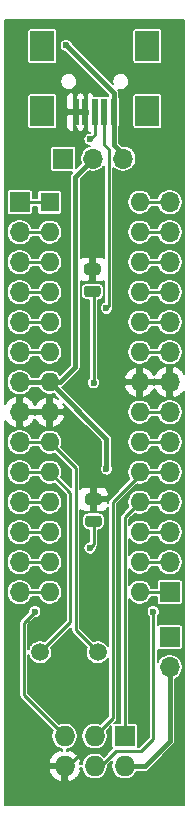
<source format=gtl>
G04 #@! TF.GenerationSoftware,KiCad,Pcbnew,5.1.6-1.fc31*
G04 #@! TF.CreationDate,2020-07-21T16:24:12+03:00*
G04 #@! TF.ProjectId,rudy,72756479-2e6b-4696-9361-645f70636258,rev?*
G04 #@! TF.SameCoordinates,Original*
G04 #@! TF.FileFunction,Copper,L1,Top*
G04 #@! TF.FilePolarity,Positive*
%FSLAX46Y46*%
G04 Gerber Fmt 4.6, Leading zero omitted, Abs format (unit mm)*
G04 Created by KiCad (PCBNEW 5.1.6-1.fc31) date 2020-07-21 16:24:12*
%MOMM*%
%LPD*%
G01*
G04 APERTURE LIST*
G04 #@! TA.AperFunction,SMDPad,CuDef*
%ADD10R,0.500000X2.300000*%
G04 #@! TD*
G04 #@! TA.AperFunction,SMDPad,CuDef*
%ADD11R,2.000000X2.500000*%
G04 #@! TD*
G04 #@! TA.AperFunction,ComponentPad*
%ADD12R,1.700000X1.700000*%
G04 #@! TD*
G04 #@! TA.AperFunction,ComponentPad*
%ADD13O,1.700000X1.700000*%
G04 #@! TD*
G04 #@! TA.AperFunction,ComponentPad*
%ADD14R,1.727200X1.727200*%
G04 #@! TD*
G04 #@! TA.AperFunction,ComponentPad*
%ADD15O,1.727200X1.727200*%
G04 #@! TD*
G04 #@! TA.AperFunction,ComponentPad*
%ADD16C,1.500000*%
G04 #@! TD*
G04 #@! TA.AperFunction,ComponentPad*
%ADD17R,1.600000X1.600000*%
G04 #@! TD*
G04 #@! TA.AperFunction,ComponentPad*
%ADD18O,1.600000X1.600000*%
G04 #@! TD*
G04 #@! TA.AperFunction,ViaPad*
%ADD19C,0.600000*%
G04 #@! TD*
G04 #@! TA.AperFunction,Conductor*
%ADD20C,0.400000*%
G04 #@! TD*
G04 #@! TA.AperFunction,Conductor*
%ADD21C,0.250000*%
G04 #@! TD*
G04 #@! TA.AperFunction,Conductor*
%ADD22C,0.127000*%
G04 #@! TD*
G04 APERTURE END LIST*
D10*
X77800000Y-63506000D03*
X77000000Y-63506000D03*
X76200000Y-63506000D03*
X75400000Y-63506000D03*
X74600000Y-63506000D03*
D11*
X80650000Y-63406000D03*
X80650000Y-57906000D03*
X71750000Y-63406000D03*
X71750000Y-57906000D03*
D12*
X73533000Y-67437000D03*
D13*
X76073000Y-67437000D03*
X78613000Y-67437000D03*
D12*
X69850000Y-71120000D03*
D13*
X69850000Y-73660000D03*
X69850000Y-76200000D03*
X69850000Y-78740000D03*
X69850000Y-81280000D03*
X69850000Y-83820000D03*
X69850000Y-86360000D03*
X69850000Y-88900000D03*
X69850000Y-91440000D03*
X69850000Y-93980000D03*
X69850000Y-96520000D03*
X69850000Y-99060000D03*
X69850000Y-101600000D03*
X69850000Y-104140000D03*
D12*
X82550000Y-104140000D03*
D13*
X82550000Y-101600000D03*
X82550000Y-99060000D03*
X82550000Y-96520000D03*
X82550000Y-93980000D03*
X82550000Y-91440000D03*
X82550000Y-88900000D03*
X82550000Y-86360000D03*
X82550000Y-83820000D03*
X82550000Y-81280000D03*
X82550000Y-78740000D03*
X82550000Y-76200000D03*
X82550000Y-73660000D03*
X82550000Y-71120000D03*
D12*
X82550000Y-107950000D03*
D13*
X82550000Y-110490000D03*
D14*
X78740000Y-116332000D03*
D15*
X78740000Y-118872000D03*
X76200000Y-116332000D03*
X76200000Y-118872000D03*
X73660000Y-116332000D03*
X73660000Y-118872000D03*
D16*
X76454000Y-109220000D03*
X71574000Y-109220000D03*
D17*
X72390000Y-71120000D03*
D18*
X80010000Y-104140000D03*
X72390000Y-73660000D03*
X80010000Y-101600000D03*
X72390000Y-76200000D03*
X80010000Y-99060000D03*
X72390000Y-78740000D03*
X80010000Y-96520000D03*
X72390000Y-81280000D03*
X80010000Y-93980000D03*
X72390000Y-83820000D03*
X80010000Y-91440000D03*
X72390000Y-86360000D03*
X80010000Y-88900000D03*
X72390000Y-88900000D03*
X80010000Y-86360000D03*
X72390000Y-91440000D03*
X80010000Y-83820000D03*
X72390000Y-93980000D03*
X80010000Y-81280000D03*
X72390000Y-96520000D03*
X80010000Y-78740000D03*
X72390000Y-99060000D03*
X80010000Y-76200000D03*
X72390000Y-101600000D03*
X80010000Y-73660000D03*
X72390000Y-104140000D03*
X80010000Y-71120000D03*
G04 #@! TA.AperFunction,SMDPad,CuDef*
G36*
G01*
X75543750Y-76312500D02*
X76456250Y-76312500D01*
G75*
G02*
X76700000Y-76556250I0J-243750D01*
G01*
X76700000Y-77043750D01*
G75*
G02*
X76456250Y-77287500I-243750J0D01*
G01*
X75543750Y-77287500D01*
G75*
G02*
X75300000Y-77043750I0J243750D01*
G01*
X75300000Y-76556250D01*
G75*
G02*
X75543750Y-76312500I243750J0D01*
G01*
G37*
G04 #@! TD.AperFunction*
G04 #@! TA.AperFunction,SMDPad,CuDef*
G36*
G01*
X75543750Y-78187500D02*
X76456250Y-78187500D01*
G75*
G02*
X76700000Y-78431250I0J-243750D01*
G01*
X76700000Y-78918750D01*
G75*
G02*
X76456250Y-79162500I-243750J0D01*
G01*
X75543750Y-79162500D01*
G75*
G02*
X75300000Y-78918750I0J243750D01*
G01*
X75300000Y-78431250D01*
G75*
G02*
X75543750Y-78187500I243750J0D01*
G01*
G37*
G04 #@! TD.AperFunction*
G04 #@! TA.AperFunction,SMDPad,CuDef*
G36*
G01*
X75643750Y-97650000D02*
X76556250Y-97650000D01*
G75*
G02*
X76800000Y-97893750I0J-243750D01*
G01*
X76800000Y-98381250D01*
G75*
G02*
X76556250Y-98625000I-243750J0D01*
G01*
X75643750Y-98625000D01*
G75*
G02*
X75400000Y-98381250I0J243750D01*
G01*
X75400000Y-97893750D01*
G75*
G02*
X75643750Y-97650000I243750J0D01*
G01*
G37*
G04 #@! TD.AperFunction*
G04 #@! TA.AperFunction,SMDPad,CuDef*
G36*
G01*
X75643750Y-95775000D02*
X76556250Y-95775000D01*
G75*
G02*
X76800000Y-96018750I0J-243750D01*
G01*
X76800000Y-96506250D01*
G75*
G02*
X76556250Y-96750000I-243750J0D01*
G01*
X75643750Y-96750000D01*
G75*
G02*
X75400000Y-96506250I0J243750D01*
G01*
X75400000Y-96018750D01*
G75*
G02*
X75643750Y-95775000I243750J0D01*
G01*
G37*
G04 #@! TD.AperFunction*
D19*
X77200000Y-93700000D03*
X76454000Y-111506000D03*
X74958058Y-65758058D03*
X73787000Y-57848500D03*
X71120000Y-105791000D03*
X81153000Y-105791000D03*
X77200000Y-80100000D03*
X75800000Y-65800000D03*
X76100000Y-86400000D03*
X75800000Y-100400000D03*
D20*
X69850000Y-86360000D02*
X72390000Y-86360000D01*
X72390000Y-86360000D02*
X73279000Y-86360000D01*
X73279000Y-86360000D02*
X74549000Y-85090000D01*
X74549000Y-85090000D02*
X74549000Y-68961000D01*
X74549000Y-68961000D02*
X76073000Y-67437000D01*
D21*
X72390000Y-86360000D02*
X72390000Y-86868000D01*
X72390000Y-86360000D02*
X73152000Y-86360000D01*
D20*
X72390000Y-86360000D02*
X77200000Y-91170000D01*
X77200000Y-91170000D02*
X77200000Y-93700000D01*
D21*
X74600000Y-63506000D02*
X74600000Y-63957000D01*
X75400000Y-64046000D02*
X75400000Y-63506000D01*
X74600000Y-63506000D02*
X74600000Y-63957000D01*
X74600000Y-63424000D02*
X74600000Y-63506000D01*
X79629000Y-86360000D02*
X80010000Y-86360000D01*
X73660000Y-118872000D02*
X73914000Y-118872000D01*
X73914000Y-118872000D02*
X74930000Y-117856000D01*
X74930000Y-117856000D02*
X74930000Y-113030000D01*
X74930000Y-113030000D02*
X76454000Y-111506000D01*
X80010000Y-86360000D02*
X82550000Y-86360000D01*
X69850000Y-88900000D02*
X72390000Y-88900000D01*
X75400000Y-63506000D02*
X75400000Y-65316116D01*
X75400000Y-65316116D02*
X74958058Y-65758058D01*
D20*
X77800000Y-63506000D02*
X77800000Y-61861500D01*
X77800000Y-61861500D02*
X73787000Y-57848500D01*
X77800000Y-63506000D02*
X77800000Y-66306500D01*
X77800000Y-66306500D02*
X78613000Y-67119500D01*
X78613000Y-67119500D02*
X78613000Y-67437000D01*
D21*
X77800000Y-63506000D02*
X77800000Y-63830000D01*
X77800000Y-63506000D02*
X77800000Y-63576000D01*
X72390000Y-91440000D02*
X72390000Y-91948000D01*
X72390000Y-91440000D02*
X72390000Y-91948000D01*
X72390000Y-91440000D02*
X72644000Y-91440000D01*
X69850000Y-91440000D02*
X72390000Y-91440000D01*
X72390000Y-91440000D02*
X74600000Y-93650000D01*
X74600000Y-107366000D02*
X76454000Y-109220000D01*
X74600000Y-93650000D02*
X74600000Y-107366000D01*
X71574000Y-109220000D02*
X71574000Y-109020000D01*
X69850000Y-93980000D02*
X72390000Y-93980000D01*
X74149990Y-95739990D02*
X72390000Y-93980000D01*
X74149990Y-106644010D02*
X74149990Y-95739990D01*
X71574000Y-109220000D02*
X74149990Y-106644010D01*
X69850000Y-81280000D02*
X72390000Y-81280000D01*
X69850000Y-78740000D02*
X72390000Y-78740000D01*
X69850000Y-71120000D02*
X72390000Y-71120000D01*
X70200000Y-106711000D02*
X71120000Y-105791000D01*
X73660000Y-116332000D02*
X70200000Y-112872000D01*
X70200000Y-112872000D02*
X70200000Y-106711000D01*
X80010000Y-104140000D02*
X82550000Y-104140000D01*
X69850000Y-73660000D02*
X72390000Y-73660000D01*
X80010000Y-101600000D02*
X82550000Y-101600000D01*
X69850000Y-76200000D02*
X72390000Y-76200000D01*
X76200000Y-118872000D02*
X76708000Y-118872000D01*
X76708000Y-118872000D02*
X77978000Y-117602000D01*
X81153000Y-116586000D02*
X81153000Y-105791000D01*
X80137000Y-117602000D02*
X81153000Y-116586000D01*
X77978000Y-117602000D02*
X80137000Y-117602000D01*
X80010000Y-99060000D02*
X82550000Y-99060000D01*
X78740000Y-116332000D02*
X78740000Y-97790000D01*
X78740000Y-97790000D02*
X80010000Y-96520000D01*
X80010000Y-96520000D02*
X82550000Y-96520000D01*
X80010000Y-93980000D02*
X80010000Y-94234000D01*
X80010000Y-94234000D02*
X77724000Y-96520000D01*
X77724000Y-114808000D02*
X76200000Y-116332000D01*
X77724000Y-96520000D02*
X77724000Y-114808000D01*
X76200000Y-116332000D02*
X76200000Y-115824000D01*
X80010000Y-93980000D02*
X82550000Y-93980000D01*
X69850000Y-83820000D02*
X72390000Y-83820000D01*
X80010000Y-91440000D02*
X82550000Y-91440000D01*
X80010000Y-88900000D02*
X82550000Y-88900000D01*
X80010000Y-83820000D02*
X82550000Y-83820000D01*
X80010000Y-81280000D02*
X82550000Y-81280000D01*
X69850000Y-96520000D02*
X72390000Y-96520000D01*
X80010000Y-78740000D02*
X82550000Y-78740000D01*
X69850000Y-99060000D02*
X72390000Y-99060000D01*
X80010000Y-76200000D02*
X82550000Y-76200000D01*
X69850000Y-101600000D02*
X72390000Y-101600000D01*
X80010000Y-73660000D02*
X82550000Y-73660000D01*
X69850000Y-104140000D02*
X72390000Y-104140000D01*
X80010000Y-71120000D02*
X82550000Y-71120000D01*
D20*
X78740000Y-118872000D02*
X80428000Y-118872000D01*
X82550000Y-116750000D02*
X82550000Y-110490000D01*
X80428000Y-118872000D02*
X82550000Y-116750000D01*
D21*
X77000000Y-63506000D02*
X77000000Y-66248964D01*
X77400000Y-79900000D02*
X77200000Y-80100000D01*
X77400000Y-66648964D02*
X77400000Y-79900000D01*
X77000000Y-66248964D02*
X77400000Y-66648964D01*
X76200000Y-63506000D02*
X76200000Y-65400000D01*
X76200000Y-65400000D02*
X75800000Y-65800000D01*
X76100000Y-78775000D02*
X76000000Y-78675000D01*
X76100000Y-86400000D02*
X76100000Y-78775000D01*
X76100000Y-98137500D02*
X76100000Y-100100000D01*
X76100000Y-100100000D02*
X75800000Y-100400000D01*
D22*
G36*
X83770501Y-85639837D02*
G01*
X83646106Y-85454882D01*
X83448465Y-85258434D01*
X83216296Y-85104319D01*
X82958522Y-84998459D01*
X82740500Y-85094190D01*
X82740500Y-86169500D01*
X82760500Y-86169500D01*
X82760500Y-86550500D01*
X82740500Y-86550500D01*
X82740500Y-87625810D01*
X82958522Y-87721541D01*
X83216296Y-87615681D01*
X83448465Y-87461566D01*
X83646106Y-87265118D01*
X83770501Y-87080163D01*
X83770500Y-122124500D01*
X68629500Y-122124500D01*
X68629500Y-119282667D01*
X72284913Y-119282667D01*
X72288495Y-119294504D01*
X72397275Y-119553953D01*
X72554580Y-119787195D01*
X72754366Y-119985267D01*
X72988955Y-120140556D01*
X73249332Y-120247095D01*
X73469500Y-120151533D01*
X73469500Y-119062500D01*
X72381894Y-119062500D01*
X72284913Y-119282667D01*
X68629500Y-119282667D01*
X68629500Y-104030330D01*
X68736500Y-104030330D01*
X68736500Y-104249670D01*
X68779291Y-104464796D01*
X68863229Y-104667440D01*
X68985088Y-104849815D01*
X69140185Y-105004912D01*
X69322560Y-105126771D01*
X69525204Y-105210709D01*
X69740330Y-105253500D01*
X69959670Y-105253500D01*
X70174796Y-105210709D01*
X70377440Y-105126771D01*
X70559815Y-105004912D01*
X70714912Y-104849815D01*
X70836771Y-104667440D01*
X70894322Y-104528500D01*
X71399798Y-104528500D01*
X71447538Y-104643756D01*
X71563925Y-104817942D01*
X71712058Y-104966075D01*
X71886244Y-105082462D01*
X72079788Y-105162630D01*
X72285254Y-105203500D01*
X72494746Y-105203500D01*
X72700212Y-105162630D01*
X72893756Y-105082462D01*
X73067942Y-104966075D01*
X73216075Y-104817942D01*
X73332462Y-104643756D01*
X73412630Y-104450212D01*
X73453500Y-104244746D01*
X73453500Y-104035254D01*
X73412630Y-103829788D01*
X73332462Y-103636244D01*
X73216075Y-103462058D01*
X73067942Y-103313925D01*
X72893756Y-103197538D01*
X72700212Y-103117370D01*
X72494746Y-103076500D01*
X72285254Y-103076500D01*
X72079788Y-103117370D01*
X71886244Y-103197538D01*
X71712058Y-103313925D01*
X71563925Y-103462058D01*
X71447538Y-103636244D01*
X71399798Y-103751500D01*
X70894322Y-103751500D01*
X70836771Y-103612560D01*
X70714912Y-103430185D01*
X70559815Y-103275088D01*
X70377440Y-103153229D01*
X70174796Y-103069291D01*
X69959670Y-103026500D01*
X69740330Y-103026500D01*
X69525204Y-103069291D01*
X69322560Y-103153229D01*
X69140185Y-103275088D01*
X68985088Y-103430185D01*
X68863229Y-103612560D01*
X68779291Y-103815204D01*
X68736500Y-104030330D01*
X68629500Y-104030330D01*
X68629500Y-101490330D01*
X68736500Y-101490330D01*
X68736500Y-101709670D01*
X68779291Y-101924796D01*
X68863229Y-102127440D01*
X68985088Y-102309815D01*
X69140185Y-102464912D01*
X69322560Y-102586771D01*
X69525204Y-102670709D01*
X69740330Y-102713500D01*
X69959670Y-102713500D01*
X70174796Y-102670709D01*
X70377440Y-102586771D01*
X70559815Y-102464912D01*
X70714912Y-102309815D01*
X70836771Y-102127440D01*
X70894322Y-101988500D01*
X71399798Y-101988500D01*
X71447538Y-102103756D01*
X71563925Y-102277942D01*
X71712058Y-102426075D01*
X71886244Y-102542462D01*
X72079788Y-102622630D01*
X72285254Y-102663500D01*
X72494746Y-102663500D01*
X72700212Y-102622630D01*
X72893756Y-102542462D01*
X73067942Y-102426075D01*
X73216075Y-102277942D01*
X73332462Y-102103756D01*
X73412630Y-101910212D01*
X73453500Y-101704746D01*
X73453500Y-101495254D01*
X73412630Y-101289788D01*
X73332462Y-101096244D01*
X73216075Y-100922058D01*
X73067942Y-100773925D01*
X72893756Y-100657538D01*
X72700212Y-100577370D01*
X72494746Y-100536500D01*
X72285254Y-100536500D01*
X72079788Y-100577370D01*
X71886244Y-100657538D01*
X71712058Y-100773925D01*
X71563925Y-100922058D01*
X71447538Y-101096244D01*
X71399798Y-101211500D01*
X70894322Y-101211500D01*
X70836771Y-101072560D01*
X70714912Y-100890185D01*
X70559815Y-100735088D01*
X70377440Y-100613229D01*
X70174796Y-100529291D01*
X69959670Y-100486500D01*
X69740330Y-100486500D01*
X69525204Y-100529291D01*
X69322560Y-100613229D01*
X69140185Y-100735088D01*
X68985088Y-100890185D01*
X68863229Y-101072560D01*
X68779291Y-101275204D01*
X68736500Y-101490330D01*
X68629500Y-101490330D01*
X68629500Y-98950330D01*
X68736500Y-98950330D01*
X68736500Y-99169670D01*
X68779291Y-99384796D01*
X68863229Y-99587440D01*
X68985088Y-99769815D01*
X69140185Y-99924912D01*
X69322560Y-100046771D01*
X69525204Y-100130709D01*
X69740330Y-100173500D01*
X69959670Y-100173500D01*
X70174796Y-100130709D01*
X70377440Y-100046771D01*
X70559815Y-99924912D01*
X70714912Y-99769815D01*
X70836771Y-99587440D01*
X70894322Y-99448500D01*
X71399798Y-99448500D01*
X71447538Y-99563756D01*
X71563925Y-99737942D01*
X71712058Y-99886075D01*
X71886244Y-100002462D01*
X72079788Y-100082630D01*
X72285254Y-100123500D01*
X72494746Y-100123500D01*
X72700212Y-100082630D01*
X72893756Y-100002462D01*
X73067942Y-99886075D01*
X73216075Y-99737942D01*
X73332462Y-99563756D01*
X73412630Y-99370212D01*
X73453500Y-99164746D01*
X73453500Y-98955254D01*
X73412630Y-98749788D01*
X73332462Y-98556244D01*
X73216075Y-98382058D01*
X73067942Y-98233925D01*
X72893756Y-98117538D01*
X72700212Y-98037370D01*
X72494746Y-97996500D01*
X72285254Y-97996500D01*
X72079788Y-98037370D01*
X71886244Y-98117538D01*
X71712058Y-98233925D01*
X71563925Y-98382058D01*
X71447538Y-98556244D01*
X71399798Y-98671500D01*
X70894322Y-98671500D01*
X70836771Y-98532560D01*
X70714912Y-98350185D01*
X70559815Y-98195088D01*
X70377440Y-98073229D01*
X70174796Y-97989291D01*
X69959670Y-97946500D01*
X69740330Y-97946500D01*
X69525204Y-97989291D01*
X69322560Y-98073229D01*
X69140185Y-98195088D01*
X68985088Y-98350185D01*
X68863229Y-98532560D01*
X68779291Y-98735204D01*
X68736500Y-98950330D01*
X68629500Y-98950330D01*
X68629500Y-96410330D01*
X68736500Y-96410330D01*
X68736500Y-96629670D01*
X68779291Y-96844796D01*
X68863229Y-97047440D01*
X68985088Y-97229815D01*
X69140185Y-97384912D01*
X69322560Y-97506771D01*
X69525204Y-97590709D01*
X69740330Y-97633500D01*
X69959670Y-97633500D01*
X70174796Y-97590709D01*
X70377440Y-97506771D01*
X70559815Y-97384912D01*
X70714912Y-97229815D01*
X70836771Y-97047440D01*
X70894322Y-96908500D01*
X71399798Y-96908500D01*
X71447538Y-97023756D01*
X71563925Y-97197942D01*
X71712058Y-97346075D01*
X71886244Y-97462462D01*
X72079788Y-97542630D01*
X72285254Y-97583500D01*
X72494746Y-97583500D01*
X72700212Y-97542630D01*
X72893756Y-97462462D01*
X73067942Y-97346075D01*
X73216075Y-97197942D01*
X73332462Y-97023756D01*
X73412630Y-96830212D01*
X73453500Y-96624746D01*
X73453500Y-96415254D01*
X73412630Y-96209788D01*
X73332462Y-96016244D01*
X73216075Y-95842058D01*
X73067942Y-95693925D01*
X72893756Y-95577538D01*
X72700212Y-95497370D01*
X72494746Y-95456500D01*
X72285254Y-95456500D01*
X72079788Y-95497370D01*
X71886244Y-95577538D01*
X71712058Y-95693925D01*
X71563925Y-95842058D01*
X71447538Y-96016244D01*
X71399798Y-96131500D01*
X70894322Y-96131500D01*
X70836771Y-95992560D01*
X70714912Y-95810185D01*
X70559815Y-95655088D01*
X70377440Y-95533229D01*
X70174796Y-95449291D01*
X69959670Y-95406500D01*
X69740330Y-95406500D01*
X69525204Y-95449291D01*
X69322560Y-95533229D01*
X69140185Y-95655088D01*
X68985088Y-95810185D01*
X68863229Y-95992560D01*
X68779291Y-96195204D01*
X68736500Y-96410330D01*
X68629500Y-96410330D01*
X68629500Y-91330330D01*
X68736500Y-91330330D01*
X68736500Y-91549670D01*
X68779291Y-91764796D01*
X68863229Y-91967440D01*
X68985088Y-92149815D01*
X69140185Y-92304912D01*
X69322560Y-92426771D01*
X69525204Y-92510709D01*
X69740330Y-92553500D01*
X69959670Y-92553500D01*
X70174796Y-92510709D01*
X70377440Y-92426771D01*
X70559815Y-92304912D01*
X70714912Y-92149815D01*
X70836771Y-91967440D01*
X70894322Y-91828500D01*
X71399798Y-91828500D01*
X71447538Y-91943756D01*
X71563925Y-92117942D01*
X71712058Y-92266075D01*
X71886244Y-92382462D01*
X72079788Y-92462630D01*
X72285254Y-92503500D01*
X72494746Y-92503500D01*
X72700212Y-92462630D01*
X72815468Y-92414890D01*
X74211500Y-93810922D01*
X74211500Y-95252078D01*
X73364890Y-94405468D01*
X73412630Y-94290212D01*
X73453500Y-94084746D01*
X73453500Y-93875254D01*
X73412630Y-93669788D01*
X73332462Y-93476244D01*
X73216075Y-93302058D01*
X73067942Y-93153925D01*
X72893756Y-93037538D01*
X72700212Y-92957370D01*
X72494746Y-92916500D01*
X72285254Y-92916500D01*
X72079788Y-92957370D01*
X71886244Y-93037538D01*
X71712058Y-93153925D01*
X71563925Y-93302058D01*
X71447538Y-93476244D01*
X71399798Y-93591500D01*
X70894322Y-93591500D01*
X70836771Y-93452560D01*
X70714912Y-93270185D01*
X70559815Y-93115088D01*
X70377440Y-92993229D01*
X70174796Y-92909291D01*
X69959670Y-92866500D01*
X69740330Y-92866500D01*
X69525204Y-92909291D01*
X69322560Y-92993229D01*
X69140185Y-93115088D01*
X68985088Y-93270185D01*
X68863229Y-93452560D01*
X68779291Y-93655204D01*
X68736500Y-93870330D01*
X68736500Y-94089670D01*
X68779291Y-94304796D01*
X68863229Y-94507440D01*
X68985088Y-94689815D01*
X69140185Y-94844912D01*
X69322560Y-94966771D01*
X69525204Y-95050709D01*
X69740330Y-95093500D01*
X69959670Y-95093500D01*
X70174796Y-95050709D01*
X70377440Y-94966771D01*
X70559815Y-94844912D01*
X70714912Y-94689815D01*
X70836771Y-94507440D01*
X70894322Y-94368500D01*
X71399798Y-94368500D01*
X71447538Y-94483756D01*
X71563925Y-94657942D01*
X71712058Y-94806075D01*
X71886244Y-94922462D01*
X72079788Y-95002630D01*
X72285254Y-95043500D01*
X72494746Y-95043500D01*
X72700212Y-95002630D01*
X72815468Y-94954890D01*
X73761491Y-95900913D01*
X73761490Y-106483088D01*
X71961200Y-108283379D01*
X71869627Y-108245448D01*
X71673821Y-108206500D01*
X71474179Y-108206500D01*
X71278373Y-108245448D01*
X71093928Y-108321848D01*
X70927931Y-108432763D01*
X70786763Y-108573931D01*
X70675848Y-108739928D01*
X70599448Y-108924373D01*
X70588500Y-108979413D01*
X70588500Y-106871921D01*
X71105922Y-106354500D01*
X71175500Y-106354500D01*
X71284367Y-106332845D01*
X71386918Y-106290368D01*
X71479211Y-106228699D01*
X71557699Y-106150211D01*
X71619368Y-106057918D01*
X71661845Y-105955367D01*
X71683500Y-105846500D01*
X71683500Y-105735500D01*
X71661845Y-105626633D01*
X71619368Y-105524082D01*
X71557699Y-105431789D01*
X71479211Y-105353301D01*
X71386918Y-105291632D01*
X71284367Y-105249155D01*
X71175500Y-105227500D01*
X71064500Y-105227500D01*
X70955633Y-105249155D01*
X70853082Y-105291632D01*
X70760789Y-105353301D01*
X70682301Y-105431789D01*
X70620632Y-105524082D01*
X70578155Y-105626633D01*
X70556500Y-105735500D01*
X70556500Y-105805078D01*
X69938782Y-106422797D01*
X69923961Y-106434960D01*
X69911799Y-106449780D01*
X69875412Y-106494117D01*
X69839337Y-106561609D01*
X69817123Y-106634842D01*
X69809621Y-106711000D01*
X69811501Y-106730085D01*
X69811500Y-112852925D01*
X69809621Y-112872000D01*
X69811500Y-112891075D01*
X69811500Y-112891077D01*
X69817122Y-112948158D01*
X69839337Y-113021391D01*
X69875412Y-113088883D01*
X69891549Y-113108546D01*
X69923960Y-113148040D01*
X69938787Y-113160208D01*
X72636433Y-115857855D01*
X72576213Y-116003237D01*
X72532900Y-116220990D01*
X72532900Y-116443010D01*
X72576213Y-116660763D01*
X72661177Y-116865882D01*
X72784524Y-117050485D01*
X72941515Y-117207476D01*
X73126118Y-117330823D01*
X73331237Y-117415787D01*
X73469498Y-117443288D01*
X73469498Y-117592466D01*
X73249332Y-117496905D01*
X72988955Y-117603444D01*
X72754366Y-117758733D01*
X72554580Y-117956805D01*
X72397275Y-118190047D01*
X72288495Y-118449496D01*
X72284913Y-118461333D01*
X72381894Y-118681500D01*
X73469500Y-118681500D01*
X73469500Y-118661500D01*
X73850500Y-118661500D01*
X73850500Y-118681500D01*
X73870500Y-118681500D01*
X73870500Y-119062500D01*
X73850500Y-119062500D01*
X73850500Y-120151533D01*
X74070668Y-120247095D01*
X74331045Y-120140556D01*
X74565634Y-119985267D01*
X74765420Y-119787195D01*
X74922725Y-119553953D01*
X75031505Y-119294504D01*
X75035087Y-119282667D01*
X74938107Y-119062502D01*
X75088712Y-119062502D01*
X75116213Y-119200763D01*
X75201177Y-119405882D01*
X75324524Y-119590485D01*
X75481515Y-119747476D01*
X75666118Y-119870823D01*
X75871237Y-119955787D01*
X76088990Y-119999100D01*
X76311010Y-119999100D01*
X76528763Y-119955787D01*
X76733882Y-119870823D01*
X76918485Y-119747476D01*
X77075476Y-119590485D01*
X77198823Y-119405882D01*
X77283787Y-119200763D01*
X77327100Y-118983010D01*
X77327100Y-118802321D01*
X77705732Y-118423690D01*
X77656213Y-118543237D01*
X77612900Y-118760990D01*
X77612900Y-118983010D01*
X77656213Y-119200763D01*
X77741177Y-119405882D01*
X77864524Y-119590485D01*
X78021515Y-119747476D01*
X78206118Y-119870823D01*
X78411237Y-119955787D01*
X78628990Y-119999100D01*
X78851010Y-119999100D01*
X79068763Y-119955787D01*
X79273882Y-119870823D01*
X79458485Y-119747476D01*
X79615476Y-119590485D01*
X79738823Y-119405882D01*
X79767976Y-119335500D01*
X80405247Y-119335500D01*
X80428000Y-119337741D01*
X80450753Y-119335500D01*
X80450764Y-119335500D01*
X80518862Y-119328793D01*
X80606232Y-119302290D01*
X80686752Y-119259250D01*
X80757329Y-119201329D01*
X80771841Y-119183646D01*
X82861652Y-117093836D01*
X82879329Y-117079329D01*
X82893837Y-117061651D01*
X82893840Y-117061648D01*
X82937250Y-117008753D01*
X82980289Y-116928233D01*
X82980290Y-116928232D01*
X83006793Y-116840862D01*
X83013500Y-116772764D01*
X83013500Y-116772754D01*
X83015741Y-116750001D01*
X83013500Y-116727247D01*
X83013500Y-111503256D01*
X83077440Y-111476771D01*
X83259815Y-111354912D01*
X83414912Y-111199815D01*
X83536771Y-111017440D01*
X83620709Y-110814796D01*
X83663500Y-110599670D01*
X83663500Y-110380330D01*
X83620709Y-110165204D01*
X83536771Y-109962560D01*
X83414912Y-109780185D01*
X83259815Y-109625088D01*
X83077440Y-109503229D01*
X82874796Y-109419291D01*
X82659670Y-109376500D01*
X82440330Y-109376500D01*
X82225204Y-109419291D01*
X82022560Y-109503229D01*
X81840185Y-109625088D01*
X81685088Y-109780185D01*
X81563229Y-109962560D01*
X81541500Y-110015018D01*
X81541500Y-109010797D01*
X81552899Y-109020152D01*
X81598675Y-109044619D01*
X81648345Y-109059686D01*
X81700000Y-109064774D01*
X83400000Y-109064774D01*
X83451655Y-109059686D01*
X83501325Y-109044619D01*
X83547101Y-109020152D01*
X83587223Y-108987223D01*
X83620152Y-108947101D01*
X83644619Y-108901325D01*
X83659686Y-108851655D01*
X83664774Y-108800000D01*
X83664774Y-107100000D01*
X83659686Y-107048345D01*
X83644619Y-106998675D01*
X83620152Y-106952899D01*
X83587223Y-106912777D01*
X83547101Y-106879848D01*
X83501325Y-106855381D01*
X83451655Y-106840314D01*
X83400000Y-106835226D01*
X81700000Y-106835226D01*
X81648345Y-106840314D01*
X81598675Y-106855381D01*
X81552899Y-106879848D01*
X81541500Y-106889203D01*
X81541500Y-106199410D01*
X81590699Y-106150211D01*
X81652368Y-106057918D01*
X81694845Y-105955367D01*
X81716500Y-105846500D01*
X81716500Y-105735500D01*
X81694845Y-105626633D01*
X81652368Y-105524082D01*
X81590699Y-105431789D01*
X81512211Y-105353301D01*
X81419918Y-105291632D01*
X81317367Y-105249155D01*
X81208500Y-105227500D01*
X81097500Y-105227500D01*
X80988633Y-105249155D01*
X80886082Y-105291632D01*
X80793789Y-105353301D01*
X80715301Y-105431789D01*
X80653632Y-105524082D01*
X80611155Y-105626633D01*
X80589500Y-105735500D01*
X80589500Y-105846500D01*
X80611155Y-105955367D01*
X80653632Y-106057918D01*
X80715301Y-106150211D01*
X80764501Y-106199411D01*
X80764500Y-116425078D01*
X79976079Y-117213500D01*
X79866611Y-117213500D01*
X79868374Y-117195600D01*
X79868374Y-115468400D01*
X79863286Y-115416745D01*
X79848219Y-115367075D01*
X79823752Y-115321299D01*
X79790823Y-115281177D01*
X79750701Y-115248248D01*
X79704925Y-115223781D01*
X79655255Y-115208714D01*
X79603600Y-115203626D01*
X79128500Y-115203626D01*
X79128500Y-104734992D01*
X79183925Y-104817942D01*
X79332058Y-104966075D01*
X79506244Y-105082462D01*
X79699788Y-105162630D01*
X79905254Y-105203500D01*
X80114746Y-105203500D01*
X80320212Y-105162630D01*
X80513756Y-105082462D01*
X80687942Y-104966075D01*
X80836075Y-104817942D01*
X80952462Y-104643756D01*
X81000202Y-104528500D01*
X81435226Y-104528500D01*
X81435226Y-104990000D01*
X81440314Y-105041655D01*
X81455381Y-105091325D01*
X81479848Y-105137101D01*
X81512777Y-105177223D01*
X81552899Y-105210152D01*
X81598675Y-105234619D01*
X81648345Y-105249686D01*
X81700000Y-105254774D01*
X83400000Y-105254774D01*
X83451655Y-105249686D01*
X83501325Y-105234619D01*
X83547101Y-105210152D01*
X83587223Y-105177223D01*
X83620152Y-105137101D01*
X83644619Y-105091325D01*
X83659686Y-105041655D01*
X83664774Y-104990000D01*
X83664774Y-103290000D01*
X83659686Y-103238345D01*
X83644619Y-103188675D01*
X83620152Y-103142899D01*
X83587223Y-103102777D01*
X83547101Y-103069848D01*
X83501325Y-103045381D01*
X83451655Y-103030314D01*
X83400000Y-103025226D01*
X81700000Y-103025226D01*
X81648345Y-103030314D01*
X81598675Y-103045381D01*
X81552899Y-103069848D01*
X81512777Y-103102777D01*
X81479848Y-103142899D01*
X81455381Y-103188675D01*
X81440314Y-103238345D01*
X81435226Y-103290000D01*
X81435226Y-103751500D01*
X81000202Y-103751500D01*
X80952462Y-103636244D01*
X80836075Y-103462058D01*
X80687942Y-103313925D01*
X80513756Y-103197538D01*
X80320212Y-103117370D01*
X80114746Y-103076500D01*
X79905254Y-103076500D01*
X79699788Y-103117370D01*
X79506244Y-103197538D01*
X79332058Y-103313925D01*
X79183925Y-103462058D01*
X79128500Y-103545008D01*
X79128500Y-102194992D01*
X79183925Y-102277942D01*
X79332058Y-102426075D01*
X79506244Y-102542462D01*
X79699788Y-102622630D01*
X79905254Y-102663500D01*
X80114746Y-102663500D01*
X80320212Y-102622630D01*
X80513756Y-102542462D01*
X80687942Y-102426075D01*
X80836075Y-102277942D01*
X80952462Y-102103756D01*
X81000202Y-101988500D01*
X81505678Y-101988500D01*
X81563229Y-102127440D01*
X81685088Y-102309815D01*
X81840185Y-102464912D01*
X82022560Y-102586771D01*
X82225204Y-102670709D01*
X82440330Y-102713500D01*
X82659670Y-102713500D01*
X82874796Y-102670709D01*
X83077440Y-102586771D01*
X83259815Y-102464912D01*
X83414912Y-102309815D01*
X83536771Y-102127440D01*
X83620709Y-101924796D01*
X83663500Y-101709670D01*
X83663500Y-101490330D01*
X83620709Y-101275204D01*
X83536771Y-101072560D01*
X83414912Y-100890185D01*
X83259815Y-100735088D01*
X83077440Y-100613229D01*
X82874796Y-100529291D01*
X82659670Y-100486500D01*
X82440330Y-100486500D01*
X82225204Y-100529291D01*
X82022560Y-100613229D01*
X81840185Y-100735088D01*
X81685088Y-100890185D01*
X81563229Y-101072560D01*
X81505678Y-101211500D01*
X81000202Y-101211500D01*
X80952462Y-101096244D01*
X80836075Y-100922058D01*
X80687942Y-100773925D01*
X80513756Y-100657538D01*
X80320212Y-100577370D01*
X80114746Y-100536500D01*
X79905254Y-100536500D01*
X79699788Y-100577370D01*
X79506244Y-100657538D01*
X79332058Y-100773925D01*
X79183925Y-100922058D01*
X79128500Y-101005008D01*
X79128500Y-99654992D01*
X79183925Y-99737942D01*
X79332058Y-99886075D01*
X79506244Y-100002462D01*
X79699788Y-100082630D01*
X79905254Y-100123500D01*
X80114746Y-100123500D01*
X80320212Y-100082630D01*
X80513756Y-100002462D01*
X80687942Y-99886075D01*
X80836075Y-99737942D01*
X80952462Y-99563756D01*
X81000202Y-99448500D01*
X81505678Y-99448500D01*
X81563229Y-99587440D01*
X81685088Y-99769815D01*
X81840185Y-99924912D01*
X82022560Y-100046771D01*
X82225204Y-100130709D01*
X82440330Y-100173500D01*
X82659670Y-100173500D01*
X82874796Y-100130709D01*
X83077440Y-100046771D01*
X83259815Y-99924912D01*
X83414912Y-99769815D01*
X83536771Y-99587440D01*
X83620709Y-99384796D01*
X83663500Y-99169670D01*
X83663500Y-98950330D01*
X83620709Y-98735204D01*
X83536771Y-98532560D01*
X83414912Y-98350185D01*
X83259815Y-98195088D01*
X83077440Y-98073229D01*
X82874796Y-97989291D01*
X82659670Y-97946500D01*
X82440330Y-97946500D01*
X82225204Y-97989291D01*
X82022560Y-98073229D01*
X81840185Y-98195088D01*
X81685088Y-98350185D01*
X81563229Y-98532560D01*
X81505678Y-98671500D01*
X81000202Y-98671500D01*
X80952462Y-98556244D01*
X80836075Y-98382058D01*
X80687942Y-98233925D01*
X80513756Y-98117538D01*
X80320212Y-98037370D01*
X80114746Y-97996500D01*
X79905254Y-97996500D01*
X79699788Y-98037370D01*
X79506244Y-98117538D01*
X79332058Y-98233925D01*
X79183925Y-98382058D01*
X79128500Y-98465008D01*
X79128500Y-97950921D01*
X79584532Y-97494890D01*
X79699788Y-97542630D01*
X79905254Y-97583500D01*
X80114746Y-97583500D01*
X80320212Y-97542630D01*
X80513756Y-97462462D01*
X80687942Y-97346075D01*
X80836075Y-97197942D01*
X80952462Y-97023756D01*
X81000202Y-96908500D01*
X81505678Y-96908500D01*
X81563229Y-97047440D01*
X81685088Y-97229815D01*
X81840185Y-97384912D01*
X82022560Y-97506771D01*
X82225204Y-97590709D01*
X82440330Y-97633500D01*
X82659670Y-97633500D01*
X82874796Y-97590709D01*
X83077440Y-97506771D01*
X83259815Y-97384912D01*
X83414912Y-97229815D01*
X83536771Y-97047440D01*
X83620709Y-96844796D01*
X83663500Y-96629670D01*
X83663500Y-96410330D01*
X83620709Y-96195204D01*
X83536771Y-95992560D01*
X83414912Y-95810185D01*
X83259815Y-95655088D01*
X83077440Y-95533229D01*
X82874796Y-95449291D01*
X82659670Y-95406500D01*
X82440330Y-95406500D01*
X82225204Y-95449291D01*
X82022560Y-95533229D01*
X81840185Y-95655088D01*
X81685088Y-95810185D01*
X81563229Y-95992560D01*
X81505678Y-96131500D01*
X81000202Y-96131500D01*
X80952462Y-96016244D01*
X80836075Y-95842058D01*
X80687942Y-95693925D01*
X80513756Y-95577538D01*
X80320212Y-95497370D01*
X80114746Y-95456500D01*
X79905254Y-95456500D01*
X79699788Y-95497370D01*
X79506244Y-95577538D01*
X79332058Y-95693925D01*
X79183925Y-95842058D01*
X79067538Y-96016244D01*
X78987370Y-96209788D01*
X78946500Y-96415254D01*
X78946500Y-96624746D01*
X78987370Y-96830212D01*
X79035110Y-96945468D01*
X78478782Y-97501797D01*
X78463961Y-97513960D01*
X78451799Y-97528780D01*
X78415412Y-97573117D01*
X78379337Y-97640609D01*
X78357123Y-97713842D01*
X78349621Y-97790000D01*
X78351501Y-97809085D01*
X78351500Y-115203626D01*
X77877796Y-115203626D01*
X77985219Y-115096203D01*
X78000040Y-115084040D01*
X78048588Y-115024883D01*
X78084663Y-114957392D01*
X78106878Y-114884159D01*
X78112500Y-114827078D01*
X78112500Y-114827076D01*
X78114379Y-114808001D01*
X78112500Y-114788926D01*
X78112500Y-96680921D01*
X79775693Y-95017729D01*
X79905254Y-95043500D01*
X80114746Y-95043500D01*
X80320212Y-95002630D01*
X80513756Y-94922462D01*
X80687942Y-94806075D01*
X80836075Y-94657942D01*
X80952462Y-94483756D01*
X81000202Y-94368500D01*
X81505678Y-94368500D01*
X81563229Y-94507440D01*
X81685088Y-94689815D01*
X81840185Y-94844912D01*
X82022560Y-94966771D01*
X82225204Y-95050709D01*
X82440330Y-95093500D01*
X82659670Y-95093500D01*
X82874796Y-95050709D01*
X83077440Y-94966771D01*
X83259815Y-94844912D01*
X83414912Y-94689815D01*
X83536771Y-94507440D01*
X83620709Y-94304796D01*
X83663500Y-94089670D01*
X83663500Y-93870330D01*
X83620709Y-93655204D01*
X83536771Y-93452560D01*
X83414912Y-93270185D01*
X83259815Y-93115088D01*
X83077440Y-92993229D01*
X82874796Y-92909291D01*
X82659670Y-92866500D01*
X82440330Y-92866500D01*
X82225204Y-92909291D01*
X82022560Y-92993229D01*
X81840185Y-93115088D01*
X81685088Y-93270185D01*
X81563229Y-93452560D01*
X81505678Y-93591500D01*
X81000202Y-93591500D01*
X80952462Y-93476244D01*
X80836075Y-93302058D01*
X80687942Y-93153925D01*
X80513756Y-93037538D01*
X80320212Y-92957370D01*
X80114746Y-92916500D01*
X79905254Y-92916500D01*
X79699788Y-92957370D01*
X79506244Y-93037538D01*
X79332058Y-93153925D01*
X79183925Y-93302058D01*
X79067538Y-93476244D01*
X78987370Y-93669788D01*
X78946500Y-93875254D01*
X78946500Y-94084746D01*
X78987370Y-94290212D01*
X79067538Y-94483756D01*
X79124930Y-94569649D01*
X77462787Y-96231792D01*
X77447960Y-96243960D01*
X77415549Y-96283454D01*
X77399412Y-96303117D01*
X77363338Y-96370608D01*
X77363337Y-96370609D01*
X77341122Y-96443842D01*
X77335500Y-96500922D01*
X77333621Y-96520000D01*
X77335500Y-96539075D01*
X77335500Y-96559875D01*
X77228625Y-96453000D01*
X76290500Y-96453000D01*
X76290500Y-97178625D01*
X76433375Y-97321500D01*
X76800000Y-97324265D01*
X76912034Y-97313231D01*
X77019762Y-97280552D01*
X77119045Y-97227484D01*
X77206067Y-97156067D01*
X77277484Y-97069045D01*
X77330552Y-96969762D01*
X77335500Y-96953451D01*
X77335501Y-108715007D01*
X77241237Y-108573931D01*
X77100069Y-108432763D01*
X76934072Y-108321848D01*
X76749627Y-108245448D01*
X76553821Y-108206500D01*
X76354179Y-108206500D01*
X76158373Y-108245448D01*
X76066800Y-108283379D01*
X74988500Y-107205079D01*
X74988500Y-97893750D01*
X75135226Y-97893750D01*
X75135226Y-98381250D01*
X75144997Y-98480458D01*
X75173935Y-98575854D01*
X75220928Y-98663771D01*
X75284169Y-98740831D01*
X75361229Y-98804072D01*
X75449146Y-98851065D01*
X75544542Y-98880003D01*
X75643750Y-98889774D01*
X75711500Y-98889774D01*
X75711501Y-99843064D01*
X75635633Y-99858155D01*
X75533082Y-99900632D01*
X75440789Y-99962301D01*
X75362301Y-100040789D01*
X75300632Y-100133082D01*
X75258155Y-100235633D01*
X75236500Y-100344500D01*
X75236500Y-100455500D01*
X75258155Y-100564367D01*
X75300632Y-100666918D01*
X75362301Y-100759211D01*
X75440789Y-100837699D01*
X75533082Y-100899368D01*
X75635633Y-100941845D01*
X75744500Y-100963500D01*
X75855500Y-100963500D01*
X75964367Y-100941845D01*
X76066918Y-100899368D01*
X76159211Y-100837699D01*
X76237699Y-100759211D01*
X76299368Y-100666918D01*
X76341845Y-100564367D01*
X76363500Y-100455500D01*
X76363500Y-100386331D01*
X76376040Y-100376040D01*
X76401924Y-100344500D01*
X76424588Y-100316884D01*
X76460663Y-100249392D01*
X76464837Y-100235633D01*
X76482878Y-100176159D01*
X76488500Y-100119078D01*
X76488500Y-100119076D01*
X76490379Y-100100001D01*
X76488500Y-100080926D01*
X76488500Y-98889774D01*
X76556250Y-98889774D01*
X76655458Y-98880003D01*
X76750854Y-98851065D01*
X76838771Y-98804072D01*
X76915831Y-98740831D01*
X76979072Y-98663771D01*
X77026065Y-98575854D01*
X77055003Y-98480458D01*
X77064774Y-98381250D01*
X77064774Y-97893750D01*
X77055003Y-97794542D01*
X77026065Y-97699146D01*
X76979072Y-97611229D01*
X76915831Y-97534169D01*
X76838771Y-97470928D01*
X76750854Y-97423935D01*
X76655458Y-97394997D01*
X76556250Y-97385226D01*
X75643750Y-97385226D01*
X75544542Y-97394997D01*
X75449146Y-97423935D01*
X75361229Y-97470928D01*
X75284169Y-97534169D01*
X75220928Y-97611229D01*
X75173935Y-97699146D01*
X75144997Y-97794542D01*
X75135226Y-97893750D01*
X74988500Y-97893750D01*
X74988500Y-97149447D01*
X74993933Y-97156067D01*
X75080955Y-97227484D01*
X75180238Y-97280552D01*
X75287966Y-97313231D01*
X75400000Y-97324265D01*
X75766625Y-97321500D01*
X75909500Y-97178625D01*
X75909500Y-96453000D01*
X75889500Y-96453000D01*
X75889500Y-96072000D01*
X75909500Y-96072000D01*
X75909500Y-95346375D01*
X76290500Y-95346375D01*
X76290500Y-96072000D01*
X77228625Y-96072000D01*
X77371500Y-95929125D01*
X77374265Y-95775000D01*
X77363231Y-95662966D01*
X77330552Y-95555238D01*
X77277484Y-95455955D01*
X77206067Y-95368933D01*
X77119045Y-95297516D01*
X77019762Y-95244448D01*
X76912034Y-95211769D01*
X76800000Y-95200735D01*
X76433375Y-95203500D01*
X76290500Y-95346375D01*
X75909500Y-95346375D01*
X75766625Y-95203500D01*
X75400000Y-95200735D01*
X75287966Y-95211769D01*
X75180238Y-95244448D01*
X75080955Y-95297516D01*
X74993933Y-95368933D01*
X74988500Y-95375553D01*
X74988500Y-93669075D01*
X74990379Y-93650000D01*
X74987359Y-93619337D01*
X74982878Y-93573841D01*
X74960663Y-93500608D01*
X74924589Y-93433118D01*
X74924588Y-93433116D01*
X74888201Y-93388779D01*
X74876040Y-93373960D01*
X74861220Y-93361798D01*
X73364890Y-91865468D01*
X73412630Y-91750212D01*
X73453500Y-91544746D01*
X73453500Y-91335254D01*
X73412630Y-91129788D01*
X73332462Y-90936244D01*
X73216075Y-90762058D01*
X73067942Y-90613925D01*
X72893756Y-90497538D01*
X72700212Y-90417370D01*
X72494746Y-90376500D01*
X72285254Y-90376500D01*
X72079788Y-90417370D01*
X71886244Y-90497538D01*
X71712058Y-90613925D01*
X71563925Y-90762058D01*
X71447538Y-90936244D01*
X71399798Y-91051500D01*
X70894322Y-91051500D01*
X70836771Y-90912560D01*
X70714912Y-90730185D01*
X70559815Y-90575088D01*
X70377440Y-90453229D01*
X70174796Y-90369291D01*
X69959670Y-90326500D01*
X69740330Y-90326500D01*
X69525204Y-90369291D01*
X69322560Y-90453229D01*
X69140185Y-90575088D01*
X68985088Y-90730185D01*
X68863229Y-90912560D01*
X68779291Y-91115204D01*
X68736500Y-91330330D01*
X68629500Y-91330330D01*
X68629500Y-89620164D01*
X68753894Y-89805118D01*
X68951535Y-90001566D01*
X69183704Y-90155681D01*
X69441478Y-90261541D01*
X69659500Y-90165810D01*
X69659500Y-89090500D01*
X70040500Y-89090500D01*
X70040500Y-90165810D01*
X70258522Y-90261541D01*
X70516296Y-90155681D01*
X70748465Y-90001566D01*
X70946106Y-89805118D01*
X71101624Y-89573887D01*
X71146754Y-89465859D01*
X71179210Y-89544220D01*
X71328156Y-89768055D01*
X71517908Y-89958531D01*
X71741174Y-90108328D01*
X71989374Y-90211690D01*
X72199500Y-90115338D01*
X72199500Y-89090500D01*
X72580500Y-89090500D01*
X72580500Y-90115338D01*
X72790626Y-90211690D01*
X73038826Y-90108328D01*
X73262092Y-89958531D01*
X73451844Y-89768055D01*
X73600790Y-89544220D01*
X73701682Y-89300625D01*
X73603767Y-89090500D01*
X72580500Y-89090500D01*
X72199500Y-89090500D01*
X71176233Y-89090500D01*
X71144606Y-89158371D01*
X71114354Y-89090500D01*
X70040500Y-89090500D01*
X69659500Y-89090500D01*
X69639500Y-89090500D01*
X69639500Y-88709500D01*
X69659500Y-88709500D01*
X69659500Y-87634190D01*
X70040500Y-87634190D01*
X70040500Y-88709500D01*
X71114354Y-88709500D01*
X71144606Y-88641629D01*
X71176233Y-88709500D01*
X72199500Y-88709500D01*
X72199500Y-87684662D01*
X71989374Y-87588310D01*
X71741174Y-87691672D01*
X71517908Y-87841469D01*
X71328156Y-88031945D01*
X71179210Y-88255780D01*
X71146754Y-88334141D01*
X71101624Y-88226113D01*
X70946106Y-87994882D01*
X70748465Y-87798434D01*
X70516296Y-87644319D01*
X70258522Y-87538459D01*
X70040500Y-87634190D01*
X69659500Y-87634190D01*
X69441478Y-87538459D01*
X69183704Y-87644319D01*
X68951535Y-87798434D01*
X68753894Y-87994882D01*
X68629500Y-88179836D01*
X68629500Y-86250330D01*
X68736500Y-86250330D01*
X68736500Y-86469670D01*
X68779291Y-86684796D01*
X68863229Y-86887440D01*
X68985088Y-87069815D01*
X69140185Y-87224912D01*
X69322560Y-87346771D01*
X69525204Y-87430709D01*
X69740330Y-87473500D01*
X69959670Y-87473500D01*
X70174796Y-87430709D01*
X70377440Y-87346771D01*
X70559815Y-87224912D01*
X70714912Y-87069815D01*
X70836771Y-86887440D01*
X70863256Y-86823500D01*
X71430864Y-86823500D01*
X71447538Y-86863756D01*
X71563925Y-87037942D01*
X71712058Y-87186075D01*
X71886244Y-87302462D01*
X72079788Y-87382630D01*
X72285254Y-87423500D01*
X72494746Y-87423500D01*
X72700212Y-87382630D01*
X72740468Y-87365955D01*
X73121967Y-87747454D01*
X73038826Y-87691672D01*
X72790626Y-87588310D01*
X72580500Y-87684662D01*
X72580500Y-88709500D01*
X73603767Y-88709500D01*
X73701682Y-88499375D01*
X73600790Y-88255780D01*
X73542112Y-88167600D01*
X76736500Y-91361988D01*
X76736501Y-93379401D01*
X76700632Y-93433082D01*
X76658155Y-93535633D01*
X76636500Y-93644500D01*
X76636500Y-93755500D01*
X76658155Y-93864367D01*
X76700632Y-93966918D01*
X76762301Y-94059211D01*
X76840789Y-94137699D01*
X76933082Y-94199368D01*
X77035633Y-94241845D01*
X77144500Y-94263500D01*
X77255500Y-94263500D01*
X77364367Y-94241845D01*
X77466918Y-94199368D01*
X77559211Y-94137699D01*
X77637699Y-94059211D01*
X77699368Y-93966918D01*
X77741845Y-93864367D01*
X77763500Y-93755500D01*
X77763500Y-93644500D01*
X77741845Y-93535633D01*
X77699368Y-93433082D01*
X77663500Y-93379402D01*
X77663500Y-91335254D01*
X78946500Y-91335254D01*
X78946500Y-91544746D01*
X78987370Y-91750212D01*
X79067538Y-91943756D01*
X79183925Y-92117942D01*
X79332058Y-92266075D01*
X79506244Y-92382462D01*
X79699788Y-92462630D01*
X79905254Y-92503500D01*
X80114746Y-92503500D01*
X80320212Y-92462630D01*
X80513756Y-92382462D01*
X80687942Y-92266075D01*
X80836075Y-92117942D01*
X80952462Y-91943756D01*
X81000202Y-91828500D01*
X81505678Y-91828500D01*
X81563229Y-91967440D01*
X81685088Y-92149815D01*
X81840185Y-92304912D01*
X82022560Y-92426771D01*
X82225204Y-92510709D01*
X82440330Y-92553500D01*
X82659670Y-92553500D01*
X82874796Y-92510709D01*
X83077440Y-92426771D01*
X83259815Y-92304912D01*
X83414912Y-92149815D01*
X83536771Y-91967440D01*
X83620709Y-91764796D01*
X83663500Y-91549670D01*
X83663500Y-91330330D01*
X83620709Y-91115204D01*
X83536771Y-90912560D01*
X83414912Y-90730185D01*
X83259815Y-90575088D01*
X83077440Y-90453229D01*
X82874796Y-90369291D01*
X82659670Y-90326500D01*
X82440330Y-90326500D01*
X82225204Y-90369291D01*
X82022560Y-90453229D01*
X81840185Y-90575088D01*
X81685088Y-90730185D01*
X81563229Y-90912560D01*
X81505678Y-91051500D01*
X81000202Y-91051500D01*
X80952462Y-90936244D01*
X80836075Y-90762058D01*
X80687942Y-90613925D01*
X80513756Y-90497538D01*
X80320212Y-90417370D01*
X80114746Y-90376500D01*
X79905254Y-90376500D01*
X79699788Y-90417370D01*
X79506244Y-90497538D01*
X79332058Y-90613925D01*
X79183925Y-90762058D01*
X79067538Y-90936244D01*
X78987370Y-91129788D01*
X78946500Y-91335254D01*
X77663500Y-91335254D01*
X77663500Y-91192753D01*
X77665741Y-91169999D01*
X77663500Y-91147246D01*
X77663500Y-91147236D01*
X77656793Y-91079138D01*
X77630290Y-90991768D01*
X77600611Y-90936244D01*
X77587250Y-90911247D01*
X77543840Y-90858352D01*
X77543837Y-90858349D01*
X77529329Y-90840671D01*
X77511652Y-90826164D01*
X75480742Y-88795254D01*
X78946500Y-88795254D01*
X78946500Y-89004746D01*
X78987370Y-89210212D01*
X79067538Y-89403756D01*
X79183925Y-89577942D01*
X79332058Y-89726075D01*
X79506244Y-89842462D01*
X79699788Y-89922630D01*
X79905254Y-89963500D01*
X80114746Y-89963500D01*
X80320212Y-89922630D01*
X80513756Y-89842462D01*
X80687942Y-89726075D01*
X80836075Y-89577942D01*
X80952462Y-89403756D01*
X81000202Y-89288500D01*
X81505678Y-89288500D01*
X81563229Y-89427440D01*
X81685088Y-89609815D01*
X81840185Y-89764912D01*
X82022560Y-89886771D01*
X82225204Y-89970709D01*
X82440330Y-90013500D01*
X82659670Y-90013500D01*
X82874796Y-89970709D01*
X83077440Y-89886771D01*
X83259815Y-89764912D01*
X83414912Y-89609815D01*
X83536771Y-89427440D01*
X83620709Y-89224796D01*
X83663500Y-89009670D01*
X83663500Y-88790330D01*
X83620709Y-88575204D01*
X83536771Y-88372560D01*
X83414912Y-88190185D01*
X83259815Y-88035088D01*
X83077440Y-87913229D01*
X82874796Y-87829291D01*
X82659670Y-87786500D01*
X82440330Y-87786500D01*
X82225204Y-87829291D01*
X82022560Y-87913229D01*
X81840185Y-88035088D01*
X81685088Y-88190185D01*
X81563229Y-88372560D01*
X81505678Y-88511500D01*
X81000202Y-88511500D01*
X80952462Y-88396244D01*
X80836075Y-88222058D01*
X80687942Y-88073925D01*
X80513756Y-87957538D01*
X80320212Y-87877370D01*
X80114746Y-87836500D01*
X79905254Y-87836500D01*
X79699788Y-87877370D01*
X79506244Y-87957538D01*
X79332058Y-88073925D01*
X79183925Y-88222058D01*
X79067538Y-88396244D01*
X78987370Y-88589788D01*
X78946500Y-88795254D01*
X75480742Y-88795254D01*
X73469317Y-86783830D01*
X73537752Y-86747250D01*
X73608329Y-86689329D01*
X73622841Y-86671646D01*
X74860652Y-85433836D01*
X74878329Y-85419329D01*
X74892837Y-85401651D01*
X74892840Y-85401648D01*
X74936250Y-85348753D01*
X74979289Y-85268233D01*
X74979290Y-85268232D01*
X75005793Y-85180862D01*
X75012500Y-85112764D01*
X75012500Y-85112754D01*
X75014741Y-85090001D01*
X75012500Y-85067247D01*
X75012500Y-78431250D01*
X75035226Y-78431250D01*
X75035226Y-78918750D01*
X75044997Y-79017958D01*
X75073935Y-79113354D01*
X75120928Y-79201271D01*
X75184169Y-79278331D01*
X75261229Y-79341572D01*
X75349146Y-79388565D01*
X75444542Y-79417503D01*
X75543750Y-79427274D01*
X75711501Y-79427274D01*
X75711500Y-85991590D01*
X75662301Y-86040789D01*
X75600632Y-86133082D01*
X75558155Y-86235633D01*
X75536500Y-86344500D01*
X75536500Y-86455500D01*
X75558155Y-86564367D01*
X75600632Y-86666918D01*
X75662301Y-86759211D01*
X75740789Y-86837699D01*
X75833082Y-86899368D01*
X75935633Y-86941845D01*
X76044500Y-86963500D01*
X76155500Y-86963500D01*
X76264367Y-86941845D01*
X76366918Y-86899368D01*
X76459211Y-86837699D01*
X76536285Y-86760625D01*
X78698318Y-86760625D01*
X78799210Y-87004220D01*
X78948156Y-87228055D01*
X79137908Y-87418531D01*
X79361174Y-87568328D01*
X79609374Y-87671690D01*
X79819500Y-87575338D01*
X79819500Y-86550500D01*
X80200500Y-86550500D01*
X80200500Y-87575338D01*
X80410626Y-87671690D01*
X80658826Y-87568328D01*
X80882092Y-87418531D01*
X81071844Y-87228055D01*
X81220790Y-87004220D01*
X81253246Y-86925859D01*
X81298376Y-87033887D01*
X81453894Y-87265118D01*
X81651535Y-87461566D01*
X81883704Y-87615681D01*
X82141478Y-87721541D01*
X82359500Y-87625810D01*
X82359500Y-86550500D01*
X81285646Y-86550500D01*
X81255394Y-86618371D01*
X81223767Y-86550500D01*
X80200500Y-86550500D01*
X79819500Y-86550500D01*
X78796233Y-86550500D01*
X78698318Y-86760625D01*
X76536285Y-86760625D01*
X76537699Y-86759211D01*
X76599368Y-86666918D01*
X76641845Y-86564367D01*
X76663500Y-86455500D01*
X76663500Y-86344500D01*
X76641845Y-86235633D01*
X76599368Y-86133082D01*
X76537699Y-86040789D01*
X76488500Y-85991590D01*
X76488500Y-85959375D01*
X78698318Y-85959375D01*
X78796233Y-86169500D01*
X79819500Y-86169500D01*
X79819500Y-85144662D01*
X80200500Y-85144662D01*
X80200500Y-86169500D01*
X81223767Y-86169500D01*
X81255394Y-86101629D01*
X81285646Y-86169500D01*
X82359500Y-86169500D01*
X82359500Y-85094190D01*
X82141478Y-84998459D01*
X81883704Y-85104319D01*
X81651535Y-85258434D01*
X81453894Y-85454882D01*
X81298376Y-85686113D01*
X81253246Y-85794141D01*
X81220790Y-85715780D01*
X81071844Y-85491945D01*
X80882092Y-85301469D01*
X80658826Y-85151672D01*
X80410626Y-85048310D01*
X80200500Y-85144662D01*
X79819500Y-85144662D01*
X79609374Y-85048310D01*
X79361174Y-85151672D01*
X79137908Y-85301469D01*
X78948156Y-85491945D01*
X78799210Y-85715780D01*
X78698318Y-85959375D01*
X76488500Y-85959375D01*
X76488500Y-83715254D01*
X78946500Y-83715254D01*
X78946500Y-83924746D01*
X78987370Y-84130212D01*
X79067538Y-84323756D01*
X79183925Y-84497942D01*
X79332058Y-84646075D01*
X79506244Y-84762462D01*
X79699788Y-84842630D01*
X79905254Y-84883500D01*
X80114746Y-84883500D01*
X80320212Y-84842630D01*
X80513756Y-84762462D01*
X80687942Y-84646075D01*
X80836075Y-84497942D01*
X80952462Y-84323756D01*
X81000202Y-84208500D01*
X81505678Y-84208500D01*
X81563229Y-84347440D01*
X81685088Y-84529815D01*
X81840185Y-84684912D01*
X82022560Y-84806771D01*
X82225204Y-84890709D01*
X82440330Y-84933500D01*
X82659670Y-84933500D01*
X82874796Y-84890709D01*
X83077440Y-84806771D01*
X83259815Y-84684912D01*
X83414912Y-84529815D01*
X83536771Y-84347440D01*
X83620709Y-84144796D01*
X83663500Y-83929670D01*
X83663500Y-83710330D01*
X83620709Y-83495204D01*
X83536771Y-83292560D01*
X83414912Y-83110185D01*
X83259815Y-82955088D01*
X83077440Y-82833229D01*
X82874796Y-82749291D01*
X82659670Y-82706500D01*
X82440330Y-82706500D01*
X82225204Y-82749291D01*
X82022560Y-82833229D01*
X81840185Y-82955088D01*
X81685088Y-83110185D01*
X81563229Y-83292560D01*
X81505678Y-83431500D01*
X81000202Y-83431500D01*
X80952462Y-83316244D01*
X80836075Y-83142058D01*
X80687942Y-82993925D01*
X80513756Y-82877538D01*
X80320212Y-82797370D01*
X80114746Y-82756500D01*
X79905254Y-82756500D01*
X79699788Y-82797370D01*
X79506244Y-82877538D01*
X79332058Y-82993925D01*
X79183925Y-83142058D01*
X79067538Y-83316244D01*
X78987370Y-83509788D01*
X78946500Y-83715254D01*
X76488500Y-83715254D01*
X76488500Y-81175254D01*
X78946500Y-81175254D01*
X78946500Y-81384746D01*
X78987370Y-81590212D01*
X79067538Y-81783756D01*
X79183925Y-81957942D01*
X79332058Y-82106075D01*
X79506244Y-82222462D01*
X79699788Y-82302630D01*
X79905254Y-82343500D01*
X80114746Y-82343500D01*
X80320212Y-82302630D01*
X80513756Y-82222462D01*
X80687942Y-82106075D01*
X80836075Y-81957942D01*
X80952462Y-81783756D01*
X81000202Y-81668500D01*
X81505678Y-81668500D01*
X81563229Y-81807440D01*
X81685088Y-81989815D01*
X81840185Y-82144912D01*
X82022560Y-82266771D01*
X82225204Y-82350709D01*
X82440330Y-82393500D01*
X82659670Y-82393500D01*
X82874796Y-82350709D01*
X83077440Y-82266771D01*
X83259815Y-82144912D01*
X83414912Y-81989815D01*
X83536771Y-81807440D01*
X83620709Y-81604796D01*
X83663500Y-81389670D01*
X83663500Y-81170330D01*
X83620709Y-80955204D01*
X83536771Y-80752560D01*
X83414912Y-80570185D01*
X83259815Y-80415088D01*
X83077440Y-80293229D01*
X82874796Y-80209291D01*
X82659670Y-80166500D01*
X82440330Y-80166500D01*
X82225204Y-80209291D01*
X82022560Y-80293229D01*
X81840185Y-80415088D01*
X81685088Y-80570185D01*
X81563229Y-80752560D01*
X81505678Y-80891500D01*
X81000202Y-80891500D01*
X80952462Y-80776244D01*
X80836075Y-80602058D01*
X80687942Y-80453925D01*
X80513756Y-80337538D01*
X80320212Y-80257370D01*
X80114746Y-80216500D01*
X79905254Y-80216500D01*
X79699788Y-80257370D01*
X79506244Y-80337538D01*
X79332058Y-80453925D01*
X79183925Y-80602058D01*
X79067538Y-80776244D01*
X78987370Y-80969788D01*
X78946500Y-81175254D01*
X76488500Y-81175254D01*
X76488500Y-79424098D01*
X76555458Y-79417503D01*
X76650854Y-79388565D01*
X76738771Y-79341572D01*
X76815831Y-79278331D01*
X76879072Y-79201271D01*
X76926065Y-79113354D01*
X76955003Y-79017958D01*
X76964774Y-78918750D01*
X76964774Y-78431250D01*
X76955003Y-78332042D01*
X76926065Y-78236646D01*
X76879072Y-78148729D01*
X76815831Y-78071669D01*
X76738771Y-78008428D01*
X76650854Y-77961435D01*
X76555458Y-77932497D01*
X76456250Y-77922726D01*
X75543750Y-77922726D01*
X75444542Y-77932497D01*
X75349146Y-77961435D01*
X75261229Y-78008428D01*
X75184169Y-78071669D01*
X75120928Y-78148729D01*
X75073935Y-78236646D01*
X75044997Y-78332042D01*
X75035226Y-78431250D01*
X75012500Y-78431250D01*
X75012500Y-77781845D01*
X75080238Y-77818052D01*
X75187966Y-77850731D01*
X75300000Y-77861765D01*
X75666625Y-77859000D01*
X75809500Y-77716125D01*
X75809500Y-76990500D01*
X75789500Y-76990500D01*
X75789500Y-76609500D01*
X75809500Y-76609500D01*
X75809500Y-75883875D01*
X75666625Y-75741000D01*
X75300000Y-75738235D01*
X75187966Y-75749269D01*
X75080238Y-75781948D01*
X75012500Y-75818155D01*
X75012500Y-69152987D01*
X75684264Y-68481224D01*
X75748204Y-68507709D01*
X75963330Y-68550500D01*
X76182670Y-68550500D01*
X76397796Y-68507709D01*
X76600440Y-68423771D01*
X76782815Y-68301912D01*
X76937912Y-68146815D01*
X77011500Y-68036683D01*
X77011501Y-75830983D01*
X76919762Y-75781948D01*
X76812034Y-75749269D01*
X76700000Y-75738235D01*
X76333375Y-75741000D01*
X76190500Y-75883875D01*
X76190500Y-76609500D01*
X76210500Y-76609500D01*
X76210500Y-76990500D01*
X76190500Y-76990500D01*
X76190500Y-77716125D01*
X76333375Y-77859000D01*
X76700000Y-77861765D01*
X76812034Y-77850731D01*
X76919762Y-77818052D01*
X77011501Y-77769016D01*
X77011501Y-79568151D01*
X76933082Y-79600632D01*
X76840789Y-79662301D01*
X76762301Y-79740789D01*
X76700632Y-79833082D01*
X76658155Y-79935633D01*
X76636500Y-80044500D01*
X76636500Y-80155500D01*
X76658155Y-80264367D01*
X76700632Y-80366918D01*
X76762301Y-80459211D01*
X76840789Y-80537699D01*
X76933082Y-80599368D01*
X77035633Y-80641845D01*
X77144500Y-80663500D01*
X77255500Y-80663500D01*
X77364367Y-80641845D01*
X77466918Y-80599368D01*
X77559211Y-80537699D01*
X77637699Y-80459211D01*
X77699368Y-80366918D01*
X77741845Y-80264367D01*
X77763500Y-80155500D01*
X77763500Y-80044500D01*
X77762964Y-80041806D01*
X77782878Y-79976159D01*
X77788500Y-79919078D01*
X77790379Y-79900000D01*
X77788500Y-79880922D01*
X77788500Y-78635254D01*
X78946500Y-78635254D01*
X78946500Y-78844746D01*
X78987370Y-79050212D01*
X79067538Y-79243756D01*
X79183925Y-79417942D01*
X79332058Y-79566075D01*
X79506244Y-79682462D01*
X79699788Y-79762630D01*
X79905254Y-79803500D01*
X80114746Y-79803500D01*
X80320212Y-79762630D01*
X80513756Y-79682462D01*
X80687942Y-79566075D01*
X80836075Y-79417942D01*
X80952462Y-79243756D01*
X81000202Y-79128500D01*
X81505678Y-79128500D01*
X81563229Y-79267440D01*
X81685088Y-79449815D01*
X81840185Y-79604912D01*
X82022560Y-79726771D01*
X82225204Y-79810709D01*
X82440330Y-79853500D01*
X82659670Y-79853500D01*
X82874796Y-79810709D01*
X83077440Y-79726771D01*
X83259815Y-79604912D01*
X83414912Y-79449815D01*
X83536771Y-79267440D01*
X83620709Y-79064796D01*
X83663500Y-78849670D01*
X83663500Y-78630330D01*
X83620709Y-78415204D01*
X83536771Y-78212560D01*
X83414912Y-78030185D01*
X83259815Y-77875088D01*
X83077440Y-77753229D01*
X82874796Y-77669291D01*
X82659670Y-77626500D01*
X82440330Y-77626500D01*
X82225204Y-77669291D01*
X82022560Y-77753229D01*
X81840185Y-77875088D01*
X81685088Y-78030185D01*
X81563229Y-78212560D01*
X81505678Y-78351500D01*
X81000202Y-78351500D01*
X80952462Y-78236244D01*
X80836075Y-78062058D01*
X80687942Y-77913925D01*
X80513756Y-77797538D01*
X80320212Y-77717370D01*
X80114746Y-77676500D01*
X79905254Y-77676500D01*
X79699788Y-77717370D01*
X79506244Y-77797538D01*
X79332058Y-77913925D01*
X79183925Y-78062058D01*
X79067538Y-78236244D01*
X78987370Y-78429788D01*
X78946500Y-78635254D01*
X77788500Y-78635254D01*
X77788500Y-76095254D01*
X78946500Y-76095254D01*
X78946500Y-76304746D01*
X78987370Y-76510212D01*
X79067538Y-76703756D01*
X79183925Y-76877942D01*
X79332058Y-77026075D01*
X79506244Y-77142462D01*
X79699788Y-77222630D01*
X79905254Y-77263500D01*
X80114746Y-77263500D01*
X80320212Y-77222630D01*
X80513756Y-77142462D01*
X80687942Y-77026075D01*
X80836075Y-76877942D01*
X80952462Y-76703756D01*
X81000202Y-76588500D01*
X81505678Y-76588500D01*
X81563229Y-76727440D01*
X81685088Y-76909815D01*
X81840185Y-77064912D01*
X82022560Y-77186771D01*
X82225204Y-77270709D01*
X82440330Y-77313500D01*
X82659670Y-77313500D01*
X82874796Y-77270709D01*
X83077440Y-77186771D01*
X83259815Y-77064912D01*
X83414912Y-76909815D01*
X83536771Y-76727440D01*
X83620709Y-76524796D01*
X83663500Y-76309670D01*
X83663500Y-76090330D01*
X83620709Y-75875204D01*
X83536771Y-75672560D01*
X83414912Y-75490185D01*
X83259815Y-75335088D01*
X83077440Y-75213229D01*
X82874796Y-75129291D01*
X82659670Y-75086500D01*
X82440330Y-75086500D01*
X82225204Y-75129291D01*
X82022560Y-75213229D01*
X81840185Y-75335088D01*
X81685088Y-75490185D01*
X81563229Y-75672560D01*
X81505678Y-75811500D01*
X81000202Y-75811500D01*
X80952462Y-75696244D01*
X80836075Y-75522058D01*
X80687942Y-75373925D01*
X80513756Y-75257538D01*
X80320212Y-75177370D01*
X80114746Y-75136500D01*
X79905254Y-75136500D01*
X79699788Y-75177370D01*
X79506244Y-75257538D01*
X79332058Y-75373925D01*
X79183925Y-75522058D01*
X79067538Y-75696244D01*
X78987370Y-75889788D01*
X78946500Y-76095254D01*
X77788500Y-76095254D01*
X77788500Y-73555254D01*
X78946500Y-73555254D01*
X78946500Y-73764746D01*
X78987370Y-73970212D01*
X79067538Y-74163756D01*
X79183925Y-74337942D01*
X79332058Y-74486075D01*
X79506244Y-74602462D01*
X79699788Y-74682630D01*
X79905254Y-74723500D01*
X80114746Y-74723500D01*
X80320212Y-74682630D01*
X80513756Y-74602462D01*
X80687942Y-74486075D01*
X80836075Y-74337942D01*
X80952462Y-74163756D01*
X81000202Y-74048500D01*
X81505678Y-74048500D01*
X81563229Y-74187440D01*
X81685088Y-74369815D01*
X81840185Y-74524912D01*
X82022560Y-74646771D01*
X82225204Y-74730709D01*
X82440330Y-74773500D01*
X82659670Y-74773500D01*
X82874796Y-74730709D01*
X83077440Y-74646771D01*
X83259815Y-74524912D01*
X83414912Y-74369815D01*
X83536771Y-74187440D01*
X83620709Y-73984796D01*
X83663500Y-73769670D01*
X83663500Y-73550330D01*
X83620709Y-73335204D01*
X83536771Y-73132560D01*
X83414912Y-72950185D01*
X83259815Y-72795088D01*
X83077440Y-72673229D01*
X82874796Y-72589291D01*
X82659670Y-72546500D01*
X82440330Y-72546500D01*
X82225204Y-72589291D01*
X82022560Y-72673229D01*
X81840185Y-72795088D01*
X81685088Y-72950185D01*
X81563229Y-73132560D01*
X81505678Y-73271500D01*
X81000202Y-73271500D01*
X80952462Y-73156244D01*
X80836075Y-72982058D01*
X80687942Y-72833925D01*
X80513756Y-72717538D01*
X80320212Y-72637370D01*
X80114746Y-72596500D01*
X79905254Y-72596500D01*
X79699788Y-72637370D01*
X79506244Y-72717538D01*
X79332058Y-72833925D01*
X79183925Y-72982058D01*
X79067538Y-73156244D01*
X78987370Y-73349788D01*
X78946500Y-73555254D01*
X77788500Y-73555254D01*
X77788500Y-71015254D01*
X78946500Y-71015254D01*
X78946500Y-71224746D01*
X78987370Y-71430212D01*
X79067538Y-71623756D01*
X79183925Y-71797942D01*
X79332058Y-71946075D01*
X79506244Y-72062462D01*
X79699788Y-72142630D01*
X79905254Y-72183500D01*
X80114746Y-72183500D01*
X80320212Y-72142630D01*
X80513756Y-72062462D01*
X80687942Y-71946075D01*
X80836075Y-71797942D01*
X80952462Y-71623756D01*
X81000202Y-71508500D01*
X81505678Y-71508500D01*
X81563229Y-71647440D01*
X81685088Y-71829815D01*
X81840185Y-71984912D01*
X82022560Y-72106771D01*
X82225204Y-72190709D01*
X82440330Y-72233500D01*
X82659670Y-72233500D01*
X82874796Y-72190709D01*
X83077440Y-72106771D01*
X83259815Y-71984912D01*
X83414912Y-71829815D01*
X83536771Y-71647440D01*
X83620709Y-71444796D01*
X83663500Y-71229670D01*
X83663500Y-71010330D01*
X83620709Y-70795204D01*
X83536771Y-70592560D01*
X83414912Y-70410185D01*
X83259815Y-70255088D01*
X83077440Y-70133229D01*
X82874796Y-70049291D01*
X82659670Y-70006500D01*
X82440330Y-70006500D01*
X82225204Y-70049291D01*
X82022560Y-70133229D01*
X81840185Y-70255088D01*
X81685088Y-70410185D01*
X81563229Y-70592560D01*
X81505678Y-70731500D01*
X81000202Y-70731500D01*
X80952462Y-70616244D01*
X80836075Y-70442058D01*
X80687942Y-70293925D01*
X80513756Y-70177538D01*
X80320212Y-70097370D01*
X80114746Y-70056500D01*
X79905254Y-70056500D01*
X79699788Y-70097370D01*
X79506244Y-70177538D01*
X79332058Y-70293925D01*
X79183925Y-70442058D01*
X79067538Y-70616244D01*
X78987370Y-70809788D01*
X78946500Y-71015254D01*
X77788500Y-71015254D01*
X77788500Y-68187227D01*
X77903185Y-68301912D01*
X78085560Y-68423771D01*
X78288204Y-68507709D01*
X78503330Y-68550500D01*
X78722670Y-68550500D01*
X78937796Y-68507709D01*
X79140440Y-68423771D01*
X79322815Y-68301912D01*
X79477912Y-68146815D01*
X79599771Y-67964440D01*
X79683709Y-67761796D01*
X79726500Y-67546670D01*
X79726500Y-67327330D01*
X79683709Y-67112204D01*
X79599771Y-66909560D01*
X79477912Y-66727185D01*
X79322815Y-66572088D01*
X79140440Y-66450229D01*
X78937796Y-66366291D01*
X78722670Y-66323500D01*
X78503330Y-66323500D01*
X78477605Y-66328617D01*
X78263500Y-66114513D01*
X78263500Y-64811206D01*
X78270152Y-64803101D01*
X78294619Y-64757325D01*
X78309686Y-64707655D01*
X78314774Y-64656000D01*
X78314774Y-62356000D01*
X78309686Y-62304345D01*
X78294619Y-62254675D01*
X78270152Y-62208899D01*
X78263500Y-62200794D01*
X78263500Y-62156000D01*
X79385226Y-62156000D01*
X79385226Y-64656000D01*
X79390314Y-64707655D01*
X79405381Y-64757325D01*
X79429848Y-64803101D01*
X79462777Y-64843223D01*
X79502899Y-64876152D01*
X79548675Y-64900619D01*
X79598345Y-64915686D01*
X79650000Y-64920774D01*
X81650000Y-64920774D01*
X81701655Y-64915686D01*
X81751325Y-64900619D01*
X81797101Y-64876152D01*
X81837223Y-64843223D01*
X81870152Y-64803101D01*
X81894619Y-64757325D01*
X81909686Y-64707655D01*
X81914774Y-64656000D01*
X81914774Y-62156000D01*
X81909686Y-62104345D01*
X81894619Y-62054675D01*
X81870152Y-62008899D01*
X81837223Y-61968777D01*
X81797101Y-61935848D01*
X81751325Y-61911381D01*
X81701655Y-61896314D01*
X81650000Y-61891226D01*
X79650000Y-61891226D01*
X79598345Y-61896314D01*
X79548675Y-61911381D01*
X79502899Y-61935848D01*
X79462777Y-61968777D01*
X79429848Y-62008899D01*
X79405381Y-62054675D01*
X79390314Y-62104345D01*
X79385226Y-62156000D01*
X78263500Y-62156000D01*
X78263500Y-61884253D01*
X78265741Y-61861499D01*
X78263500Y-61838746D01*
X78263500Y-61838736D01*
X78256793Y-61770638D01*
X78230290Y-61683268D01*
X78187250Y-61602747D01*
X78171603Y-61583681D01*
X78191880Y-61592080D01*
X78329726Y-61619500D01*
X78470274Y-61619500D01*
X78608120Y-61592080D01*
X78737969Y-61538295D01*
X78854830Y-61460211D01*
X78954211Y-61360830D01*
X79032295Y-61243969D01*
X79086080Y-61114120D01*
X79113500Y-60976274D01*
X79113500Y-60835726D01*
X79086080Y-60697880D01*
X79032295Y-60568031D01*
X78954211Y-60451170D01*
X78854830Y-60351789D01*
X78737969Y-60273705D01*
X78608120Y-60219920D01*
X78470274Y-60192500D01*
X78329726Y-60192500D01*
X78191880Y-60219920D01*
X78062031Y-60273705D01*
X77945170Y-60351789D01*
X77845789Y-60451170D01*
X77767705Y-60568031D01*
X77713920Y-60697880D01*
X77686500Y-60835726D01*
X77686500Y-60976274D01*
X77713920Y-61114120D01*
X77718030Y-61124042D01*
X74341440Y-57747453D01*
X74328845Y-57684133D01*
X74286368Y-57581582D01*
X74224699Y-57489289D01*
X74146211Y-57410801D01*
X74053918Y-57349132D01*
X73951367Y-57306655D01*
X73842500Y-57285000D01*
X73731500Y-57285000D01*
X73622633Y-57306655D01*
X73520082Y-57349132D01*
X73427789Y-57410801D01*
X73349301Y-57489289D01*
X73287632Y-57581582D01*
X73245155Y-57684133D01*
X73223500Y-57793000D01*
X73223500Y-57904000D01*
X73245155Y-58012867D01*
X73287632Y-58115418D01*
X73349301Y-58207711D01*
X73427789Y-58286199D01*
X73520082Y-58347868D01*
X73622633Y-58390345D01*
X73685953Y-58402940D01*
X77336501Y-62053489D01*
X77336501Y-62106884D01*
X77301655Y-62096314D01*
X77250000Y-62091226D01*
X76750000Y-62091226D01*
X76698345Y-62096314D01*
X76648675Y-62111381D01*
X76602899Y-62135848D01*
X76600000Y-62138227D01*
X76597101Y-62135848D01*
X76551325Y-62111381D01*
X76501655Y-62096314D01*
X76450000Y-62091226D01*
X76156574Y-62091226D01*
X76136117Y-62050271D01*
X76067132Y-61961309D01*
X75982116Y-61887514D01*
X75884338Y-61831723D01*
X75777554Y-61796080D01*
X75729375Y-61784500D01*
X75586500Y-61927375D01*
X75586500Y-63315500D01*
X75610500Y-63315500D01*
X75610500Y-63696500D01*
X75586500Y-63696500D01*
X75586500Y-65084625D01*
X75729375Y-65227500D01*
X75777554Y-65215920D01*
X75811501Y-65204589D01*
X75811501Y-65236500D01*
X75744500Y-65236500D01*
X75635633Y-65258155D01*
X75533082Y-65300632D01*
X75440789Y-65362301D01*
X75362301Y-65440789D01*
X75300632Y-65533082D01*
X75258155Y-65635633D01*
X75236500Y-65744500D01*
X75236500Y-65855500D01*
X75258155Y-65964367D01*
X75300632Y-66066918D01*
X75362301Y-66159211D01*
X75440789Y-66237699D01*
X75533082Y-66299368D01*
X75635633Y-66341845D01*
X75744500Y-66363500D01*
X75762235Y-66363500D01*
X75748204Y-66366291D01*
X75545560Y-66450229D01*
X75363185Y-66572088D01*
X75208088Y-66727185D01*
X75086229Y-66909560D01*
X75002291Y-67112204D01*
X74959500Y-67327330D01*
X74959500Y-67546670D01*
X75002291Y-67761796D01*
X75028776Y-67825736D01*
X74647774Y-68206739D01*
X74647774Y-66587000D01*
X74642686Y-66535345D01*
X74627619Y-66485675D01*
X74603152Y-66439899D01*
X74570223Y-66399777D01*
X74530101Y-66366848D01*
X74484325Y-66342381D01*
X74434655Y-66327314D01*
X74383000Y-66322226D01*
X72683000Y-66322226D01*
X72631345Y-66327314D01*
X72581675Y-66342381D01*
X72535899Y-66366848D01*
X72495777Y-66399777D01*
X72462848Y-66439899D01*
X72438381Y-66485675D01*
X72423314Y-66535345D01*
X72418226Y-66587000D01*
X72418226Y-68287000D01*
X72423314Y-68338655D01*
X72438381Y-68388325D01*
X72462848Y-68434101D01*
X72495777Y-68474223D01*
X72535899Y-68507152D01*
X72581675Y-68531619D01*
X72631345Y-68546686D01*
X72683000Y-68551774D01*
X74302739Y-68551774D01*
X74237350Y-68617163D01*
X74219672Y-68631671D01*
X74205164Y-68649349D01*
X74205160Y-68649353D01*
X74161750Y-68702248D01*
X74118710Y-68782769D01*
X74092208Y-68870139D01*
X74083259Y-68961000D01*
X74085501Y-68983763D01*
X74085500Y-84898012D01*
X73250273Y-85733239D01*
X73216075Y-85682058D01*
X73067942Y-85533925D01*
X72893756Y-85417538D01*
X72700212Y-85337370D01*
X72494746Y-85296500D01*
X72285254Y-85296500D01*
X72079788Y-85337370D01*
X71886244Y-85417538D01*
X71712058Y-85533925D01*
X71563925Y-85682058D01*
X71447538Y-85856244D01*
X71430864Y-85896500D01*
X70863256Y-85896500D01*
X70836771Y-85832560D01*
X70714912Y-85650185D01*
X70559815Y-85495088D01*
X70377440Y-85373229D01*
X70174796Y-85289291D01*
X69959670Y-85246500D01*
X69740330Y-85246500D01*
X69525204Y-85289291D01*
X69322560Y-85373229D01*
X69140185Y-85495088D01*
X68985088Y-85650185D01*
X68863229Y-85832560D01*
X68779291Y-86035204D01*
X68736500Y-86250330D01*
X68629500Y-86250330D01*
X68629500Y-83710330D01*
X68736500Y-83710330D01*
X68736500Y-83929670D01*
X68779291Y-84144796D01*
X68863229Y-84347440D01*
X68985088Y-84529815D01*
X69140185Y-84684912D01*
X69322560Y-84806771D01*
X69525204Y-84890709D01*
X69740330Y-84933500D01*
X69959670Y-84933500D01*
X70174796Y-84890709D01*
X70377440Y-84806771D01*
X70559815Y-84684912D01*
X70714912Y-84529815D01*
X70836771Y-84347440D01*
X70894322Y-84208500D01*
X71399798Y-84208500D01*
X71447538Y-84323756D01*
X71563925Y-84497942D01*
X71712058Y-84646075D01*
X71886244Y-84762462D01*
X72079788Y-84842630D01*
X72285254Y-84883500D01*
X72494746Y-84883500D01*
X72700212Y-84842630D01*
X72893756Y-84762462D01*
X73067942Y-84646075D01*
X73216075Y-84497942D01*
X73332462Y-84323756D01*
X73412630Y-84130212D01*
X73453500Y-83924746D01*
X73453500Y-83715254D01*
X73412630Y-83509788D01*
X73332462Y-83316244D01*
X73216075Y-83142058D01*
X73067942Y-82993925D01*
X72893756Y-82877538D01*
X72700212Y-82797370D01*
X72494746Y-82756500D01*
X72285254Y-82756500D01*
X72079788Y-82797370D01*
X71886244Y-82877538D01*
X71712058Y-82993925D01*
X71563925Y-83142058D01*
X71447538Y-83316244D01*
X71399798Y-83431500D01*
X70894322Y-83431500D01*
X70836771Y-83292560D01*
X70714912Y-83110185D01*
X70559815Y-82955088D01*
X70377440Y-82833229D01*
X70174796Y-82749291D01*
X69959670Y-82706500D01*
X69740330Y-82706500D01*
X69525204Y-82749291D01*
X69322560Y-82833229D01*
X69140185Y-82955088D01*
X68985088Y-83110185D01*
X68863229Y-83292560D01*
X68779291Y-83495204D01*
X68736500Y-83710330D01*
X68629500Y-83710330D01*
X68629500Y-81170330D01*
X68736500Y-81170330D01*
X68736500Y-81389670D01*
X68779291Y-81604796D01*
X68863229Y-81807440D01*
X68985088Y-81989815D01*
X69140185Y-82144912D01*
X69322560Y-82266771D01*
X69525204Y-82350709D01*
X69740330Y-82393500D01*
X69959670Y-82393500D01*
X70174796Y-82350709D01*
X70377440Y-82266771D01*
X70559815Y-82144912D01*
X70714912Y-81989815D01*
X70836771Y-81807440D01*
X70894322Y-81668500D01*
X71399798Y-81668500D01*
X71447538Y-81783756D01*
X71563925Y-81957942D01*
X71712058Y-82106075D01*
X71886244Y-82222462D01*
X72079788Y-82302630D01*
X72285254Y-82343500D01*
X72494746Y-82343500D01*
X72700212Y-82302630D01*
X72893756Y-82222462D01*
X73067942Y-82106075D01*
X73216075Y-81957942D01*
X73332462Y-81783756D01*
X73412630Y-81590212D01*
X73453500Y-81384746D01*
X73453500Y-81175254D01*
X73412630Y-80969788D01*
X73332462Y-80776244D01*
X73216075Y-80602058D01*
X73067942Y-80453925D01*
X72893756Y-80337538D01*
X72700212Y-80257370D01*
X72494746Y-80216500D01*
X72285254Y-80216500D01*
X72079788Y-80257370D01*
X71886244Y-80337538D01*
X71712058Y-80453925D01*
X71563925Y-80602058D01*
X71447538Y-80776244D01*
X71399798Y-80891500D01*
X70894322Y-80891500D01*
X70836771Y-80752560D01*
X70714912Y-80570185D01*
X70559815Y-80415088D01*
X70377440Y-80293229D01*
X70174796Y-80209291D01*
X69959670Y-80166500D01*
X69740330Y-80166500D01*
X69525204Y-80209291D01*
X69322560Y-80293229D01*
X69140185Y-80415088D01*
X68985088Y-80570185D01*
X68863229Y-80752560D01*
X68779291Y-80955204D01*
X68736500Y-81170330D01*
X68629500Y-81170330D01*
X68629500Y-78630330D01*
X68736500Y-78630330D01*
X68736500Y-78849670D01*
X68779291Y-79064796D01*
X68863229Y-79267440D01*
X68985088Y-79449815D01*
X69140185Y-79604912D01*
X69322560Y-79726771D01*
X69525204Y-79810709D01*
X69740330Y-79853500D01*
X69959670Y-79853500D01*
X70174796Y-79810709D01*
X70377440Y-79726771D01*
X70559815Y-79604912D01*
X70714912Y-79449815D01*
X70836771Y-79267440D01*
X70894322Y-79128500D01*
X71399798Y-79128500D01*
X71447538Y-79243756D01*
X71563925Y-79417942D01*
X71712058Y-79566075D01*
X71886244Y-79682462D01*
X72079788Y-79762630D01*
X72285254Y-79803500D01*
X72494746Y-79803500D01*
X72700212Y-79762630D01*
X72893756Y-79682462D01*
X73067942Y-79566075D01*
X73216075Y-79417942D01*
X73332462Y-79243756D01*
X73412630Y-79050212D01*
X73453500Y-78844746D01*
X73453500Y-78635254D01*
X73412630Y-78429788D01*
X73332462Y-78236244D01*
X73216075Y-78062058D01*
X73067942Y-77913925D01*
X72893756Y-77797538D01*
X72700212Y-77717370D01*
X72494746Y-77676500D01*
X72285254Y-77676500D01*
X72079788Y-77717370D01*
X71886244Y-77797538D01*
X71712058Y-77913925D01*
X71563925Y-78062058D01*
X71447538Y-78236244D01*
X71399798Y-78351500D01*
X70894322Y-78351500D01*
X70836771Y-78212560D01*
X70714912Y-78030185D01*
X70559815Y-77875088D01*
X70377440Y-77753229D01*
X70174796Y-77669291D01*
X69959670Y-77626500D01*
X69740330Y-77626500D01*
X69525204Y-77669291D01*
X69322560Y-77753229D01*
X69140185Y-77875088D01*
X68985088Y-78030185D01*
X68863229Y-78212560D01*
X68779291Y-78415204D01*
X68736500Y-78630330D01*
X68629500Y-78630330D01*
X68629500Y-76090330D01*
X68736500Y-76090330D01*
X68736500Y-76309670D01*
X68779291Y-76524796D01*
X68863229Y-76727440D01*
X68985088Y-76909815D01*
X69140185Y-77064912D01*
X69322560Y-77186771D01*
X69525204Y-77270709D01*
X69740330Y-77313500D01*
X69959670Y-77313500D01*
X70174796Y-77270709D01*
X70377440Y-77186771D01*
X70559815Y-77064912D01*
X70714912Y-76909815D01*
X70836771Y-76727440D01*
X70894322Y-76588500D01*
X71399798Y-76588500D01*
X71447538Y-76703756D01*
X71563925Y-76877942D01*
X71712058Y-77026075D01*
X71886244Y-77142462D01*
X72079788Y-77222630D01*
X72285254Y-77263500D01*
X72494746Y-77263500D01*
X72700212Y-77222630D01*
X72893756Y-77142462D01*
X73067942Y-77026075D01*
X73216075Y-76877942D01*
X73332462Y-76703756D01*
X73412630Y-76510212D01*
X73453500Y-76304746D01*
X73453500Y-76095254D01*
X73412630Y-75889788D01*
X73332462Y-75696244D01*
X73216075Y-75522058D01*
X73067942Y-75373925D01*
X72893756Y-75257538D01*
X72700212Y-75177370D01*
X72494746Y-75136500D01*
X72285254Y-75136500D01*
X72079788Y-75177370D01*
X71886244Y-75257538D01*
X71712058Y-75373925D01*
X71563925Y-75522058D01*
X71447538Y-75696244D01*
X71399798Y-75811500D01*
X70894322Y-75811500D01*
X70836771Y-75672560D01*
X70714912Y-75490185D01*
X70559815Y-75335088D01*
X70377440Y-75213229D01*
X70174796Y-75129291D01*
X69959670Y-75086500D01*
X69740330Y-75086500D01*
X69525204Y-75129291D01*
X69322560Y-75213229D01*
X69140185Y-75335088D01*
X68985088Y-75490185D01*
X68863229Y-75672560D01*
X68779291Y-75875204D01*
X68736500Y-76090330D01*
X68629500Y-76090330D01*
X68629500Y-73550330D01*
X68736500Y-73550330D01*
X68736500Y-73769670D01*
X68779291Y-73984796D01*
X68863229Y-74187440D01*
X68985088Y-74369815D01*
X69140185Y-74524912D01*
X69322560Y-74646771D01*
X69525204Y-74730709D01*
X69740330Y-74773500D01*
X69959670Y-74773500D01*
X70174796Y-74730709D01*
X70377440Y-74646771D01*
X70559815Y-74524912D01*
X70714912Y-74369815D01*
X70836771Y-74187440D01*
X70894322Y-74048500D01*
X71399798Y-74048500D01*
X71447538Y-74163756D01*
X71563925Y-74337942D01*
X71712058Y-74486075D01*
X71886244Y-74602462D01*
X72079788Y-74682630D01*
X72285254Y-74723500D01*
X72494746Y-74723500D01*
X72700212Y-74682630D01*
X72893756Y-74602462D01*
X73067942Y-74486075D01*
X73216075Y-74337942D01*
X73332462Y-74163756D01*
X73412630Y-73970212D01*
X73453500Y-73764746D01*
X73453500Y-73555254D01*
X73412630Y-73349788D01*
X73332462Y-73156244D01*
X73216075Y-72982058D01*
X73067942Y-72833925D01*
X72893756Y-72717538D01*
X72700212Y-72637370D01*
X72494746Y-72596500D01*
X72285254Y-72596500D01*
X72079788Y-72637370D01*
X71886244Y-72717538D01*
X71712058Y-72833925D01*
X71563925Y-72982058D01*
X71447538Y-73156244D01*
X71399798Y-73271500D01*
X70894322Y-73271500D01*
X70836771Y-73132560D01*
X70714912Y-72950185D01*
X70559815Y-72795088D01*
X70377440Y-72673229D01*
X70174796Y-72589291D01*
X69959670Y-72546500D01*
X69740330Y-72546500D01*
X69525204Y-72589291D01*
X69322560Y-72673229D01*
X69140185Y-72795088D01*
X68985088Y-72950185D01*
X68863229Y-73132560D01*
X68779291Y-73335204D01*
X68736500Y-73550330D01*
X68629500Y-73550330D01*
X68629500Y-70270000D01*
X68735226Y-70270000D01*
X68735226Y-71970000D01*
X68740314Y-72021655D01*
X68755381Y-72071325D01*
X68779848Y-72117101D01*
X68812777Y-72157223D01*
X68852899Y-72190152D01*
X68898675Y-72214619D01*
X68948345Y-72229686D01*
X69000000Y-72234774D01*
X70700000Y-72234774D01*
X70751655Y-72229686D01*
X70801325Y-72214619D01*
X70847101Y-72190152D01*
X70887223Y-72157223D01*
X70920152Y-72117101D01*
X70944619Y-72071325D01*
X70959686Y-72021655D01*
X70964774Y-71970000D01*
X70964774Y-71508500D01*
X71325226Y-71508500D01*
X71325226Y-71920000D01*
X71330314Y-71971655D01*
X71345381Y-72021325D01*
X71369848Y-72067101D01*
X71402777Y-72107223D01*
X71442899Y-72140152D01*
X71488675Y-72164619D01*
X71538345Y-72179686D01*
X71590000Y-72184774D01*
X73190000Y-72184774D01*
X73241655Y-72179686D01*
X73291325Y-72164619D01*
X73337101Y-72140152D01*
X73377223Y-72107223D01*
X73410152Y-72067101D01*
X73434619Y-72021325D01*
X73449686Y-71971655D01*
X73454774Y-71920000D01*
X73454774Y-70320000D01*
X73449686Y-70268345D01*
X73434619Y-70218675D01*
X73410152Y-70172899D01*
X73377223Y-70132777D01*
X73337101Y-70099848D01*
X73291325Y-70075381D01*
X73241655Y-70060314D01*
X73190000Y-70055226D01*
X71590000Y-70055226D01*
X71538345Y-70060314D01*
X71488675Y-70075381D01*
X71442899Y-70099848D01*
X71402777Y-70132777D01*
X71369848Y-70172899D01*
X71345381Y-70218675D01*
X71330314Y-70268345D01*
X71325226Y-70320000D01*
X71325226Y-70731500D01*
X70964774Y-70731500D01*
X70964774Y-70270000D01*
X70959686Y-70218345D01*
X70944619Y-70168675D01*
X70920152Y-70122899D01*
X70887223Y-70082777D01*
X70847101Y-70049848D01*
X70801325Y-70025381D01*
X70751655Y-70010314D01*
X70700000Y-70005226D01*
X69000000Y-70005226D01*
X68948345Y-70010314D01*
X68898675Y-70025381D01*
X68852899Y-70049848D01*
X68812777Y-70082777D01*
X68779848Y-70122899D01*
X68755381Y-70168675D01*
X68740314Y-70218345D01*
X68735226Y-70270000D01*
X68629500Y-70270000D01*
X68629500Y-62156000D01*
X70485226Y-62156000D01*
X70485226Y-64656000D01*
X70490314Y-64707655D01*
X70505381Y-64757325D01*
X70529848Y-64803101D01*
X70562777Y-64843223D01*
X70602899Y-64876152D01*
X70648675Y-64900619D01*
X70698345Y-64915686D01*
X70750000Y-64920774D01*
X72750000Y-64920774D01*
X72801655Y-64915686D01*
X72851325Y-64900619D01*
X72897101Y-64876152D01*
X72937223Y-64843223D01*
X72970152Y-64803101D01*
X72994619Y-64757325D01*
X73009686Y-64707655D01*
X73014774Y-64656000D01*
X73014774Y-64640132D01*
X73775954Y-64640132D01*
X73783889Y-64752428D01*
X73813578Y-64861018D01*
X73863883Y-64961729D01*
X73932868Y-65050691D01*
X74017884Y-65124486D01*
X74115662Y-65180277D01*
X74222446Y-65215920D01*
X74270625Y-65227500D01*
X74413500Y-65084625D01*
X74413500Y-64640132D01*
X74575954Y-64640132D01*
X74583889Y-64752428D01*
X74613578Y-64861018D01*
X74663883Y-64961729D01*
X74732868Y-65050691D01*
X74817884Y-65124486D01*
X74837625Y-65135750D01*
X74929375Y-65227500D01*
X74977554Y-65215920D01*
X75000000Y-65208428D01*
X75022446Y-65215920D01*
X75070625Y-65227500D01*
X75162375Y-65135750D01*
X75182116Y-65124486D01*
X75267132Y-65050691D01*
X75336117Y-64961729D01*
X75386422Y-64861018D01*
X75416111Y-64752428D01*
X75424046Y-64640132D01*
X75421500Y-63839375D01*
X75278625Y-63696500D01*
X74721375Y-63696500D01*
X74578500Y-63839375D01*
X74575954Y-64640132D01*
X74413500Y-64640132D01*
X74413500Y-63696500D01*
X73921375Y-63696500D01*
X73778500Y-63839375D01*
X73775954Y-64640132D01*
X73014774Y-64640132D01*
X73014774Y-62371868D01*
X73775954Y-62371868D01*
X73778500Y-63172625D01*
X73921375Y-63315500D01*
X74413500Y-63315500D01*
X74413500Y-62371868D01*
X74575954Y-62371868D01*
X74578500Y-63172625D01*
X74721375Y-63315500D01*
X75278625Y-63315500D01*
X75421500Y-63172625D01*
X75424046Y-62371868D01*
X75416111Y-62259572D01*
X75386422Y-62150982D01*
X75336117Y-62050271D01*
X75267132Y-61961309D01*
X75182116Y-61887514D01*
X75162375Y-61876250D01*
X75070625Y-61784500D01*
X75022446Y-61796080D01*
X75000000Y-61803572D01*
X74977554Y-61796080D01*
X74929375Y-61784500D01*
X74837625Y-61876250D01*
X74817884Y-61887514D01*
X74732868Y-61961309D01*
X74663883Y-62050271D01*
X74613578Y-62150982D01*
X74583889Y-62259572D01*
X74575954Y-62371868D01*
X74413500Y-62371868D01*
X74413500Y-61927375D01*
X74270625Y-61784500D01*
X74222446Y-61796080D01*
X74115662Y-61831723D01*
X74017884Y-61887514D01*
X73932868Y-61961309D01*
X73863883Y-62050271D01*
X73813578Y-62150982D01*
X73783889Y-62259572D01*
X73775954Y-62371868D01*
X73014774Y-62371868D01*
X73014774Y-62156000D01*
X73009686Y-62104345D01*
X72994619Y-62054675D01*
X72970152Y-62008899D01*
X72937223Y-61968777D01*
X72897101Y-61935848D01*
X72851325Y-61911381D01*
X72801655Y-61896314D01*
X72750000Y-61891226D01*
X70750000Y-61891226D01*
X70698345Y-61896314D01*
X70648675Y-61911381D01*
X70602899Y-61935848D01*
X70562777Y-61968777D01*
X70529848Y-62008899D01*
X70505381Y-62054675D01*
X70490314Y-62104345D01*
X70485226Y-62156000D01*
X68629500Y-62156000D01*
X68629500Y-60835726D01*
X73286500Y-60835726D01*
X73286500Y-60976274D01*
X73313920Y-61114120D01*
X73367705Y-61243969D01*
X73445789Y-61360830D01*
X73545170Y-61460211D01*
X73662031Y-61538295D01*
X73791880Y-61592080D01*
X73929726Y-61619500D01*
X74070274Y-61619500D01*
X74208120Y-61592080D01*
X74337969Y-61538295D01*
X74454830Y-61460211D01*
X74554211Y-61360830D01*
X74632295Y-61243969D01*
X74686080Y-61114120D01*
X74713500Y-60976274D01*
X74713500Y-60835726D01*
X74686080Y-60697880D01*
X74632295Y-60568031D01*
X74554211Y-60451170D01*
X74454830Y-60351789D01*
X74337969Y-60273705D01*
X74208120Y-60219920D01*
X74070274Y-60192500D01*
X73929726Y-60192500D01*
X73791880Y-60219920D01*
X73662031Y-60273705D01*
X73545170Y-60351789D01*
X73445789Y-60451170D01*
X73367705Y-60568031D01*
X73313920Y-60697880D01*
X73286500Y-60835726D01*
X68629500Y-60835726D01*
X68629500Y-56656000D01*
X70485226Y-56656000D01*
X70485226Y-59156000D01*
X70490314Y-59207655D01*
X70505381Y-59257325D01*
X70529848Y-59303101D01*
X70562777Y-59343223D01*
X70602899Y-59376152D01*
X70648675Y-59400619D01*
X70698345Y-59415686D01*
X70750000Y-59420774D01*
X72750000Y-59420774D01*
X72801655Y-59415686D01*
X72851325Y-59400619D01*
X72897101Y-59376152D01*
X72937223Y-59343223D01*
X72970152Y-59303101D01*
X72994619Y-59257325D01*
X73009686Y-59207655D01*
X73014774Y-59156000D01*
X73014774Y-56656000D01*
X79385226Y-56656000D01*
X79385226Y-59156000D01*
X79390314Y-59207655D01*
X79405381Y-59257325D01*
X79429848Y-59303101D01*
X79462777Y-59343223D01*
X79502899Y-59376152D01*
X79548675Y-59400619D01*
X79598345Y-59415686D01*
X79650000Y-59420774D01*
X81650000Y-59420774D01*
X81701655Y-59415686D01*
X81751325Y-59400619D01*
X81797101Y-59376152D01*
X81837223Y-59343223D01*
X81870152Y-59303101D01*
X81894619Y-59257325D01*
X81909686Y-59207655D01*
X81914774Y-59156000D01*
X81914774Y-56656000D01*
X81909686Y-56604345D01*
X81894619Y-56554675D01*
X81870152Y-56508899D01*
X81837223Y-56468777D01*
X81797101Y-56435848D01*
X81751325Y-56411381D01*
X81701655Y-56396314D01*
X81650000Y-56391226D01*
X79650000Y-56391226D01*
X79598345Y-56396314D01*
X79548675Y-56411381D01*
X79502899Y-56435848D01*
X79462777Y-56468777D01*
X79429848Y-56508899D01*
X79405381Y-56554675D01*
X79390314Y-56604345D01*
X79385226Y-56656000D01*
X73014774Y-56656000D01*
X73009686Y-56604345D01*
X72994619Y-56554675D01*
X72970152Y-56508899D01*
X72937223Y-56468777D01*
X72897101Y-56435848D01*
X72851325Y-56411381D01*
X72801655Y-56396314D01*
X72750000Y-56391226D01*
X70750000Y-56391226D01*
X70698345Y-56396314D01*
X70648675Y-56411381D01*
X70602899Y-56435848D01*
X70562777Y-56468777D01*
X70529848Y-56508899D01*
X70505381Y-56554675D01*
X70490314Y-56604345D01*
X70485226Y-56656000D01*
X68629500Y-56656000D01*
X68629500Y-55675500D01*
X83770501Y-55675500D01*
X83770501Y-85639837D01*
G37*
X83770501Y-85639837D02*
X83646106Y-85454882D01*
X83448465Y-85258434D01*
X83216296Y-85104319D01*
X82958522Y-84998459D01*
X82740500Y-85094190D01*
X82740500Y-86169500D01*
X82760500Y-86169500D01*
X82760500Y-86550500D01*
X82740500Y-86550500D01*
X82740500Y-87625810D01*
X82958522Y-87721541D01*
X83216296Y-87615681D01*
X83448465Y-87461566D01*
X83646106Y-87265118D01*
X83770501Y-87080163D01*
X83770500Y-122124500D01*
X68629500Y-122124500D01*
X68629500Y-119282667D01*
X72284913Y-119282667D01*
X72288495Y-119294504D01*
X72397275Y-119553953D01*
X72554580Y-119787195D01*
X72754366Y-119985267D01*
X72988955Y-120140556D01*
X73249332Y-120247095D01*
X73469500Y-120151533D01*
X73469500Y-119062500D01*
X72381894Y-119062500D01*
X72284913Y-119282667D01*
X68629500Y-119282667D01*
X68629500Y-104030330D01*
X68736500Y-104030330D01*
X68736500Y-104249670D01*
X68779291Y-104464796D01*
X68863229Y-104667440D01*
X68985088Y-104849815D01*
X69140185Y-105004912D01*
X69322560Y-105126771D01*
X69525204Y-105210709D01*
X69740330Y-105253500D01*
X69959670Y-105253500D01*
X70174796Y-105210709D01*
X70377440Y-105126771D01*
X70559815Y-105004912D01*
X70714912Y-104849815D01*
X70836771Y-104667440D01*
X70894322Y-104528500D01*
X71399798Y-104528500D01*
X71447538Y-104643756D01*
X71563925Y-104817942D01*
X71712058Y-104966075D01*
X71886244Y-105082462D01*
X72079788Y-105162630D01*
X72285254Y-105203500D01*
X72494746Y-105203500D01*
X72700212Y-105162630D01*
X72893756Y-105082462D01*
X73067942Y-104966075D01*
X73216075Y-104817942D01*
X73332462Y-104643756D01*
X73412630Y-104450212D01*
X73453500Y-104244746D01*
X73453500Y-104035254D01*
X73412630Y-103829788D01*
X73332462Y-103636244D01*
X73216075Y-103462058D01*
X73067942Y-103313925D01*
X72893756Y-103197538D01*
X72700212Y-103117370D01*
X72494746Y-103076500D01*
X72285254Y-103076500D01*
X72079788Y-103117370D01*
X71886244Y-103197538D01*
X71712058Y-103313925D01*
X71563925Y-103462058D01*
X71447538Y-103636244D01*
X71399798Y-103751500D01*
X70894322Y-103751500D01*
X70836771Y-103612560D01*
X70714912Y-103430185D01*
X70559815Y-103275088D01*
X70377440Y-103153229D01*
X70174796Y-103069291D01*
X69959670Y-103026500D01*
X69740330Y-103026500D01*
X69525204Y-103069291D01*
X69322560Y-103153229D01*
X69140185Y-103275088D01*
X68985088Y-103430185D01*
X68863229Y-103612560D01*
X68779291Y-103815204D01*
X68736500Y-104030330D01*
X68629500Y-104030330D01*
X68629500Y-101490330D01*
X68736500Y-101490330D01*
X68736500Y-101709670D01*
X68779291Y-101924796D01*
X68863229Y-102127440D01*
X68985088Y-102309815D01*
X69140185Y-102464912D01*
X69322560Y-102586771D01*
X69525204Y-102670709D01*
X69740330Y-102713500D01*
X69959670Y-102713500D01*
X70174796Y-102670709D01*
X70377440Y-102586771D01*
X70559815Y-102464912D01*
X70714912Y-102309815D01*
X70836771Y-102127440D01*
X70894322Y-101988500D01*
X71399798Y-101988500D01*
X71447538Y-102103756D01*
X71563925Y-102277942D01*
X71712058Y-102426075D01*
X71886244Y-102542462D01*
X72079788Y-102622630D01*
X72285254Y-102663500D01*
X72494746Y-102663500D01*
X72700212Y-102622630D01*
X72893756Y-102542462D01*
X73067942Y-102426075D01*
X73216075Y-102277942D01*
X73332462Y-102103756D01*
X73412630Y-101910212D01*
X73453500Y-101704746D01*
X73453500Y-101495254D01*
X73412630Y-101289788D01*
X73332462Y-101096244D01*
X73216075Y-100922058D01*
X73067942Y-100773925D01*
X72893756Y-100657538D01*
X72700212Y-100577370D01*
X72494746Y-100536500D01*
X72285254Y-100536500D01*
X72079788Y-100577370D01*
X71886244Y-100657538D01*
X71712058Y-100773925D01*
X71563925Y-100922058D01*
X71447538Y-101096244D01*
X71399798Y-101211500D01*
X70894322Y-101211500D01*
X70836771Y-101072560D01*
X70714912Y-100890185D01*
X70559815Y-100735088D01*
X70377440Y-100613229D01*
X70174796Y-100529291D01*
X69959670Y-100486500D01*
X69740330Y-100486500D01*
X69525204Y-100529291D01*
X69322560Y-100613229D01*
X69140185Y-100735088D01*
X68985088Y-100890185D01*
X68863229Y-101072560D01*
X68779291Y-101275204D01*
X68736500Y-101490330D01*
X68629500Y-101490330D01*
X68629500Y-98950330D01*
X68736500Y-98950330D01*
X68736500Y-99169670D01*
X68779291Y-99384796D01*
X68863229Y-99587440D01*
X68985088Y-99769815D01*
X69140185Y-99924912D01*
X69322560Y-100046771D01*
X69525204Y-100130709D01*
X69740330Y-100173500D01*
X69959670Y-100173500D01*
X70174796Y-100130709D01*
X70377440Y-100046771D01*
X70559815Y-99924912D01*
X70714912Y-99769815D01*
X70836771Y-99587440D01*
X70894322Y-99448500D01*
X71399798Y-99448500D01*
X71447538Y-99563756D01*
X71563925Y-99737942D01*
X71712058Y-99886075D01*
X71886244Y-100002462D01*
X72079788Y-100082630D01*
X72285254Y-100123500D01*
X72494746Y-100123500D01*
X72700212Y-100082630D01*
X72893756Y-100002462D01*
X73067942Y-99886075D01*
X73216075Y-99737942D01*
X73332462Y-99563756D01*
X73412630Y-99370212D01*
X73453500Y-99164746D01*
X73453500Y-98955254D01*
X73412630Y-98749788D01*
X73332462Y-98556244D01*
X73216075Y-98382058D01*
X73067942Y-98233925D01*
X72893756Y-98117538D01*
X72700212Y-98037370D01*
X72494746Y-97996500D01*
X72285254Y-97996500D01*
X72079788Y-98037370D01*
X71886244Y-98117538D01*
X71712058Y-98233925D01*
X71563925Y-98382058D01*
X71447538Y-98556244D01*
X71399798Y-98671500D01*
X70894322Y-98671500D01*
X70836771Y-98532560D01*
X70714912Y-98350185D01*
X70559815Y-98195088D01*
X70377440Y-98073229D01*
X70174796Y-97989291D01*
X69959670Y-97946500D01*
X69740330Y-97946500D01*
X69525204Y-97989291D01*
X69322560Y-98073229D01*
X69140185Y-98195088D01*
X68985088Y-98350185D01*
X68863229Y-98532560D01*
X68779291Y-98735204D01*
X68736500Y-98950330D01*
X68629500Y-98950330D01*
X68629500Y-96410330D01*
X68736500Y-96410330D01*
X68736500Y-96629670D01*
X68779291Y-96844796D01*
X68863229Y-97047440D01*
X68985088Y-97229815D01*
X69140185Y-97384912D01*
X69322560Y-97506771D01*
X69525204Y-97590709D01*
X69740330Y-97633500D01*
X69959670Y-97633500D01*
X70174796Y-97590709D01*
X70377440Y-97506771D01*
X70559815Y-97384912D01*
X70714912Y-97229815D01*
X70836771Y-97047440D01*
X70894322Y-96908500D01*
X71399798Y-96908500D01*
X71447538Y-97023756D01*
X71563925Y-97197942D01*
X71712058Y-97346075D01*
X71886244Y-97462462D01*
X72079788Y-97542630D01*
X72285254Y-97583500D01*
X72494746Y-97583500D01*
X72700212Y-97542630D01*
X72893756Y-97462462D01*
X73067942Y-97346075D01*
X73216075Y-97197942D01*
X73332462Y-97023756D01*
X73412630Y-96830212D01*
X73453500Y-96624746D01*
X73453500Y-96415254D01*
X73412630Y-96209788D01*
X73332462Y-96016244D01*
X73216075Y-95842058D01*
X73067942Y-95693925D01*
X72893756Y-95577538D01*
X72700212Y-95497370D01*
X72494746Y-95456500D01*
X72285254Y-95456500D01*
X72079788Y-95497370D01*
X71886244Y-95577538D01*
X71712058Y-95693925D01*
X71563925Y-95842058D01*
X71447538Y-96016244D01*
X71399798Y-96131500D01*
X70894322Y-96131500D01*
X70836771Y-95992560D01*
X70714912Y-95810185D01*
X70559815Y-95655088D01*
X70377440Y-95533229D01*
X70174796Y-95449291D01*
X69959670Y-95406500D01*
X69740330Y-95406500D01*
X69525204Y-95449291D01*
X69322560Y-95533229D01*
X69140185Y-95655088D01*
X68985088Y-95810185D01*
X68863229Y-95992560D01*
X68779291Y-96195204D01*
X68736500Y-96410330D01*
X68629500Y-96410330D01*
X68629500Y-91330330D01*
X68736500Y-91330330D01*
X68736500Y-91549670D01*
X68779291Y-91764796D01*
X68863229Y-91967440D01*
X68985088Y-92149815D01*
X69140185Y-92304912D01*
X69322560Y-92426771D01*
X69525204Y-92510709D01*
X69740330Y-92553500D01*
X69959670Y-92553500D01*
X70174796Y-92510709D01*
X70377440Y-92426771D01*
X70559815Y-92304912D01*
X70714912Y-92149815D01*
X70836771Y-91967440D01*
X70894322Y-91828500D01*
X71399798Y-91828500D01*
X71447538Y-91943756D01*
X71563925Y-92117942D01*
X71712058Y-92266075D01*
X71886244Y-92382462D01*
X72079788Y-92462630D01*
X72285254Y-92503500D01*
X72494746Y-92503500D01*
X72700212Y-92462630D01*
X72815468Y-92414890D01*
X74211500Y-93810922D01*
X74211500Y-95252078D01*
X73364890Y-94405468D01*
X73412630Y-94290212D01*
X73453500Y-94084746D01*
X73453500Y-93875254D01*
X73412630Y-93669788D01*
X73332462Y-93476244D01*
X73216075Y-93302058D01*
X73067942Y-93153925D01*
X72893756Y-93037538D01*
X72700212Y-92957370D01*
X72494746Y-92916500D01*
X72285254Y-92916500D01*
X72079788Y-92957370D01*
X71886244Y-93037538D01*
X71712058Y-93153925D01*
X71563925Y-93302058D01*
X71447538Y-93476244D01*
X71399798Y-93591500D01*
X70894322Y-93591500D01*
X70836771Y-93452560D01*
X70714912Y-93270185D01*
X70559815Y-93115088D01*
X70377440Y-92993229D01*
X70174796Y-92909291D01*
X69959670Y-92866500D01*
X69740330Y-92866500D01*
X69525204Y-92909291D01*
X69322560Y-92993229D01*
X69140185Y-93115088D01*
X68985088Y-93270185D01*
X68863229Y-93452560D01*
X68779291Y-93655204D01*
X68736500Y-93870330D01*
X68736500Y-94089670D01*
X68779291Y-94304796D01*
X68863229Y-94507440D01*
X68985088Y-94689815D01*
X69140185Y-94844912D01*
X69322560Y-94966771D01*
X69525204Y-95050709D01*
X69740330Y-95093500D01*
X69959670Y-95093500D01*
X70174796Y-95050709D01*
X70377440Y-94966771D01*
X70559815Y-94844912D01*
X70714912Y-94689815D01*
X70836771Y-94507440D01*
X70894322Y-94368500D01*
X71399798Y-94368500D01*
X71447538Y-94483756D01*
X71563925Y-94657942D01*
X71712058Y-94806075D01*
X71886244Y-94922462D01*
X72079788Y-95002630D01*
X72285254Y-95043500D01*
X72494746Y-95043500D01*
X72700212Y-95002630D01*
X72815468Y-94954890D01*
X73761491Y-95900913D01*
X73761490Y-106483088D01*
X71961200Y-108283379D01*
X71869627Y-108245448D01*
X71673821Y-108206500D01*
X71474179Y-108206500D01*
X71278373Y-108245448D01*
X71093928Y-108321848D01*
X70927931Y-108432763D01*
X70786763Y-108573931D01*
X70675848Y-108739928D01*
X70599448Y-108924373D01*
X70588500Y-108979413D01*
X70588500Y-106871921D01*
X71105922Y-106354500D01*
X71175500Y-106354500D01*
X71284367Y-106332845D01*
X71386918Y-106290368D01*
X71479211Y-106228699D01*
X71557699Y-106150211D01*
X71619368Y-106057918D01*
X71661845Y-105955367D01*
X71683500Y-105846500D01*
X71683500Y-105735500D01*
X71661845Y-105626633D01*
X71619368Y-105524082D01*
X71557699Y-105431789D01*
X71479211Y-105353301D01*
X71386918Y-105291632D01*
X71284367Y-105249155D01*
X71175500Y-105227500D01*
X71064500Y-105227500D01*
X70955633Y-105249155D01*
X70853082Y-105291632D01*
X70760789Y-105353301D01*
X70682301Y-105431789D01*
X70620632Y-105524082D01*
X70578155Y-105626633D01*
X70556500Y-105735500D01*
X70556500Y-105805078D01*
X69938782Y-106422797D01*
X69923961Y-106434960D01*
X69911799Y-106449780D01*
X69875412Y-106494117D01*
X69839337Y-106561609D01*
X69817123Y-106634842D01*
X69809621Y-106711000D01*
X69811501Y-106730085D01*
X69811500Y-112852925D01*
X69809621Y-112872000D01*
X69811500Y-112891075D01*
X69811500Y-112891077D01*
X69817122Y-112948158D01*
X69839337Y-113021391D01*
X69875412Y-113088883D01*
X69891549Y-113108546D01*
X69923960Y-113148040D01*
X69938787Y-113160208D01*
X72636433Y-115857855D01*
X72576213Y-116003237D01*
X72532900Y-116220990D01*
X72532900Y-116443010D01*
X72576213Y-116660763D01*
X72661177Y-116865882D01*
X72784524Y-117050485D01*
X72941515Y-117207476D01*
X73126118Y-117330823D01*
X73331237Y-117415787D01*
X73469498Y-117443288D01*
X73469498Y-117592466D01*
X73249332Y-117496905D01*
X72988955Y-117603444D01*
X72754366Y-117758733D01*
X72554580Y-117956805D01*
X72397275Y-118190047D01*
X72288495Y-118449496D01*
X72284913Y-118461333D01*
X72381894Y-118681500D01*
X73469500Y-118681500D01*
X73469500Y-118661500D01*
X73850500Y-118661500D01*
X73850500Y-118681500D01*
X73870500Y-118681500D01*
X73870500Y-119062500D01*
X73850500Y-119062500D01*
X73850500Y-120151533D01*
X74070668Y-120247095D01*
X74331045Y-120140556D01*
X74565634Y-119985267D01*
X74765420Y-119787195D01*
X74922725Y-119553953D01*
X75031505Y-119294504D01*
X75035087Y-119282667D01*
X74938107Y-119062502D01*
X75088712Y-119062502D01*
X75116213Y-119200763D01*
X75201177Y-119405882D01*
X75324524Y-119590485D01*
X75481515Y-119747476D01*
X75666118Y-119870823D01*
X75871237Y-119955787D01*
X76088990Y-119999100D01*
X76311010Y-119999100D01*
X76528763Y-119955787D01*
X76733882Y-119870823D01*
X76918485Y-119747476D01*
X77075476Y-119590485D01*
X77198823Y-119405882D01*
X77283787Y-119200763D01*
X77327100Y-118983010D01*
X77327100Y-118802321D01*
X77705732Y-118423690D01*
X77656213Y-118543237D01*
X77612900Y-118760990D01*
X77612900Y-118983010D01*
X77656213Y-119200763D01*
X77741177Y-119405882D01*
X77864524Y-119590485D01*
X78021515Y-119747476D01*
X78206118Y-119870823D01*
X78411237Y-119955787D01*
X78628990Y-119999100D01*
X78851010Y-119999100D01*
X79068763Y-119955787D01*
X79273882Y-119870823D01*
X79458485Y-119747476D01*
X79615476Y-119590485D01*
X79738823Y-119405882D01*
X79767976Y-119335500D01*
X80405247Y-119335500D01*
X80428000Y-119337741D01*
X80450753Y-119335500D01*
X80450764Y-119335500D01*
X80518862Y-119328793D01*
X80606232Y-119302290D01*
X80686752Y-119259250D01*
X80757329Y-119201329D01*
X80771841Y-119183646D01*
X82861652Y-117093836D01*
X82879329Y-117079329D01*
X82893837Y-117061651D01*
X82893840Y-117061648D01*
X82937250Y-117008753D01*
X82980289Y-116928233D01*
X82980290Y-116928232D01*
X83006793Y-116840862D01*
X83013500Y-116772764D01*
X83013500Y-116772754D01*
X83015741Y-116750001D01*
X83013500Y-116727247D01*
X83013500Y-111503256D01*
X83077440Y-111476771D01*
X83259815Y-111354912D01*
X83414912Y-111199815D01*
X83536771Y-111017440D01*
X83620709Y-110814796D01*
X83663500Y-110599670D01*
X83663500Y-110380330D01*
X83620709Y-110165204D01*
X83536771Y-109962560D01*
X83414912Y-109780185D01*
X83259815Y-109625088D01*
X83077440Y-109503229D01*
X82874796Y-109419291D01*
X82659670Y-109376500D01*
X82440330Y-109376500D01*
X82225204Y-109419291D01*
X82022560Y-109503229D01*
X81840185Y-109625088D01*
X81685088Y-109780185D01*
X81563229Y-109962560D01*
X81541500Y-110015018D01*
X81541500Y-109010797D01*
X81552899Y-109020152D01*
X81598675Y-109044619D01*
X81648345Y-109059686D01*
X81700000Y-109064774D01*
X83400000Y-109064774D01*
X83451655Y-109059686D01*
X83501325Y-109044619D01*
X83547101Y-109020152D01*
X83587223Y-108987223D01*
X83620152Y-108947101D01*
X83644619Y-108901325D01*
X83659686Y-108851655D01*
X83664774Y-108800000D01*
X83664774Y-107100000D01*
X83659686Y-107048345D01*
X83644619Y-106998675D01*
X83620152Y-106952899D01*
X83587223Y-106912777D01*
X83547101Y-106879848D01*
X83501325Y-106855381D01*
X83451655Y-106840314D01*
X83400000Y-106835226D01*
X81700000Y-106835226D01*
X81648345Y-106840314D01*
X81598675Y-106855381D01*
X81552899Y-106879848D01*
X81541500Y-106889203D01*
X81541500Y-106199410D01*
X81590699Y-106150211D01*
X81652368Y-106057918D01*
X81694845Y-105955367D01*
X81716500Y-105846500D01*
X81716500Y-105735500D01*
X81694845Y-105626633D01*
X81652368Y-105524082D01*
X81590699Y-105431789D01*
X81512211Y-105353301D01*
X81419918Y-105291632D01*
X81317367Y-105249155D01*
X81208500Y-105227500D01*
X81097500Y-105227500D01*
X80988633Y-105249155D01*
X80886082Y-105291632D01*
X80793789Y-105353301D01*
X80715301Y-105431789D01*
X80653632Y-105524082D01*
X80611155Y-105626633D01*
X80589500Y-105735500D01*
X80589500Y-105846500D01*
X80611155Y-105955367D01*
X80653632Y-106057918D01*
X80715301Y-106150211D01*
X80764501Y-106199411D01*
X80764500Y-116425078D01*
X79976079Y-117213500D01*
X79866611Y-117213500D01*
X79868374Y-117195600D01*
X79868374Y-115468400D01*
X79863286Y-115416745D01*
X79848219Y-115367075D01*
X79823752Y-115321299D01*
X79790823Y-115281177D01*
X79750701Y-115248248D01*
X79704925Y-115223781D01*
X79655255Y-115208714D01*
X79603600Y-115203626D01*
X79128500Y-115203626D01*
X79128500Y-104734992D01*
X79183925Y-104817942D01*
X79332058Y-104966075D01*
X79506244Y-105082462D01*
X79699788Y-105162630D01*
X79905254Y-105203500D01*
X80114746Y-105203500D01*
X80320212Y-105162630D01*
X80513756Y-105082462D01*
X80687942Y-104966075D01*
X80836075Y-104817942D01*
X80952462Y-104643756D01*
X81000202Y-104528500D01*
X81435226Y-104528500D01*
X81435226Y-104990000D01*
X81440314Y-105041655D01*
X81455381Y-105091325D01*
X81479848Y-105137101D01*
X81512777Y-105177223D01*
X81552899Y-105210152D01*
X81598675Y-105234619D01*
X81648345Y-105249686D01*
X81700000Y-105254774D01*
X83400000Y-105254774D01*
X83451655Y-105249686D01*
X83501325Y-105234619D01*
X83547101Y-105210152D01*
X83587223Y-105177223D01*
X83620152Y-105137101D01*
X83644619Y-105091325D01*
X83659686Y-105041655D01*
X83664774Y-104990000D01*
X83664774Y-103290000D01*
X83659686Y-103238345D01*
X83644619Y-103188675D01*
X83620152Y-103142899D01*
X83587223Y-103102777D01*
X83547101Y-103069848D01*
X83501325Y-103045381D01*
X83451655Y-103030314D01*
X83400000Y-103025226D01*
X81700000Y-103025226D01*
X81648345Y-103030314D01*
X81598675Y-103045381D01*
X81552899Y-103069848D01*
X81512777Y-103102777D01*
X81479848Y-103142899D01*
X81455381Y-103188675D01*
X81440314Y-103238345D01*
X81435226Y-103290000D01*
X81435226Y-103751500D01*
X81000202Y-103751500D01*
X80952462Y-103636244D01*
X80836075Y-103462058D01*
X80687942Y-103313925D01*
X80513756Y-103197538D01*
X80320212Y-103117370D01*
X80114746Y-103076500D01*
X79905254Y-103076500D01*
X79699788Y-103117370D01*
X79506244Y-103197538D01*
X79332058Y-103313925D01*
X79183925Y-103462058D01*
X79128500Y-103545008D01*
X79128500Y-102194992D01*
X79183925Y-102277942D01*
X79332058Y-102426075D01*
X79506244Y-102542462D01*
X79699788Y-102622630D01*
X79905254Y-102663500D01*
X80114746Y-102663500D01*
X80320212Y-102622630D01*
X80513756Y-102542462D01*
X80687942Y-102426075D01*
X80836075Y-102277942D01*
X80952462Y-102103756D01*
X81000202Y-101988500D01*
X81505678Y-101988500D01*
X81563229Y-102127440D01*
X81685088Y-102309815D01*
X81840185Y-102464912D01*
X82022560Y-102586771D01*
X82225204Y-102670709D01*
X82440330Y-102713500D01*
X82659670Y-102713500D01*
X82874796Y-102670709D01*
X83077440Y-102586771D01*
X83259815Y-102464912D01*
X83414912Y-102309815D01*
X83536771Y-102127440D01*
X83620709Y-101924796D01*
X83663500Y-101709670D01*
X83663500Y-101490330D01*
X83620709Y-101275204D01*
X83536771Y-101072560D01*
X83414912Y-100890185D01*
X83259815Y-100735088D01*
X83077440Y-100613229D01*
X82874796Y-100529291D01*
X82659670Y-100486500D01*
X82440330Y-100486500D01*
X82225204Y-100529291D01*
X82022560Y-100613229D01*
X81840185Y-100735088D01*
X81685088Y-100890185D01*
X81563229Y-101072560D01*
X81505678Y-101211500D01*
X81000202Y-101211500D01*
X80952462Y-101096244D01*
X80836075Y-100922058D01*
X80687942Y-100773925D01*
X80513756Y-100657538D01*
X80320212Y-100577370D01*
X80114746Y-100536500D01*
X79905254Y-100536500D01*
X79699788Y-100577370D01*
X79506244Y-100657538D01*
X79332058Y-100773925D01*
X79183925Y-100922058D01*
X79128500Y-101005008D01*
X79128500Y-99654992D01*
X79183925Y-99737942D01*
X79332058Y-99886075D01*
X79506244Y-100002462D01*
X79699788Y-100082630D01*
X79905254Y-100123500D01*
X80114746Y-100123500D01*
X80320212Y-100082630D01*
X80513756Y-100002462D01*
X80687942Y-99886075D01*
X80836075Y-99737942D01*
X80952462Y-99563756D01*
X81000202Y-99448500D01*
X81505678Y-99448500D01*
X81563229Y-99587440D01*
X81685088Y-99769815D01*
X81840185Y-99924912D01*
X82022560Y-100046771D01*
X82225204Y-100130709D01*
X82440330Y-100173500D01*
X82659670Y-100173500D01*
X82874796Y-100130709D01*
X83077440Y-100046771D01*
X83259815Y-99924912D01*
X83414912Y-99769815D01*
X83536771Y-99587440D01*
X83620709Y-99384796D01*
X83663500Y-99169670D01*
X83663500Y-98950330D01*
X83620709Y-98735204D01*
X83536771Y-98532560D01*
X83414912Y-98350185D01*
X83259815Y-98195088D01*
X83077440Y-98073229D01*
X82874796Y-97989291D01*
X82659670Y-97946500D01*
X82440330Y-97946500D01*
X82225204Y-97989291D01*
X82022560Y-98073229D01*
X81840185Y-98195088D01*
X81685088Y-98350185D01*
X81563229Y-98532560D01*
X81505678Y-98671500D01*
X81000202Y-98671500D01*
X80952462Y-98556244D01*
X80836075Y-98382058D01*
X80687942Y-98233925D01*
X80513756Y-98117538D01*
X80320212Y-98037370D01*
X80114746Y-97996500D01*
X79905254Y-97996500D01*
X79699788Y-98037370D01*
X79506244Y-98117538D01*
X79332058Y-98233925D01*
X79183925Y-98382058D01*
X79128500Y-98465008D01*
X79128500Y-97950921D01*
X79584532Y-97494890D01*
X79699788Y-97542630D01*
X79905254Y-97583500D01*
X80114746Y-97583500D01*
X80320212Y-97542630D01*
X80513756Y-97462462D01*
X80687942Y-97346075D01*
X80836075Y-97197942D01*
X80952462Y-97023756D01*
X81000202Y-96908500D01*
X81505678Y-96908500D01*
X81563229Y-97047440D01*
X81685088Y-97229815D01*
X81840185Y-97384912D01*
X82022560Y-97506771D01*
X82225204Y-97590709D01*
X82440330Y-97633500D01*
X82659670Y-97633500D01*
X82874796Y-97590709D01*
X83077440Y-97506771D01*
X83259815Y-97384912D01*
X83414912Y-97229815D01*
X83536771Y-97047440D01*
X83620709Y-96844796D01*
X83663500Y-96629670D01*
X83663500Y-96410330D01*
X83620709Y-96195204D01*
X83536771Y-95992560D01*
X83414912Y-95810185D01*
X83259815Y-95655088D01*
X83077440Y-95533229D01*
X82874796Y-95449291D01*
X82659670Y-95406500D01*
X82440330Y-95406500D01*
X82225204Y-95449291D01*
X82022560Y-95533229D01*
X81840185Y-95655088D01*
X81685088Y-95810185D01*
X81563229Y-95992560D01*
X81505678Y-96131500D01*
X81000202Y-96131500D01*
X80952462Y-96016244D01*
X80836075Y-95842058D01*
X80687942Y-95693925D01*
X80513756Y-95577538D01*
X80320212Y-95497370D01*
X80114746Y-95456500D01*
X79905254Y-95456500D01*
X79699788Y-95497370D01*
X79506244Y-95577538D01*
X79332058Y-95693925D01*
X79183925Y-95842058D01*
X79067538Y-96016244D01*
X78987370Y-96209788D01*
X78946500Y-96415254D01*
X78946500Y-96624746D01*
X78987370Y-96830212D01*
X79035110Y-96945468D01*
X78478782Y-97501797D01*
X78463961Y-97513960D01*
X78451799Y-97528780D01*
X78415412Y-97573117D01*
X78379337Y-97640609D01*
X78357123Y-97713842D01*
X78349621Y-97790000D01*
X78351501Y-97809085D01*
X78351500Y-115203626D01*
X77877796Y-115203626D01*
X77985219Y-115096203D01*
X78000040Y-115084040D01*
X78048588Y-115024883D01*
X78084663Y-114957392D01*
X78106878Y-114884159D01*
X78112500Y-114827078D01*
X78112500Y-114827076D01*
X78114379Y-114808001D01*
X78112500Y-114788926D01*
X78112500Y-96680921D01*
X79775693Y-95017729D01*
X79905254Y-95043500D01*
X80114746Y-95043500D01*
X80320212Y-95002630D01*
X80513756Y-94922462D01*
X80687942Y-94806075D01*
X80836075Y-94657942D01*
X80952462Y-94483756D01*
X81000202Y-94368500D01*
X81505678Y-94368500D01*
X81563229Y-94507440D01*
X81685088Y-94689815D01*
X81840185Y-94844912D01*
X82022560Y-94966771D01*
X82225204Y-95050709D01*
X82440330Y-95093500D01*
X82659670Y-95093500D01*
X82874796Y-95050709D01*
X83077440Y-94966771D01*
X83259815Y-94844912D01*
X83414912Y-94689815D01*
X83536771Y-94507440D01*
X83620709Y-94304796D01*
X83663500Y-94089670D01*
X83663500Y-93870330D01*
X83620709Y-93655204D01*
X83536771Y-93452560D01*
X83414912Y-93270185D01*
X83259815Y-93115088D01*
X83077440Y-92993229D01*
X82874796Y-92909291D01*
X82659670Y-92866500D01*
X82440330Y-92866500D01*
X82225204Y-92909291D01*
X82022560Y-92993229D01*
X81840185Y-93115088D01*
X81685088Y-93270185D01*
X81563229Y-93452560D01*
X81505678Y-93591500D01*
X81000202Y-93591500D01*
X80952462Y-93476244D01*
X80836075Y-93302058D01*
X80687942Y-93153925D01*
X80513756Y-93037538D01*
X80320212Y-92957370D01*
X80114746Y-92916500D01*
X79905254Y-92916500D01*
X79699788Y-92957370D01*
X79506244Y-93037538D01*
X79332058Y-93153925D01*
X79183925Y-93302058D01*
X79067538Y-93476244D01*
X78987370Y-93669788D01*
X78946500Y-93875254D01*
X78946500Y-94084746D01*
X78987370Y-94290212D01*
X79067538Y-94483756D01*
X79124930Y-94569649D01*
X77462787Y-96231792D01*
X77447960Y-96243960D01*
X77415549Y-96283454D01*
X77399412Y-96303117D01*
X77363338Y-96370608D01*
X77363337Y-96370609D01*
X77341122Y-96443842D01*
X77335500Y-96500922D01*
X77333621Y-96520000D01*
X77335500Y-96539075D01*
X77335500Y-96559875D01*
X77228625Y-96453000D01*
X76290500Y-96453000D01*
X76290500Y-97178625D01*
X76433375Y-97321500D01*
X76800000Y-97324265D01*
X76912034Y-97313231D01*
X77019762Y-97280552D01*
X77119045Y-97227484D01*
X77206067Y-97156067D01*
X77277484Y-97069045D01*
X77330552Y-96969762D01*
X77335500Y-96953451D01*
X77335501Y-108715007D01*
X77241237Y-108573931D01*
X77100069Y-108432763D01*
X76934072Y-108321848D01*
X76749627Y-108245448D01*
X76553821Y-108206500D01*
X76354179Y-108206500D01*
X76158373Y-108245448D01*
X76066800Y-108283379D01*
X74988500Y-107205079D01*
X74988500Y-97893750D01*
X75135226Y-97893750D01*
X75135226Y-98381250D01*
X75144997Y-98480458D01*
X75173935Y-98575854D01*
X75220928Y-98663771D01*
X75284169Y-98740831D01*
X75361229Y-98804072D01*
X75449146Y-98851065D01*
X75544542Y-98880003D01*
X75643750Y-98889774D01*
X75711500Y-98889774D01*
X75711501Y-99843064D01*
X75635633Y-99858155D01*
X75533082Y-99900632D01*
X75440789Y-99962301D01*
X75362301Y-100040789D01*
X75300632Y-100133082D01*
X75258155Y-100235633D01*
X75236500Y-100344500D01*
X75236500Y-100455500D01*
X75258155Y-100564367D01*
X75300632Y-100666918D01*
X75362301Y-100759211D01*
X75440789Y-100837699D01*
X75533082Y-100899368D01*
X75635633Y-100941845D01*
X75744500Y-100963500D01*
X75855500Y-100963500D01*
X75964367Y-100941845D01*
X76066918Y-100899368D01*
X76159211Y-100837699D01*
X76237699Y-100759211D01*
X76299368Y-100666918D01*
X76341845Y-100564367D01*
X76363500Y-100455500D01*
X76363500Y-100386331D01*
X76376040Y-100376040D01*
X76401924Y-100344500D01*
X76424588Y-100316884D01*
X76460663Y-100249392D01*
X76464837Y-100235633D01*
X76482878Y-100176159D01*
X76488500Y-100119078D01*
X76488500Y-100119076D01*
X76490379Y-100100001D01*
X76488500Y-100080926D01*
X76488500Y-98889774D01*
X76556250Y-98889774D01*
X76655458Y-98880003D01*
X76750854Y-98851065D01*
X76838771Y-98804072D01*
X76915831Y-98740831D01*
X76979072Y-98663771D01*
X77026065Y-98575854D01*
X77055003Y-98480458D01*
X77064774Y-98381250D01*
X77064774Y-97893750D01*
X77055003Y-97794542D01*
X77026065Y-97699146D01*
X76979072Y-97611229D01*
X76915831Y-97534169D01*
X76838771Y-97470928D01*
X76750854Y-97423935D01*
X76655458Y-97394997D01*
X76556250Y-97385226D01*
X75643750Y-97385226D01*
X75544542Y-97394997D01*
X75449146Y-97423935D01*
X75361229Y-97470928D01*
X75284169Y-97534169D01*
X75220928Y-97611229D01*
X75173935Y-97699146D01*
X75144997Y-97794542D01*
X75135226Y-97893750D01*
X74988500Y-97893750D01*
X74988500Y-97149447D01*
X74993933Y-97156067D01*
X75080955Y-97227484D01*
X75180238Y-97280552D01*
X75287966Y-97313231D01*
X75400000Y-97324265D01*
X75766625Y-97321500D01*
X75909500Y-97178625D01*
X75909500Y-96453000D01*
X75889500Y-96453000D01*
X75889500Y-96072000D01*
X75909500Y-96072000D01*
X75909500Y-95346375D01*
X76290500Y-95346375D01*
X76290500Y-96072000D01*
X77228625Y-96072000D01*
X77371500Y-95929125D01*
X77374265Y-95775000D01*
X77363231Y-95662966D01*
X77330552Y-95555238D01*
X77277484Y-95455955D01*
X77206067Y-95368933D01*
X77119045Y-95297516D01*
X77019762Y-95244448D01*
X76912034Y-95211769D01*
X76800000Y-95200735D01*
X76433375Y-95203500D01*
X76290500Y-95346375D01*
X75909500Y-95346375D01*
X75766625Y-95203500D01*
X75400000Y-95200735D01*
X75287966Y-95211769D01*
X75180238Y-95244448D01*
X75080955Y-95297516D01*
X74993933Y-95368933D01*
X74988500Y-95375553D01*
X74988500Y-93669075D01*
X74990379Y-93650000D01*
X74987359Y-93619337D01*
X74982878Y-93573841D01*
X74960663Y-93500608D01*
X74924589Y-93433118D01*
X74924588Y-93433116D01*
X74888201Y-93388779D01*
X74876040Y-93373960D01*
X74861220Y-93361798D01*
X73364890Y-91865468D01*
X73412630Y-91750212D01*
X73453500Y-91544746D01*
X73453500Y-91335254D01*
X73412630Y-91129788D01*
X73332462Y-90936244D01*
X73216075Y-90762058D01*
X73067942Y-90613925D01*
X72893756Y-90497538D01*
X72700212Y-90417370D01*
X72494746Y-90376500D01*
X72285254Y-90376500D01*
X72079788Y-90417370D01*
X71886244Y-90497538D01*
X71712058Y-90613925D01*
X71563925Y-90762058D01*
X71447538Y-90936244D01*
X71399798Y-91051500D01*
X70894322Y-91051500D01*
X70836771Y-90912560D01*
X70714912Y-90730185D01*
X70559815Y-90575088D01*
X70377440Y-90453229D01*
X70174796Y-90369291D01*
X69959670Y-90326500D01*
X69740330Y-90326500D01*
X69525204Y-90369291D01*
X69322560Y-90453229D01*
X69140185Y-90575088D01*
X68985088Y-90730185D01*
X68863229Y-90912560D01*
X68779291Y-91115204D01*
X68736500Y-91330330D01*
X68629500Y-91330330D01*
X68629500Y-89620164D01*
X68753894Y-89805118D01*
X68951535Y-90001566D01*
X69183704Y-90155681D01*
X69441478Y-90261541D01*
X69659500Y-90165810D01*
X69659500Y-89090500D01*
X70040500Y-89090500D01*
X70040500Y-90165810D01*
X70258522Y-90261541D01*
X70516296Y-90155681D01*
X70748465Y-90001566D01*
X70946106Y-89805118D01*
X71101624Y-89573887D01*
X71146754Y-89465859D01*
X71179210Y-89544220D01*
X71328156Y-89768055D01*
X71517908Y-89958531D01*
X71741174Y-90108328D01*
X71989374Y-90211690D01*
X72199500Y-90115338D01*
X72199500Y-89090500D01*
X72580500Y-89090500D01*
X72580500Y-90115338D01*
X72790626Y-90211690D01*
X73038826Y-90108328D01*
X73262092Y-89958531D01*
X73451844Y-89768055D01*
X73600790Y-89544220D01*
X73701682Y-89300625D01*
X73603767Y-89090500D01*
X72580500Y-89090500D01*
X72199500Y-89090500D01*
X71176233Y-89090500D01*
X71144606Y-89158371D01*
X71114354Y-89090500D01*
X70040500Y-89090500D01*
X69659500Y-89090500D01*
X69639500Y-89090500D01*
X69639500Y-88709500D01*
X69659500Y-88709500D01*
X69659500Y-87634190D01*
X70040500Y-87634190D01*
X70040500Y-88709500D01*
X71114354Y-88709500D01*
X71144606Y-88641629D01*
X71176233Y-88709500D01*
X72199500Y-88709500D01*
X72199500Y-87684662D01*
X71989374Y-87588310D01*
X71741174Y-87691672D01*
X71517908Y-87841469D01*
X71328156Y-88031945D01*
X71179210Y-88255780D01*
X71146754Y-88334141D01*
X71101624Y-88226113D01*
X70946106Y-87994882D01*
X70748465Y-87798434D01*
X70516296Y-87644319D01*
X70258522Y-87538459D01*
X70040500Y-87634190D01*
X69659500Y-87634190D01*
X69441478Y-87538459D01*
X69183704Y-87644319D01*
X68951535Y-87798434D01*
X68753894Y-87994882D01*
X68629500Y-88179836D01*
X68629500Y-86250330D01*
X68736500Y-86250330D01*
X68736500Y-86469670D01*
X68779291Y-86684796D01*
X68863229Y-86887440D01*
X68985088Y-87069815D01*
X69140185Y-87224912D01*
X69322560Y-87346771D01*
X69525204Y-87430709D01*
X69740330Y-87473500D01*
X69959670Y-87473500D01*
X70174796Y-87430709D01*
X70377440Y-87346771D01*
X70559815Y-87224912D01*
X70714912Y-87069815D01*
X70836771Y-86887440D01*
X70863256Y-86823500D01*
X71430864Y-86823500D01*
X71447538Y-86863756D01*
X71563925Y-87037942D01*
X71712058Y-87186075D01*
X71886244Y-87302462D01*
X72079788Y-87382630D01*
X72285254Y-87423500D01*
X72494746Y-87423500D01*
X72700212Y-87382630D01*
X72740468Y-87365955D01*
X73121967Y-87747454D01*
X73038826Y-87691672D01*
X72790626Y-87588310D01*
X72580500Y-87684662D01*
X72580500Y-88709500D01*
X73603767Y-88709500D01*
X73701682Y-88499375D01*
X73600790Y-88255780D01*
X73542112Y-88167600D01*
X76736500Y-91361988D01*
X76736501Y-93379401D01*
X76700632Y-93433082D01*
X76658155Y-93535633D01*
X76636500Y-93644500D01*
X76636500Y-93755500D01*
X76658155Y-93864367D01*
X76700632Y-93966918D01*
X76762301Y-94059211D01*
X76840789Y-94137699D01*
X76933082Y-94199368D01*
X77035633Y-94241845D01*
X77144500Y-94263500D01*
X77255500Y-94263500D01*
X77364367Y-94241845D01*
X77466918Y-94199368D01*
X77559211Y-94137699D01*
X77637699Y-94059211D01*
X77699368Y-93966918D01*
X77741845Y-93864367D01*
X77763500Y-93755500D01*
X77763500Y-93644500D01*
X77741845Y-93535633D01*
X77699368Y-93433082D01*
X77663500Y-93379402D01*
X77663500Y-91335254D01*
X78946500Y-91335254D01*
X78946500Y-91544746D01*
X78987370Y-91750212D01*
X79067538Y-91943756D01*
X79183925Y-92117942D01*
X79332058Y-92266075D01*
X79506244Y-92382462D01*
X79699788Y-92462630D01*
X79905254Y-92503500D01*
X80114746Y-92503500D01*
X80320212Y-92462630D01*
X80513756Y-92382462D01*
X80687942Y-92266075D01*
X80836075Y-92117942D01*
X80952462Y-91943756D01*
X81000202Y-91828500D01*
X81505678Y-91828500D01*
X81563229Y-91967440D01*
X81685088Y-92149815D01*
X81840185Y-92304912D01*
X82022560Y-92426771D01*
X82225204Y-92510709D01*
X82440330Y-92553500D01*
X82659670Y-92553500D01*
X82874796Y-92510709D01*
X83077440Y-92426771D01*
X83259815Y-92304912D01*
X83414912Y-92149815D01*
X83536771Y-91967440D01*
X83620709Y-91764796D01*
X83663500Y-91549670D01*
X83663500Y-91330330D01*
X83620709Y-91115204D01*
X83536771Y-90912560D01*
X83414912Y-90730185D01*
X83259815Y-90575088D01*
X83077440Y-90453229D01*
X82874796Y-90369291D01*
X82659670Y-90326500D01*
X82440330Y-90326500D01*
X82225204Y-90369291D01*
X82022560Y-90453229D01*
X81840185Y-90575088D01*
X81685088Y-90730185D01*
X81563229Y-90912560D01*
X81505678Y-91051500D01*
X81000202Y-91051500D01*
X80952462Y-90936244D01*
X80836075Y-90762058D01*
X80687942Y-90613925D01*
X80513756Y-90497538D01*
X80320212Y-90417370D01*
X80114746Y-90376500D01*
X79905254Y-90376500D01*
X79699788Y-90417370D01*
X79506244Y-90497538D01*
X79332058Y-90613925D01*
X79183925Y-90762058D01*
X79067538Y-90936244D01*
X78987370Y-91129788D01*
X78946500Y-91335254D01*
X77663500Y-91335254D01*
X77663500Y-91192753D01*
X77665741Y-91169999D01*
X77663500Y-91147246D01*
X77663500Y-91147236D01*
X77656793Y-91079138D01*
X77630290Y-90991768D01*
X77600611Y-90936244D01*
X77587250Y-90911247D01*
X77543840Y-90858352D01*
X77543837Y-90858349D01*
X77529329Y-90840671D01*
X77511652Y-90826164D01*
X75480742Y-88795254D01*
X78946500Y-88795254D01*
X78946500Y-89004746D01*
X78987370Y-89210212D01*
X79067538Y-89403756D01*
X79183925Y-89577942D01*
X79332058Y-89726075D01*
X79506244Y-89842462D01*
X79699788Y-89922630D01*
X79905254Y-89963500D01*
X80114746Y-89963500D01*
X80320212Y-89922630D01*
X80513756Y-89842462D01*
X80687942Y-89726075D01*
X80836075Y-89577942D01*
X80952462Y-89403756D01*
X81000202Y-89288500D01*
X81505678Y-89288500D01*
X81563229Y-89427440D01*
X81685088Y-89609815D01*
X81840185Y-89764912D01*
X82022560Y-89886771D01*
X82225204Y-89970709D01*
X82440330Y-90013500D01*
X82659670Y-90013500D01*
X82874796Y-89970709D01*
X83077440Y-89886771D01*
X83259815Y-89764912D01*
X83414912Y-89609815D01*
X83536771Y-89427440D01*
X83620709Y-89224796D01*
X83663500Y-89009670D01*
X83663500Y-88790330D01*
X83620709Y-88575204D01*
X83536771Y-88372560D01*
X83414912Y-88190185D01*
X83259815Y-88035088D01*
X83077440Y-87913229D01*
X82874796Y-87829291D01*
X82659670Y-87786500D01*
X82440330Y-87786500D01*
X82225204Y-87829291D01*
X82022560Y-87913229D01*
X81840185Y-88035088D01*
X81685088Y-88190185D01*
X81563229Y-88372560D01*
X81505678Y-88511500D01*
X81000202Y-88511500D01*
X80952462Y-88396244D01*
X80836075Y-88222058D01*
X80687942Y-88073925D01*
X80513756Y-87957538D01*
X80320212Y-87877370D01*
X80114746Y-87836500D01*
X79905254Y-87836500D01*
X79699788Y-87877370D01*
X79506244Y-87957538D01*
X79332058Y-88073925D01*
X79183925Y-88222058D01*
X79067538Y-88396244D01*
X78987370Y-88589788D01*
X78946500Y-88795254D01*
X75480742Y-88795254D01*
X73469317Y-86783830D01*
X73537752Y-86747250D01*
X73608329Y-86689329D01*
X73622841Y-86671646D01*
X74860652Y-85433836D01*
X74878329Y-85419329D01*
X74892837Y-85401651D01*
X74892840Y-85401648D01*
X74936250Y-85348753D01*
X74979289Y-85268233D01*
X74979290Y-85268232D01*
X75005793Y-85180862D01*
X75012500Y-85112764D01*
X75012500Y-85112754D01*
X75014741Y-85090001D01*
X75012500Y-85067247D01*
X75012500Y-78431250D01*
X75035226Y-78431250D01*
X75035226Y-78918750D01*
X75044997Y-79017958D01*
X75073935Y-79113354D01*
X75120928Y-79201271D01*
X75184169Y-79278331D01*
X75261229Y-79341572D01*
X75349146Y-79388565D01*
X75444542Y-79417503D01*
X75543750Y-79427274D01*
X75711501Y-79427274D01*
X75711500Y-85991590D01*
X75662301Y-86040789D01*
X75600632Y-86133082D01*
X75558155Y-86235633D01*
X75536500Y-86344500D01*
X75536500Y-86455500D01*
X75558155Y-86564367D01*
X75600632Y-86666918D01*
X75662301Y-86759211D01*
X75740789Y-86837699D01*
X75833082Y-86899368D01*
X75935633Y-86941845D01*
X76044500Y-86963500D01*
X76155500Y-86963500D01*
X76264367Y-86941845D01*
X76366918Y-86899368D01*
X76459211Y-86837699D01*
X76536285Y-86760625D01*
X78698318Y-86760625D01*
X78799210Y-87004220D01*
X78948156Y-87228055D01*
X79137908Y-87418531D01*
X79361174Y-87568328D01*
X79609374Y-87671690D01*
X79819500Y-87575338D01*
X79819500Y-86550500D01*
X80200500Y-86550500D01*
X80200500Y-87575338D01*
X80410626Y-87671690D01*
X80658826Y-87568328D01*
X80882092Y-87418531D01*
X81071844Y-87228055D01*
X81220790Y-87004220D01*
X81253246Y-86925859D01*
X81298376Y-87033887D01*
X81453894Y-87265118D01*
X81651535Y-87461566D01*
X81883704Y-87615681D01*
X82141478Y-87721541D01*
X82359500Y-87625810D01*
X82359500Y-86550500D01*
X81285646Y-86550500D01*
X81255394Y-86618371D01*
X81223767Y-86550500D01*
X80200500Y-86550500D01*
X79819500Y-86550500D01*
X78796233Y-86550500D01*
X78698318Y-86760625D01*
X76536285Y-86760625D01*
X76537699Y-86759211D01*
X76599368Y-86666918D01*
X76641845Y-86564367D01*
X76663500Y-86455500D01*
X76663500Y-86344500D01*
X76641845Y-86235633D01*
X76599368Y-86133082D01*
X76537699Y-86040789D01*
X76488500Y-85991590D01*
X76488500Y-85959375D01*
X78698318Y-85959375D01*
X78796233Y-86169500D01*
X79819500Y-86169500D01*
X79819500Y-85144662D01*
X80200500Y-85144662D01*
X80200500Y-86169500D01*
X81223767Y-86169500D01*
X81255394Y-86101629D01*
X81285646Y-86169500D01*
X82359500Y-86169500D01*
X82359500Y-85094190D01*
X82141478Y-84998459D01*
X81883704Y-85104319D01*
X81651535Y-85258434D01*
X81453894Y-85454882D01*
X81298376Y-85686113D01*
X81253246Y-85794141D01*
X81220790Y-85715780D01*
X81071844Y-85491945D01*
X80882092Y-85301469D01*
X80658826Y-85151672D01*
X80410626Y-85048310D01*
X80200500Y-85144662D01*
X79819500Y-85144662D01*
X79609374Y-85048310D01*
X79361174Y-85151672D01*
X79137908Y-85301469D01*
X78948156Y-85491945D01*
X78799210Y-85715780D01*
X78698318Y-85959375D01*
X76488500Y-85959375D01*
X76488500Y-83715254D01*
X78946500Y-83715254D01*
X78946500Y-83924746D01*
X78987370Y-84130212D01*
X79067538Y-84323756D01*
X79183925Y-84497942D01*
X79332058Y-84646075D01*
X79506244Y-84762462D01*
X79699788Y-84842630D01*
X79905254Y-84883500D01*
X80114746Y-84883500D01*
X80320212Y-84842630D01*
X80513756Y-84762462D01*
X80687942Y-84646075D01*
X80836075Y-84497942D01*
X80952462Y-84323756D01*
X81000202Y-84208500D01*
X81505678Y-84208500D01*
X81563229Y-84347440D01*
X81685088Y-84529815D01*
X81840185Y-84684912D01*
X82022560Y-84806771D01*
X82225204Y-84890709D01*
X82440330Y-84933500D01*
X82659670Y-84933500D01*
X82874796Y-84890709D01*
X83077440Y-84806771D01*
X83259815Y-84684912D01*
X83414912Y-84529815D01*
X83536771Y-84347440D01*
X83620709Y-84144796D01*
X83663500Y-83929670D01*
X83663500Y-83710330D01*
X83620709Y-83495204D01*
X83536771Y-83292560D01*
X83414912Y-83110185D01*
X83259815Y-82955088D01*
X83077440Y-82833229D01*
X82874796Y-82749291D01*
X82659670Y-82706500D01*
X82440330Y-82706500D01*
X82225204Y-82749291D01*
X82022560Y-82833229D01*
X81840185Y-82955088D01*
X81685088Y-83110185D01*
X81563229Y-83292560D01*
X81505678Y-83431500D01*
X81000202Y-83431500D01*
X80952462Y-83316244D01*
X80836075Y-83142058D01*
X80687942Y-82993925D01*
X80513756Y-82877538D01*
X80320212Y-82797370D01*
X80114746Y-82756500D01*
X79905254Y-82756500D01*
X79699788Y-82797370D01*
X79506244Y-82877538D01*
X79332058Y-82993925D01*
X79183925Y-83142058D01*
X79067538Y-83316244D01*
X78987370Y-83509788D01*
X78946500Y-83715254D01*
X76488500Y-83715254D01*
X76488500Y-81175254D01*
X78946500Y-81175254D01*
X78946500Y-81384746D01*
X78987370Y-81590212D01*
X79067538Y-81783756D01*
X79183925Y-81957942D01*
X79332058Y-82106075D01*
X79506244Y-82222462D01*
X79699788Y-82302630D01*
X79905254Y-82343500D01*
X80114746Y-82343500D01*
X80320212Y-82302630D01*
X80513756Y-82222462D01*
X80687942Y-82106075D01*
X80836075Y-81957942D01*
X80952462Y-81783756D01*
X81000202Y-81668500D01*
X81505678Y-81668500D01*
X81563229Y-81807440D01*
X81685088Y-81989815D01*
X81840185Y-82144912D01*
X82022560Y-82266771D01*
X82225204Y-82350709D01*
X82440330Y-82393500D01*
X82659670Y-82393500D01*
X82874796Y-82350709D01*
X83077440Y-82266771D01*
X83259815Y-82144912D01*
X83414912Y-81989815D01*
X83536771Y-81807440D01*
X83620709Y-81604796D01*
X83663500Y-81389670D01*
X83663500Y-81170330D01*
X83620709Y-80955204D01*
X83536771Y-80752560D01*
X83414912Y-80570185D01*
X83259815Y-80415088D01*
X83077440Y-80293229D01*
X82874796Y-80209291D01*
X82659670Y-80166500D01*
X82440330Y-80166500D01*
X82225204Y-80209291D01*
X82022560Y-80293229D01*
X81840185Y-80415088D01*
X81685088Y-80570185D01*
X81563229Y-80752560D01*
X81505678Y-80891500D01*
X81000202Y-80891500D01*
X80952462Y-80776244D01*
X80836075Y-80602058D01*
X80687942Y-80453925D01*
X80513756Y-80337538D01*
X80320212Y-80257370D01*
X80114746Y-80216500D01*
X79905254Y-80216500D01*
X79699788Y-80257370D01*
X79506244Y-80337538D01*
X79332058Y-80453925D01*
X79183925Y-80602058D01*
X79067538Y-80776244D01*
X78987370Y-80969788D01*
X78946500Y-81175254D01*
X76488500Y-81175254D01*
X76488500Y-79424098D01*
X76555458Y-79417503D01*
X76650854Y-79388565D01*
X76738771Y-79341572D01*
X76815831Y-79278331D01*
X76879072Y-79201271D01*
X76926065Y-79113354D01*
X76955003Y-79017958D01*
X76964774Y-78918750D01*
X76964774Y-78431250D01*
X76955003Y-78332042D01*
X76926065Y-78236646D01*
X76879072Y-78148729D01*
X76815831Y-78071669D01*
X76738771Y-78008428D01*
X76650854Y-77961435D01*
X76555458Y-77932497D01*
X76456250Y-77922726D01*
X75543750Y-77922726D01*
X75444542Y-77932497D01*
X75349146Y-77961435D01*
X75261229Y-78008428D01*
X75184169Y-78071669D01*
X75120928Y-78148729D01*
X75073935Y-78236646D01*
X75044997Y-78332042D01*
X75035226Y-78431250D01*
X75012500Y-78431250D01*
X75012500Y-77781845D01*
X75080238Y-77818052D01*
X75187966Y-77850731D01*
X75300000Y-77861765D01*
X75666625Y-77859000D01*
X75809500Y-77716125D01*
X75809500Y-76990500D01*
X75789500Y-76990500D01*
X75789500Y-76609500D01*
X75809500Y-76609500D01*
X75809500Y-75883875D01*
X75666625Y-75741000D01*
X75300000Y-75738235D01*
X75187966Y-75749269D01*
X75080238Y-75781948D01*
X75012500Y-75818155D01*
X75012500Y-69152987D01*
X75684264Y-68481224D01*
X75748204Y-68507709D01*
X75963330Y-68550500D01*
X76182670Y-68550500D01*
X76397796Y-68507709D01*
X76600440Y-68423771D01*
X76782815Y-68301912D01*
X76937912Y-68146815D01*
X77011500Y-68036683D01*
X77011501Y-75830983D01*
X76919762Y-75781948D01*
X76812034Y-75749269D01*
X76700000Y-75738235D01*
X76333375Y-75741000D01*
X76190500Y-75883875D01*
X76190500Y-76609500D01*
X76210500Y-76609500D01*
X76210500Y-76990500D01*
X76190500Y-76990500D01*
X76190500Y-77716125D01*
X76333375Y-77859000D01*
X76700000Y-77861765D01*
X76812034Y-77850731D01*
X76919762Y-77818052D01*
X77011501Y-77769016D01*
X77011501Y-79568151D01*
X76933082Y-79600632D01*
X76840789Y-79662301D01*
X76762301Y-79740789D01*
X76700632Y-79833082D01*
X76658155Y-79935633D01*
X76636500Y-80044500D01*
X76636500Y-80155500D01*
X76658155Y-80264367D01*
X76700632Y-80366918D01*
X76762301Y-80459211D01*
X76840789Y-80537699D01*
X76933082Y-80599368D01*
X77035633Y-80641845D01*
X77144500Y-80663500D01*
X77255500Y-80663500D01*
X77364367Y-80641845D01*
X77466918Y-80599368D01*
X77559211Y-80537699D01*
X77637699Y-80459211D01*
X77699368Y-80366918D01*
X77741845Y-80264367D01*
X77763500Y-80155500D01*
X77763500Y-80044500D01*
X77762964Y-80041806D01*
X77782878Y-79976159D01*
X77788500Y-79919078D01*
X77790379Y-79900000D01*
X77788500Y-79880922D01*
X77788500Y-78635254D01*
X78946500Y-78635254D01*
X78946500Y-78844746D01*
X78987370Y-79050212D01*
X79067538Y-79243756D01*
X79183925Y-79417942D01*
X79332058Y-79566075D01*
X79506244Y-79682462D01*
X79699788Y-79762630D01*
X79905254Y-79803500D01*
X80114746Y-79803500D01*
X80320212Y-79762630D01*
X80513756Y-79682462D01*
X80687942Y-79566075D01*
X80836075Y-79417942D01*
X80952462Y-79243756D01*
X81000202Y-79128500D01*
X81505678Y-79128500D01*
X81563229Y-79267440D01*
X81685088Y-79449815D01*
X81840185Y-79604912D01*
X82022560Y-79726771D01*
X82225204Y-79810709D01*
X82440330Y-79853500D01*
X82659670Y-79853500D01*
X82874796Y-79810709D01*
X83077440Y-79726771D01*
X83259815Y-79604912D01*
X83414912Y-79449815D01*
X83536771Y-79267440D01*
X83620709Y-79064796D01*
X83663500Y-78849670D01*
X83663500Y-78630330D01*
X83620709Y-78415204D01*
X83536771Y-78212560D01*
X83414912Y-78030185D01*
X83259815Y-77875088D01*
X83077440Y-77753229D01*
X82874796Y-77669291D01*
X82659670Y-77626500D01*
X82440330Y-77626500D01*
X82225204Y-77669291D01*
X82022560Y-77753229D01*
X81840185Y-77875088D01*
X81685088Y-78030185D01*
X81563229Y-78212560D01*
X81505678Y-78351500D01*
X81000202Y-78351500D01*
X80952462Y-78236244D01*
X80836075Y-78062058D01*
X80687942Y-77913925D01*
X80513756Y-77797538D01*
X80320212Y-77717370D01*
X80114746Y-77676500D01*
X79905254Y-77676500D01*
X79699788Y-77717370D01*
X79506244Y-77797538D01*
X79332058Y-77913925D01*
X79183925Y-78062058D01*
X79067538Y-78236244D01*
X78987370Y-78429788D01*
X78946500Y-78635254D01*
X77788500Y-78635254D01*
X77788500Y-76095254D01*
X78946500Y-76095254D01*
X78946500Y-76304746D01*
X78987370Y-76510212D01*
X79067538Y-76703756D01*
X79183925Y-76877942D01*
X79332058Y-77026075D01*
X79506244Y-77142462D01*
X79699788Y-77222630D01*
X79905254Y-77263500D01*
X80114746Y-77263500D01*
X80320212Y-77222630D01*
X80513756Y-77142462D01*
X80687942Y-77026075D01*
X80836075Y-76877942D01*
X80952462Y-76703756D01*
X81000202Y-76588500D01*
X81505678Y-76588500D01*
X81563229Y-76727440D01*
X81685088Y-76909815D01*
X81840185Y-77064912D01*
X82022560Y-77186771D01*
X82225204Y-77270709D01*
X82440330Y-77313500D01*
X82659670Y-77313500D01*
X82874796Y-77270709D01*
X83077440Y-77186771D01*
X83259815Y-77064912D01*
X83414912Y-76909815D01*
X83536771Y-76727440D01*
X83620709Y-76524796D01*
X83663500Y-76309670D01*
X83663500Y-76090330D01*
X83620709Y-75875204D01*
X83536771Y-75672560D01*
X83414912Y-75490185D01*
X83259815Y-75335088D01*
X83077440Y-75213229D01*
X82874796Y-75129291D01*
X82659670Y-75086500D01*
X82440330Y-75086500D01*
X82225204Y-75129291D01*
X82022560Y-75213229D01*
X81840185Y-75335088D01*
X81685088Y-75490185D01*
X81563229Y-75672560D01*
X81505678Y-75811500D01*
X81000202Y-75811500D01*
X80952462Y-75696244D01*
X80836075Y-75522058D01*
X80687942Y-75373925D01*
X80513756Y-75257538D01*
X80320212Y-75177370D01*
X80114746Y-75136500D01*
X79905254Y-75136500D01*
X79699788Y-75177370D01*
X79506244Y-75257538D01*
X79332058Y-75373925D01*
X79183925Y-75522058D01*
X79067538Y-75696244D01*
X78987370Y-75889788D01*
X78946500Y-76095254D01*
X77788500Y-76095254D01*
X77788500Y-73555254D01*
X78946500Y-73555254D01*
X78946500Y-73764746D01*
X78987370Y-73970212D01*
X79067538Y-74163756D01*
X79183925Y-74337942D01*
X79332058Y-74486075D01*
X79506244Y-74602462D01*
X79699788Y-74682630D01*
X79905254Y-74723500D01*
X80114746Y-74723500D01*
X80320212Y-74682630D01*
X80513756Y-74602462D01*
X80687942Y-74486075D01*
X80836075Y-74337942D01*
X80952462Y-74163756D01*
X81000202Y-74048500D01*
X81505678Y-74048500D01*
X81563229Y-74187440D01*
X81685088Y-74369815D01*
X81840185Y-74524912D01*
X82022560Y-74646771D01*
X82225204Y-74730709D01*
X82440330Y-74773500D01*
X82659670Y-74773500D01*
X82874796Y-74730709D01*
X83077440Y-74646771D01*
X83259815Y-74524912D01*
X83414912Y-74369815D01*
X83536771Y-74187440D01*
X83620709Y-73984796D01*
X83663500Y-73769670D01*
X83663500Y-73550330D01*
X83620709Y-73335204D01*
X83536771Y-73132560D01*
X83414912Y-72950185D01*
X83259815Y-72795088D01*
X83077440Y-72673229D01*
X82874796Y-72589291D01*
X82659670Y-72546500D01*
X82440330Y-72546500D01*
X82225204Y-72589291D01*
X82022560Y-72673229D01*
X81840185Y-72795088D01*
X81685088Y-72950185D01*
X81563229Y-73132560D01*
X81505678Y-73271500D01*
X81000202Y-73271500D01*
X80952462Y-73156244D01*
X80836075Y-72982058D01*
X80687942Y-72833925D01*
X80513756Y-72717538D01*
X80320212Y-72637370D01*
X80114746Y-72596500D01*
X79905254Y-72596500D01*
X79699788Y-72637370D01*
X79506244Y-72717538D01*
X79332058Y-72833925D01*
X79183925Y-72982058D01*
X79067538Y-73156244D01*
X78987370Y-73349788D01*
X78946500Y-73555254D01*
X77788500Y-73555254D01*
X77788500Y-71015254D01*
X78946500Y-71015254D01*
X78946500Y-71224746D01*
X78987370Y-71430212D01*
X79067538Y-71623756D01*
X79183925Y-71797942D01*
X79332058Y-71946075D01*
X79506244Y-72062462D01*
X79699788Y-72142630D01*
X79905254Y-72183500D01*
X80114746Y-72183500D01*
X80320212Y-72142630D01*
X80513756Y-72062462D01*
X80687942Y-71946075D01*
X80836075Y-71797942D01*
X80952462Y-71623756D01*
X81000202Y-71508500D01*
X81505678Y-71508500D01*
X81563229Y-71647440D01*
X81685088Y-71829815D01*
X81840185Y-71984912D01*
X82022560Y-72106771D01*
X82225204Y-72190709D01*
X82440330Y-72233500D01*
X82659670Y-72233500D01*
X82874796Y-72190709D01*
X83077440Y-72106771D01*
X83259815Y-71984912D01*
X83414912Y-71829815D01*
X83536771Y-71647440D01*
X83620709Y-71444796D01*
X83663500Y-71229670D01*
X83663500Y-71010330D01*
X83620709Y-70795204D01*
X83536771Y-70592560D01*
X83414912Y-70410185D01*
X83259815Y-70255088D01*
X83077440Y-70133229D01*
X82874796Y-70049291D01*
X82659670Y-70006500D01*
X82440330Y-70006500D01*
X82225204Y-70049291D01*
X82022560Y-70133229D01*
X81840185Y-70255088D01*
X81685088Y-70410185D01*
X81563229Y-70592560D01*
X81505678Y-70731500D01*
X81000202Y-70731500D01*
X80952462Y-70616244D01*
X80836075Y-70442058D01*
X80687942Y-70293925D01*
X80513756Y-70177538D01*
X80320212Y-70097370D01*
X80114746Y-70056500D01*
X79905254Y-70056500D01*
X79699788Y-70097370D01*
X79506244Y-70177538D01*
X79332058Y-70293925D01*
X79183925Y-70442058D01*
X79067538Y-70616244D01*
X78987370Y-70809788D01*
X78946500Y-71015254D01*
X77788500Y-71015254D01*
X77788500Y-68187227D01*
X77903185Y-68301912D01*
X78085560Y-68423771D01*
X78288204Y-68507709D01*
X78503330Y-68550500D01*
X78722670Y-68550500D01*
X78937796Y-68507709D01*
X79140440Y-68423771D01*
X79322815Y-68301912D01*
X79477912Y-68146815D01*
X79599771Y-67964440D01*
X79683709Y-67761796D01*
X79726500Y-67546670D01*
X79726500Y-67327330D01*
X79683709Y-67112204D01*
X79599771Y-66909560D01*
X79477912Y-66727185D01*
X79322815Y-66572088D01*
X79140440Y-66450229D01*
X78937796Y-66366291D01*
X78722670Y-66323500D01*
X78503330Y-66323500D01*
X78477605Y-66328617D01*
X78263500Y-66114513D01*
X78263500Y-64811206D01*
X78270152Y-64803101D01*
X78294619Y-64757325D01*
X78309686Y-64707655D01*
X78314774Y-64656000D01*
X78314774Y-62356000D01*
X78309686Y-62304345D01*
X78294619Y-62254675D01*
X78270152Y-62208899D01*
X78263500Y-62200794D01*
X78263500Y-62156000D01*
X79385226Y-62156000D01*
X79385226Y-64656000D01*
X79390314Y-64707655D01*
X79405381Y-64757325D01*
X79429848Y-64803101D01*
X79462777Y-64843223D01*
X79502899Y-64876152D01*
X79548675Y-64900619D01*
X79598345Y-64915686D01*
X79650000Y-64920774D01*
X81650000Y-64920774D01*
X81701655Y-64915686D01*
X81751325Y-64900619D01*
X81797101Y-64876152D01*
X81837223Y-64843223D01*
X81870152Y-64803101D01*
X81894619Y-64757325D01*
X81909686Y-64707655D01*
X81914774Y-64656000D01*
X81914774Y-62156000D01*
X81909686Y-62104345D01*
X81894619Y-62054675D01*
X81870152Y-62008899D01*
X81837223Y-61968777D01*
X81797101Y-61935848D01*
X81751325Y-61911381D01*
X81701655Y-61896314D01*
X81650000Y-61891226D01*
X79650000Y-61891226D01*
X79598345Y-61896314D01*
X79548675Y-61911381D01*
X79502899Y-61935848D01*
X79462777Y-61968777D01*
X79429848Y-62008899D01*
X79405381Y-62054675D01*
X79390314Y-62104345D01*
X79385226Y-62156000D01*
X78263500Y-62156000D01*
X78263500Y-61884253D01*
X78265741Y-61861499D01*
X78263500Y-61838746D01*
X78263500Y-61838736D01*
X78256793Y-61770638D01*
X78230290Y-61683268D01*
X78187250Y-61602747D01*
X78171603Y-61583681D01*
X78191880Y-61592080D01*
X78329726Y-61619500D01*
X78470274Y-61619500D01*
X78608120Y-61592080D01*
X78737969Y-61538295D01*
X78854830Y-61460211D01*
X78954211Y-61360830D01*
X79032295Y-61243969D01*
X79086080Y-61114120D01*
X79113500Y-60976274D01*
X79113500Y-60835726D01*
X79086080Y-60697880D01*
X79032295Y-60568031D01*
X78954211Y-60451170D01*
X78854830Y-60351789D01*
X78737969Y-60273705D01*
X78608120Y-60219920D01*
X78470274Y-60192500D01*
X78329726Y-60192500D01*
X78191880Y-60219920D01*
X78062031Y-60273705D01*
X77945170Y-60351789D01*
X77845789Y-60451170D01*
X77767705Y-60568031D01*
X77713920Y-60697880D01*
X77686500Y-60835726D01*
X77686500Y-60976274D01*
X77713920Y-61114120D01*
X77718030Y-61124042D01*
X74341440Y-57747453D01*
X74328845Y-57684133D01*
X74286368Y-57581582D01*
X74224699Y-57489289D01*
X74146211Y-57410801D01*
X74053918Y-57349132D01*
X73951367Y-57306655D01*
X73842500Y-57285000D01*
X73731500Y-57285000D01*
X73622633Y-57306655D01*
X73520082Y-57349132D01*
X73427789Y-57410801D01*
X73349301Y-57489289D01*
X73287632Y-57581582D01*
X73245155Y-57684133D01*
X73223500Y-57793000D01*
X73223500Y-57904000D01*
X73245155Y-58012867D01*
X73287632Y-58115418D01*
X73349301Y-58207711D01*
X73427789Y-58286199D01*
X73520082Y-58347868D01*
X73622633Y-58390345D01*
X73685953Y-58402940D01*
X77336501Y-62053489D01*
X77336501Y-62106884D01*
X77301655Y-62096314D01*
X77250000Y-62091226D01*
X76750000Y-62091226D01*
X76698345Y-62096314D01*
X76648675Y-62111381D01*
X76602899Y-62135848D01*
X76600000Y-62138227D01*
X76597101Y-62135848D01*
X76551325Y-62111381D01*
X76501655Y-62096314D01*
X76450000Y-62091226D01*
X76156574Y-62091226D01*
X76136117Y-62050271D01*
X76067132Y-61961309D01*
X75982116Y-61887514D01*
X75884338Y-61831723D01*
X75777554Y-61796080D01*
X75729375Y-61784500D01*
X75586500Y-61927375D01*
X75586500Y-63315500D01*
X75610500Y-63315500D01*
X75610500Y-63696500D01*
X75586500Y-63696500D01*
X75586500Y-65084625D01*
X75729375Y-65227500D01*
X75777554Y-65215920D01*
X75811501Y-65204589D01*
X75811501Y-65236500D01*
X75744500Y-65236500D01*
X75635633Y-65258155D01*
X75533082Y-65300632D01*
X75440789Y-65362301D01*
X75362301Y-65440789D01*
X75300632Y-65533082D01*
X75258155Y-65635633D01*
X75236500Y-65744500D01*
X75236500Y-65855500D01*
X75258155Y-65964367D01*
X75300632Y-66066918D01*
X75362301Y-66159211D01*
X75440789Y-66237699D01*
X75533082Y-66299368D01*
X75635633Y-66341845D01*
X75744500Y-66363500D01*
X75762235Y-66363500D01*
X75748204Y-66366291D01*
X75545560Y-66450229D01*
X75363185Y-66572088D01*
X75208088Y-66727185D01*
X75086229Y-66909560D01*
X75002291Y-67112204D01*
X74959500Y-67327330D01*
X74959500Y-67546670D01*
X75002291Y-67761796D01*
X75028776Y-67825736D01*
X74647774Y-68206739D01*
X74647774Y-66587000D01*
X74642686Y-66535345D01*
X74627619Y-66485675D01*
X74603152Y-66439899D01*
X74570223Y-66399777D01*
X74530101Y-66366848D01*
X74484325Y-66342381D01*
X74434655Y-66327314D01*
X74383000Y-66322226D01*
X72683000Y-66322226D01*
X72631345Y-66327314D01*
X72581675Y-66342381D01*
X72535899Y-66366848D01*
X72495777Y-66399777D01*
X72462848Y-66439899D01*
X72438381Y-66485675D01*
X72423314Y-66535345D01*
X72418226Y-66587000D01*
X72418226Y-68287000D01*
X72423314Y-68338655D01*
X72438381Y-68388325D01*
X72462848Y-68434101D01*
X72495777Y-68474223D01*
X72535899Y-68507152D01*
X72581675Y-68531619D01*
X72631345Y-68546686D01*
X72683000Y-68551774D01*
X74302739Y-68551774D01*
X74237350Y-68617163D01*
X74219672Y-68631671D01*
X74205164Y-68649349D01*
X74205160Y-68649353D01*
X74161750Y-68702248D01*
X74118710Y-68782769D01*
X74092208Y-68870139D01*
X74083259Y-68961000D01*
X74085501Y-68983763D01*
X74085500Y-84898012D01*
X73250273Y-85733239D01*
X73216075Y-85682058D01*
X73067942Y-85533925D01*
X72893756Y-85417538D01*
X72700212Y-85337370D01*
X72494746Y-85296500D01*
X72285254Y-85296500D01*
X72079788Y-85337370D01*
X71886244Y-85417538D01*
X71712058Y-85533925D01*
X71563925Y-85682058D01*
X71447538Y-85856244D01*
X71430864Y-85896500D01*
X70863256Y-85896500D01*
X70836771Y-85832560D01*
X70714912Y-85650185D01*
X70559815Y-85495088D01*
X70377440Y-85373229D01*
X70174796Y-85289291D01*
X69959670Y-85246500D01*
X69740330Y-85246500D01*
X69525204Y-85289291D01*
X69322560Y-85373229D01*
X69140185Y-85495088D01*
X68985088Y-85650185D01*
X68863229Y-85832560D01*
X68779291Y-86035204D01*
X68736500Y-86250330D01*
X68629500Y-86250330D01*
X68629500Y-83710330D01*
X68736500Y-83710330D01*
X68736500Y-83929670D01*
X68779291Y-84144796D01*
X68863229Y-84347440D01*
X68985088Y-84529815D01*
X69140185Y-84684912D01*
X69322560Y-84806771D01*
X69525204Y-84890709D01*
X69740330Y-84933500D01*
X69959670Y-84933500D01*
X70174796Y-84890709D01*
X70377440Y-84806771D01*
X70559815Y-84684912D01*
X70714912Y-84529815D01*
X70836771Y-84347440D01*
X70894322Y-84208500D01*
X71399798Y-84208500D01*
X71447538Y-84323756D01*
X71563925Y-84497942D01*
X71712058Y-84646075D01*
X71886244Y-84762462D01*
X72079788Y-84842630D01*
X72285254Y-84883500D01*
X72494746Y-84883500D01*
X72700212Y-84842630D01*
X72893756Y-84762462D01*
X73067942Y-84646075D01*
X73216075Y-84497942D01*
X73332462Y-84323756D01*
X73412630Y-84130212D01*
X73453500Y-83924746D01*
X73453500Y-83715254D01*
X73412630Y-83509788D01*
X73332462Y-83316244D01*
X73216075Y-83142058D01*
X73067942Y-82993925D01*
X72893756Y-82877538D01*
X72700212Y-82797370D01*
X72494746Y-82756500D01*
X72285254Y-82756500D01*
X72079788Y-82797370D01*
X71886244Y-82877538D01*
X71712058Y-82993925D01*
X71563925Y-83142058D01*
X71447538Y-83316244D01*
X71399798Y-83431500D01*
X70894322Y-83431500D01*
X70836771Y-83292560D01*
X70714912Y-83110185D01*
X70559815Y-82955088D01*
X70377440Y-82833229D01*
X70174796Y-82749291D01*
X69959670Y-82706500D01*
X69740330Y-82706500D01*
X69525204Y-82749291D01*
X69322560Y-82833229D01*
X69140185Y-82955088D01*
X68985088Y-83110185D01*
X68863229Y-83292560D01*
X68779291Y-83495204D01*
X68736500Y-83710330D01*
X68629500Y-83710330D01*
X68629500Y-81170330D01*
X68736500Y-81170330D01*
X68736500Y-81389670D01*
X68779291Y-81604796D01*
X68863229Y-81807440D01*
X68985088Y-81989815D01*
X69140185Y-82144912D01*
X69322560Y-82266771D01*
X69525204Y-82350709D01*
X69740330Y-82393500D01*
X69959670Y-82393500D01*
X70174796Y-82350709D01*
X70377440Y-82266771D01*
X70559815Y-82144912D01*
X70714912Y-81989815D01*
X70836771Y-81807440D01*
X70894322Y-81668500D01*
X71399798Y-81668500D01*
X71447538Y-81783756D01*
X71563925Y-81957942D01*
X71712058Y-82106075D01*
X71886244Y-82222462D01*
X72079788Y-82302630D01*
X72285254Y-82343500D01*
X72494746Y-82343500D01*
X72700212Y-82302630D01*
X72893756Y-82222462D01*
X73067942Y-82106075D01*
X73216075Y-81957942D01*
X73332462Y-81783756D01*
X73412630Y-81590212D01*
X73453500Y-81384746D01*
X73453500Y-81175254D01*
X73412630Y-80969788D01*
X73332462Y-80776244D01*
X73216075Y-80602058D01*
X73067942Y-80453925D01*
X72893756Y-80337538D01*
X72700212Y-80257370D01*
X72494746Y-80216500D01*
X72285254Y-80216500D01*
X72079788Y-80257370D01*
X71886244Y-80337538D01*
X71712058Y-80453925D01*
X71563925Y-80602058D01*
X71447538Y-80776244D01*
X71399798Y-80891500D01*
X70894322Y-80891500D01*
X70836771Y-80752560D01*
X70714912Y-80570185D01*
X70559815Y-80415088D01*
X70377440Y-80293229D01*
X70174796Y-80209291D01*
X69959670Y-80166500D01*
X69740330Y-80166500D01*
X69525204Y-80209291D01*
X69322560Y-80293229D01*
X69140185Y-80415088D01*
X68985088Y-80570185D01*
X68863229Y-80752560D01*
X68779291Y-80955204D01*
X68736500Y-81170330D01*
X68629500Y-81170330D01*
X68629500Y-78630330D01*
X68736500Y-78630330D01*
X68736500Y-78849670D01*
X68779291Y-79064796D01*
X68863229Y-79267440D01*
X68985088Y-79449815D01*
X69140185Y-79604912D01*
X69322560Y-79726771D01*
X69525204Y-79810709D01*
X69740330Y-79853500D01*
X69959670Y-79853500D01*
X70174796Y-79810709D01*
X70377440Y-79726771D01*
X70559815Y-79604912D01*
X70714912Y-79449815D01*
X70836771Y-79267440D01*
X70894322Y-79128500D01*
X71399798Y-79128500D01*
X71447538Y-79243756D01*
X71563925Y-79417942D01*
X71712058Y-79566075D01*
X71886244Y-79682462D01*
X72079788Y-79762630D01*
X72285254Y-79803500D01*
X72494746Y-79803500D01*
X72700212Y-79762630D01*
X72893756Y-79682462D01*
X73067942Y-79566075D01*
X73216075Y-79417942D01*
X73332462Y-79243756D01*
X73412630Y-79050212D01*
X73453500Y-78844746D01*
X73453500Y-78635254D01*
X73412630Y-78429788D01*
X73332462Y-78236244D01*
X73216075Y-78062058D01*
X73067942Y-77913925D01*
X72893756Y-77797538D01*
X72700212Y-77717370D01*
X72494746Y-77676500D01*
X72285254Y-77676500D01*
X72079788Y-77717370D01*
X71886244Y-77797538D01*
X71712058Y-77913925D01*
X71563925Y-78062058D01*
X71447538Y-78236244D01*
X71399798Y-78351500D01*
X70894322Y-78351500D01*
X70836771Y-78212560D01*
X70714912Y-78030185D01*
X70559815Y-77875088D01*
X70377440Y-77753229D01*
X70174796Y-77669291D01*
X69959670Y-77626500D01*
X69740330Y-77626500D01*
X69525204Y-77669291D01*
X69322560Y-77753229D01*
X69140185Y-77875088D01*
X68985088Y-78030185D01*
X68863229Y-78212560D01*
X68779291Y-78415204D01*
X68736500Y-78630330D01*
X68629500Y-78630330D01*
X68629500Y-76090330D01*
X68736500Y-76090330D01*
X68736500Y-76309670D01*
X68779291Y-76524796D01*
X68863229Y-76727440D01*
X68985088Y-76909815D01*
X69140185Y-77064912D01*
X69322560Y-77186771D01*
X69525204Y-77270709D01*
X69740330Y-77313500D01*
X69959670Y-77313500D01*
X70174796Y-77270709D01*
X70377440Y-77186771D01*
X70559815Y-77064912D01*
X70714912Y-76909815D01*
X70836771Y-76727440D01*
X70894322Y-76588500D01*
X71399798Y-76588500D01*
X71447538Y-76703756D01*
X71563925Y-76877942D01*
X71712058Y-77026075D01*
X71886244Y-77142462D01*
X72079788Y-77222630D01*
X72285254Y-77263500D01*
X72494746Y-77263500D01*
X72700212Y-77222630D01*
X72893756Y-77142462D01*
X73067942Y-77026075D01*
X73216075Y-76877942D01*
X73332462Y-76703756D01*
X73412630Y-76510212D01*
X73453500Y-76304746D01*
X73453500Y-76095254D01*
X73412630Y-75889788D01*
X73332462Y-75696244D01*
X73216075Y-75522058D01*
X73067942Y-75373925D01*
X72893756Y-75257538D01*
X72700212Y-75177370D01*
X72494746Y-75136500D01*
X72285254Y-75136500D01*
X72079788Y-75177370D01*
X71886244Y-75257538D01*
X71712058Y-75373925D01*
X71563925Y-75522058D01*
X71447538Y-75696244D01*
X71399798Y-75811500D01*
X70894322Y-75811500D01*
X70836771Y-75672560D01*
X70714912Y-75490185D01*
X70559815Y-75335088D01*
X70377440Y-75213229D01*
X70174796Y-75129291D01*
X69959670Y-75086500D01*
X69740330Y-75086500D01*
X69525204Y-75129291D01*
X69322560Y-75213229D01*
X69140185Y-75335088D01*
X68985088Y-75490185D01*
X68863229Y-75672560D01*
X68779291Y-75875204D01*
X68736500Y-76090330D01*
X68629500Y-76090330D01*
X68629500Y-73550330D01*
X68736500Y-73550330D01*
X68736500Y-73769670D01*
X68779291Y-73984796D01*
X68863229Y-74187440D01*
X68985088Y-74369815D01*
X69140185Y-74524912D01*
X69322560Y-74646771D01*
X69525204Y-74730709D01*
X69740330Y-74773500D01*
X69959670Y-74773500D01*
X70174796Y-74730709D01*
X70377440Y-74646771D01*
X70559815Y-74524912D01*
X70714912Y-74369815D01*
X70836771Y-74187440D01*
X70894322Y-74048500D01*
X71399798Y-74048500D01*
X71447538Y-74163756D01*
X71563925Y-74337942D01*
X71712058Y-74486075D01*
X71886244Y-74602462D01*
X72079788Y-74682630D01*
X72285254Y-74723500D01*
X72494746Y-74723500D01*
X72700212Y-74682630D01*
X72893756Y-74602462D01*
X73067942Y-74486075D01*
X73216075Y-74337942D01*
X73332462Y-74163756D01*
X73412630Y-73970212D01*
X73453500Y-73764746D01*
X73453500Y-73555254D01*
X73412630Y-73349788D01*
X73332462Y-73156244D01*
X73216075Y-72982058D01*
X73067942Y-72833925D01*
X72893756Y-72717538D01*
X72700212Y-72637370D01*
X72494746Y-72596500D01*
X72285254Y-72596500D01*
X72079788Y-72637370D01*
X71886244Y-72717538D01*
X71712058Y-72833925D01*
X71563925Y-72982058D01*
X71447538Y-73156244D01*
X71399798Y-73271500D01*
X70894322Y-73271500D01*
X70836771Y-73132560D01*
X70714912Y-72950185D01*
X70559815Y-72795088D01*
X70377440Y-72673229D01*
X70174796Y-72589291D01*
X69959670Y-72546500D01*
X69740330Y-72546500D01*
X69525204Y-72589291D01*
X69322560Y-72673229D01*
X69140185Y-72795088D01*
X68985088Y-72950185D01*
X68863229Y-73132560D01*
X68779291Y-73335204D01*
X68736500Y-73550330D01*
X68629500Y-73550330D01*
X68629500Y-70270000D01*
X68735226Y-70270000D01*
X68735226Y-71970000D01*
X68740314Y-72021655D01*
X68755381Y-72071325D01*
X68779848Y-72117101D01*
X68812777Y-72157223D01*
X68852899Y-72190152D01*
X68898675Y-72214619D01*
X68948345Y-72229686D01*
X69000000Y-72234774D01*
X70700000Y-72234774D01*
X70751655Y-72229686D01*
X70801325Y-72214619D01*
X70847101Y-72190152D01*
X70887223Y-72157223D01*
X70920152Y-72117101D01*
X70944619Y-72071325D01*
X70959686Y-72021655D01*
X70964774Y-71970000D01*
X70964774Y-71508500D01*
X71325226Y-71508500D01*
X71325226Y-71920000D01*
X71330314Y-71971655D01*
X71345381Y-72021325D01*
X71369848Y-72067101D01*
X71402777Y-72107223D01*
X71442899Y-72140152D01*
X71488675Y-72164619D01*
X71538345Y-72179686D01*
X71590000Y-72184774D01*
X73190000Y-72184774D01*
X73241655Y-72179686D01*
X73291325Y-72164619D01*
X73337101Y-72140152D01*
X73377223Y-72107223D01*
X73410152Y-72067101D01*
X73434619Y-72021325D01*
X73449686Y-71971655D01*
X73454774Y-71920000D01*
X73454774Y-70320000D01*
X73449686Y-70268345D01*
X73434619Y-70218675D01*
X73410152Y-70172899D01*
X73377223Y-70132777D01*
X73337101Y-70099848D01*
X73291325Y-70075381D01*
X73241655Y-70060314D01*
X73190000Y-70055226D01*
X71590000Y-70055226D01*
X71538345Y-70060314D01*
X71488675Y-70075381D01*
X71442899Y-70099848D01*
X71402777Y-70132777D01*
X71369848Y-70172899D01*
X71345381Y-70218675D01*
X71330314Y-70268345D01*
X71325226Y-70320000D01*
X71325226Y-70731500D01*
X70964774Y-70731500D01*
X70964774Y-70270000D01*
X70959686Y-70218345D01*
X70944619Y-70168675D01*
X70920152Y-70122899D01*
X70887223Y-70082777D01*
X70847101Y-70049848D01*
X70801325Y-70025381D01*
X70751655Y-70010314D01*
X70700000Y-70005226D01*
X69000000Y-70005226D01*
X68948345Y-70010314D01*
X68898675Y-70025381D01*
X68852899Y-70049848D01*
X68812777Y-70082777D01*
X68779848Y-70122899D01*
X68755381Y-70168675D01*
X68740314Y-70218345D01*
X68735226Y-70270000D01*
X68629500Y-70270000D01*
X68629500Y-62156000D01*
X70485226Y-62156000D01*
X70485226Y-64656000D01*
X70490314Y-64707655D01*
X70505381Y-64757325D01*
X70529848Y-64803101D01*
X70562777Y-64843223D01*
X70602899Y-64876152D01*
X70648675Y-64900619D01*
X70698345Y-64915686D01*
X70750000Y-64920774D01*
X72750000Y-64920774D01*
X72801655Y-64915686D01*
X72851325Y-64900619D01*
X72897101Y-64876152D01*
X72937223Y-64843223D01*
X72970152Y-64803101D01*
X72994619Y-64757325D01*
X73009686Y-64707655D01*
X73014774Y-64656000D01*
X73014774Y-64640132D01*
X73775954Y-64640132D01*
X73783889Y-64752428D01*
X73813578Y-64861018D01*
X73863883Y-64961729D01*
X73932868Y-65050691D01*
X74017884Y-65124486D01*
X74115662Y-65180277D01*
X74222446Y-65215920D01*
X74270625Y-65227500D01*
X74413500Y-65084625D01*
X74413500Y-64640132D01*
X74575954Y-64640132D01*
X74583889Y-64752428D01*
X74613578Y-64861018D01*
X74663883Y-64961729D01*
X74732868Y-65050691D01*
X74817884Y-65124486D01*
X74837625Y-65135750D01*
X74929375Y-65227500D01*
X74977554Y-65215920D01*
X75000000Y-65208428D01*
X75022446Y-65215920D01*
X75070625Y-65227500D01*
X75162375Y-65135750D01*
X75182116Y-65124486D01*
X75267132Y-65050691D01*
X75336117Y-64961729D01*
X75386422Y-64861018D01*
X75416111Y-64752428D01*
X75424046Y-64640132D01*
X75421500Y-63839375D01*
X75278625Y-63696500D01*
X74721375Y-63696500D01*
X74578500Y-63839375D01*
X74575954Y-64640132D01*
X74413500Y-64640132D01*
X74413500Y-63696500D01*
X73921375Y-63696500D01*
X73778500Y-63839375D01*
X73775954Y-64640132D01*
X73014774Y-64640132D01*
X73014774Y-62371868D01*
X73775954Y-62371868D01*
X73778500Y-63172625D01*
X73921375Y-63315500D01*
X74413500Y-63315500D01*
X74413500Y-62371868D01*
X74575954Y-62371868D01*
X74578500Y-63172625D01*
X74721375Y-63315500D01*
X75278625Y-63315500D01*
X75421500Y-63172625D01*
X75424046Y-62371868D01*
X75416111Y-62259572D01*
X75386422Y-62150982D01*
X75336117Y-62050271D01*
X75267132Y-61961309D01*
X75182116Y-61887514D01*
X75162375Y-61876250D01*
X75070625Y-61784500D01*
X75022446Y-61796080D01*
X75000000Y-61803572D01*
X74977554Y-61796080D01*
X74929375Y-61784500D01*
X74837625Y-61876250D01*
X74817884Y-61887514D01*
X74732868Y-61961309D01*
X74663883Y-62050271D01*
X74613578Y-62150982D01*
X74583889Y-62259572D01*
X74575954Y-62371868D01*
X74413500Y-62371868D01*
X74413500Y-61927375D01*
X74270625Y-61784500D01*
X74222446Y-61796080D01*
X74115662Y-61831723D01*
X74017884Y-61887514D01*
X73932868Y-61961309D01*
X73863883Y-62050271D01*
X73813578Y-62150982D01*
X73783889Y-62259572D01*
X73775954Y-62371868D01*
X73014774Y-62371868D01*
X73014774Y-62156000D01*
X73009686Y-62104345D01*
X72994619Y-62054675D01*
X72970152Y-62008899D01*
X72937223Y-61968777D01*
X72897101Y-61935848D01*
X72851325Y-61911381D01*
X72801655Y-61896314D01*
X72750000Y-61891226D01*
X70750000Y-61891226D01*
X70698345Y-61896314D01*
X70648675Y-61911381D01*
X70602899Y-61935848D01*
X70562777Y-61968777D01*
X70529848Y-62008899D01*
X70505381Y-62054675D01*
X70490314Y-62104345D01*
X70485226Y-62156000D01*
X68629500Y-62156000D01*
X68629500Y-60835726D01*
X73286500Y-60835726D01*
X73286500Y-60976274D01*
X73313920Y-61114120D01*
X73367705Y-61243969D01*
X73445789Y-61360830D01*
X73545170Y-61460211D01*
X73662031Y-61538295D01*
X73791880Y-61592080D01*
X73929726Y-61619500D01*
X74070274Y-61619500D01*
X74208120Y-61592080D01*
X74337969Y-61538295D01*
X74454830Y-61460211D01*
X74554211Y-61360830D01*
X74632295Y-61243969D01*
X74686080Y-61114120D01*
X74713500Y-60976274D01*
X74713500Y-60835726D01*
X74686080Y-60697880D01*
X74632295Y-60568031D01*
X74554211Y-60451170D01*
X74454830Y-60351789D01*
X74337969Y-60273705D01*
X74208120Y-60219920D01*
X74070274Y-60192500D01*
X73929726Y-60192500D01*
X73791880Y-60219920D01*
X73662031Y-60273705D01*
X73545170Y-60351789D01*
X73445789Y-60451170D01*
X73367705Y-60568031D01*
X73313920Y-60697880D01*
X73286500Y-60835726D01*
X68629500Y-60835726D01*
X68629500Y-56656000D01*
X70485226Y-56656000D01*
X70485226Y-59156000D01*
X70490314Y-59207655D01*
X70505381Y-59257325D01*
X70529848Y-59303101D01*
X70562777Y-59343223D01*
X70602899Y-59376152D01*
X70648675Y-59400619D01*
X70698345Y-59415686D01*
X70750000Y-59420774D01*
X72750000Y-59420774D01*
X72801655Y-59415686D01*
X72851325Y-59400619D01*
X72897101Y-59376152D01*
X72937223Y-59343223D01*
X72970152Y-59303101D01*
X72994619Y-59257325D01*
X73009686Y-59207655D01*
X73014774Y-59156000D01*
X73014774Y-56656000D01*
X79385226Y-56656000D01*
X79385226Y-59156000D01*
X79390314Y-59207655D01*
X79405381Y-59257325D01*
X79429848Y-59303101D01*
X79462777Y-59343223D01*
X79502899Y-59376152D01*
X79548675Y-59400619D01*
X79598345Y-59415686D01*
X79650000Y-59420774D01*
X81650000Y-59420774D01*
X81701655Y-59415686D01*
X81751325Y-59400619D01*
X81797101Y-59376152D01*
X81837223Y-59343223D01*
X81870152Y-59303101D01*
X81894619Y-59257325D01*
X81909686Y-59207655D01*
X81914774Y-59156000D01*
X81914774Y-56656000D01*
X81909686Y-56604345D01*
X81894619Y-56554675D01*
X81870152Y-56508899D01*
X81837223Y-56468777D01*
X81797101Y-56435848D01*
X81751325Y-56411381D01*
X81701655Y-56396314D01*
X81650000Y-56391226D01*
X79650000Y-56391226D01*
X79598345Y-56396314D01*
X79548675Y-56411381D01*
X79502899Y-56435848D01*
X79462777Y-56468777D01*
X79429848Y-56508899D01*
X79405381Y-56554675D01*
X79390314Y-56604345D01*
X79385226Y-56656000D01*
X73014774Y-56656000D01*
X73009686Y-56604345D01*
X72994619Y-56554675D01*
X72970152Y-56508899D01*
X72937223Y-56468777D01*
X72897101Y-56435848D01*
X72851325Y-56411381D01*
X72801655Y-56396314D01*
X72750000Y-56391226D01*
X70750000Y-56391226D01*
X70698345Y-56396314D01*
X70648675Y-56411381D01*
X70602899Y-56435848D01*
X70562777Y-56468777D01*
X70529848Y-56508899D01*
X70505381Y-56554675D01*
X70490314Y-56604345D01*
X70485226Y-56656000D01*
X68629500Y-56656000D01*
X68629500Y-55675500D01*
X83770501Y-55675500D01*
X83770501Y-85639837D01*
G36*
X74211501Y-107346915D02*
G01*
X74209621Y-107366000D01*
X74217123Y-107442158D01*
X74239337Y-107515391D01*
X74275412Y-107582883D01*
X74304865Y-107618772D01*
X74323961Y-107642040D01*
X74338782Y-107654203D01*
X75517379Y-108832800D01*
X75479448Y-108924373D01*
X75440500Y-109120179D01*
X75440500Y-109319821D01*
X75479448Y-109515627D01*
X75555848Y-109700072D01*
X75666763Y-109866069D01*
X75807931Y-110007237D01*
X75973928Y-110118152D01*
X76158373Y-110194552D01*
X76354179Y-110233500D01*
X76553821Y-110233500D01*
X76749627Y-110194552D01*
X76934072Y-110118152D01*
X77100069Y-110007237D01*
X77241237Y-109866069D01*
X77335501Y-109724993D01*
X77335501Y-114647077D01*
X76674145Y-115308433D01*
X76528763Y-115248213D01*
X76311010Y-115204900D01*
X76088990Y-115204900D01*
X75871237Y-115248213D01*
X75666118Y-115333177D01*
X75481515Y-115456524D01*
X75324524Y-115613515D01*
X75201177Y-115798118D01*
X75116213Y-116003237D01*
X75072900Y-116220990D01*
X75072900Y-116443010D01*
X75116213Y-116660763D01*
X75201177Y-116865882D01*
X75324524Y-117050485D01*
X75481515Y-117207476D01*
X75666118Y-117330823D01*
X75871237Y-117415787D01*
X76088990Y-117459100D01*
X76311010Y-117459100D01*
X76528763Y-117415787D01*
X76733882Y-117330823D01*
X76918485Y-117207476D01*
X77075476Y-117050485D01*
X77198823Y-116865882D01*
X77283787Y-116660763D01*
X77327100Y-116443010D01*
X77327100Y-116220990D01*
X77283787Y-116003237D01*
X77223567Y-115857855D01*
X77611626Y-115469796D01*
X77611626Y-117195600D01*
X77616714Y-117247255D01*
X77631781Y-117296925D01*
X77656248Y-117342701D01*
X77670505Y-117360073D01*
X76976270Y-118054309D01*
X76918485Y-117996524D01*
X76733882Y-117873177D01*
X76528763Y-117788213D01*
X76311010Y-117744900D01*
X76088990Y-117744900D01*
X75871237Y-117788213D01*
X75666118Y-117873177D01*
X75481515Y-117996524D01*
X75324524Y-118153515D01*
X75201177Y-118338118D01*
X75116213Y-118543237D01*
X75088712Y-118681498D01*
X74938107Y-118681498D01*
X75035087Y-118461333D01*
X75031505Y-118449496D01*
X74922725Y-118190047D01*
X74765420Y-117956805D01*
X74565634Y-117758733D01*
X74331045Y-117603444D01*
X74070668Y-117496905D01*
X73850502Y-117592466D01*
X73850502Y-117443288D01*
X73988763Y-117415787D01*
X74193882Y-117330823D01*
X74378485Y-117207476D01*
X74535476Y-117050485D01*
X74658823Y-116865882D01*
X74743787Y-116660763D01*
X74787100Y-116443010D01*
X74787100Y-116220990D01*
X74743787Y-116003237D01*
X74658823Y-115798118D01*
X74535476Y-115613515D01*
X74378485Y-115456524D01*
X74193882Y-115333177D01*
X73988763Y-115248213D01*
X73771010Y-115204900D01*
X73548990Y-115204900D01*
X73331237Y-115248213D01*
X73185855Y-115308433D01*
X70588500Y-112711079D01*
X70588500Y-109460587D01*
X70599448Y-109515627D01*
X70675848Y-109700072D01*
X70786763Y-109866069D01*
X70927931Y-110007237D01*
X71093928Y-110118152D01*
X71278373Y-110194552D01*
X71474179Y-110233500D01*
X71673821Y-110233500D01*
X71869627Y-110194552D01*
X72054072Y-110118152D01*
X72220069Y-110007237D01*
X72361237Y-109866069D01*
X72472152Y-109700072D01*
X72548552Y-109515627D01*
X72587500Y-109319821D01*
X72587500Y-109120179D01*
X72548552Y-108924373D01*
X72510621Y-108832800D01*
X74211501Y-107131921D01*
X74211501Y-107346915D01*
G37*
X74211501Y-107346915D02*
X74209621Y-107366000D01*
X74217123Y-107442158D01*
X74239337Y-107515391D01*
X74275412Y-107582883D01*
X74304865Y-107618772D01*
X74323961Y-107642040D01*
X74338782Y-107654203D01*
X75517379Y-108832800D01*
X75479448Y-108924373D01*
X75440500Y-109120179D01*
X75440500Y-109319821D01*
X75479448Y-109515627D01*
X75555848Y-109700072D01*
X75666763Y-109866069D01*
X75807931Y-110007237D01*
X75973928Y-110118152D01*
X76158373Y-110194552D01*
X76354179Y-110233500D01*
X76553821Y-110233500D01*
X76749627Y-110194552D01*
X76934072Y-110118152D01*
X77100069Y-110007237D01*
X77241237Y-109866069D01*
X77335501Y-109724993D01*
X77335501Y-114647077D01*
X76674145Y-115308433D01*
X76528763Y-115248213D01*
X76311010Y-115204900D01*
X76088990Y-115204900D01*
X75871237Y-115248213D01*
X75666118Y-115333177D01*
X75481515Y-115456524D01*
X75324524Y-115613515D01*
X75201177Y-115798118D01*
X75116213Y-116003237D01*
X75072900Y-116220990D01*
X75072900Y-116443010D01*
X75116213Y-116660763D01*
X75201177Y-116865882D01*
X75324524Y-117050485D01*
X75481515Y-117207476D01*
X75666118Y-117330823D01*
X75871237Y-117415787D01*
X76088990Y-117459100D01*
X76311010Y-117459100D01*
X76528763Y-117415787D01*
X76733882Y-117330823D01*
X76918485Y-117207476D01*
X77075476Y-117050485D01*
X77198823Y-116865882D01*
X77283787Y-116660763D01*
X77327100Y-116443010D01*
X77327100Y-116220990D01*
X77283787Y-116003237D01*
X77223567Y-115857855D01*
X77611626Y-115469796D01*
X77611626Y-117195600D01*
X77616714Y-117247255D01*
X77631781Y-117296925D01*
X77656248Y-117342701D01*
X77670505Y-117360073D01*
X76976270Y-118054309D01*
X76918485Y-117996524D01*
X76733882Y-117873177D01*
X76528763Y-117788213D01*
X76311010Y-117744900D01*
X76088990Y-117744900D01*
X75871237Y-117788213D01*
X75666118Y-117873177D01*
X75481515Y-117996524D01*
X75324524Y-118153515D01*
X75201177Y-118338118D01*
X75116213Y-118543237D01*
X75088712Y-118681498D01*
X74938107Y-118681498D01*
X75035087Y-118461333D01*
X75031505Y-118449496D01*
X74922725Y-118190047D01*
X74765420Y-117956805D01*
X74565634Y-117758733D01*
X74331045Y-117603444D01*
X74070668Y-117496905D01*
X73850502Y-117592466D01*
X73850502Y-117443288D01*
X73988763Y-117415787D01*
X74193882Y-117330823D01*
X74378485Y-117207476D01*
X74535476Y-117050485D01*
X74658823Y-116865882D01*
X74743787Y-116660763D01*
X74787100Y-116443010D01*
X74787100Y-116220990D01*
X74743787Y-116003237D01*
X74658823Y-115798118D01*
X74535476Y-115613515D01*
X74378485Y-115456524D01*
X74193882Y-115333177D01*
X73988763Y-115248213D01*
X73771010Y-115204900D01*
X73548990Y-115204900D01*
X73331237Y-115248213D01*
X73185855Y-115308433D01*
X70588500Y-112711079D01*
X70588500Y-109460587D01*
X70599448Y-109515627D01*
X70675848Y-109700072D01*
X70786763Y-109866069D01*
X70927931Y-110007237D01*
X71093928Y-110118152D01*
X71278373Y-110194552D01*
X71474179Y-110233500D01*
X71673821Y-110233500D01*
X71869627Y-110194552D01*
X72054072Y-110118152D01*
X72220069Y-110007237D01*
X72361237Y-109866069D01*
X72472152Y-109700072D01*
X72548552Y-109515627D01*
X72587500Y-109319821D01*
X72587500Y-109120179D01*
X72548552Y-108924373D01*
X72510621Y-108832800D01*
X74211501Y-107131921D01*
X74211501Y-107346915D01*
M02*

</source>
